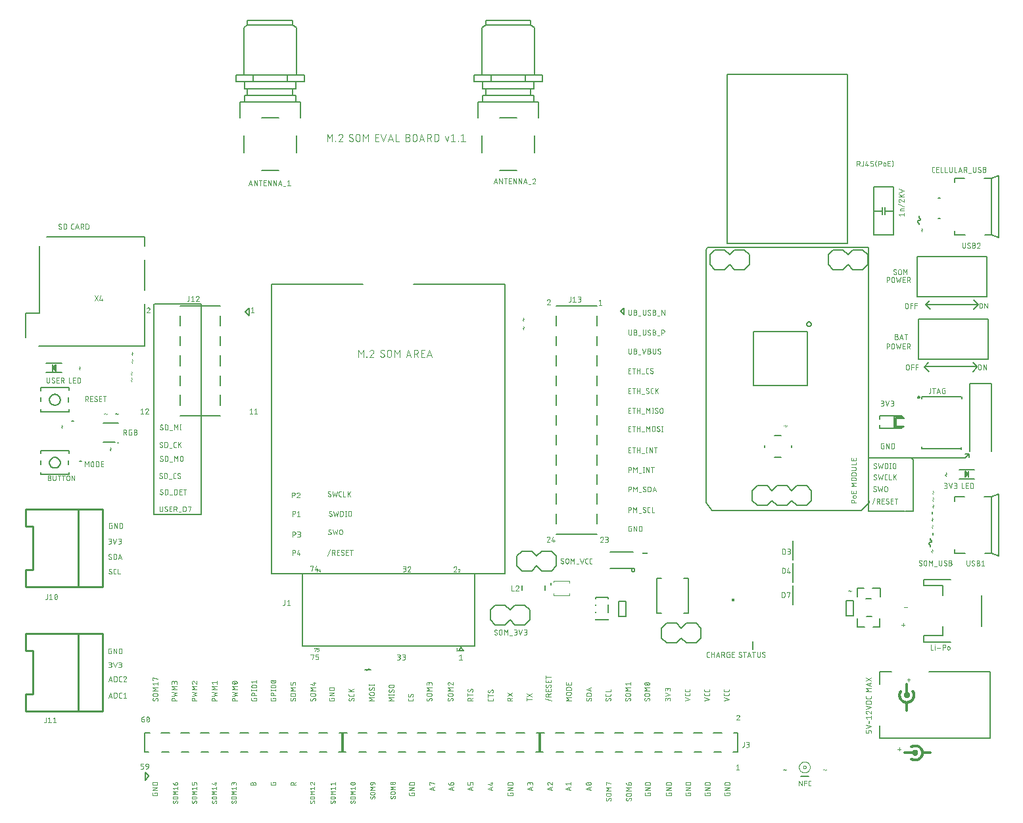
<source format=gto>
G75*
%MOIN*%
%OFA0B0*%
%FSLAX25Y25*%
%IPPOS*%
%LPD*%
%AMOC8*
5,1,8,0,0,1.08239X$1,22.5*
%
%ADD10C,0.00200*%
%ADD11C,0.00800*%
%ADD12C,0.01200*%
%ADD13C,0.00400*%
%ADD14C,0.00300*%
%ADD15C,0.00600*%
%ADD16C,0.00500*%
%ADD17C,0.00394*%
%ADD18R,0.01000X0.10000*%
%ADD19C,0.00100*%
%ADD20R,0.01673X0.01772*%
%ADD21C,0.00591*%
%ADD22R,0.02800X0.00945*%
%ADD23C,0.01000*%
D10*
X0012911Y0043954D02*
X0013200Y0043954D01*
X0013245Y0043956D01*
X0013290Y0043961D01*
X0013335Y0043970D01*
X0013379Y0043982D01*
X0013421Y0043998D01*
X0013462Y0044017D01*
X0013502Y0044039D01*
X0013540Y0044064D01*
X0013575Y0044092D01*
X0013609Y0044123D01*
X0013640Y0044157D01*
X0013668Y0044192D01*
X0013693Y0044230D01*
X0013715Y0044270D01*
X0013734Y0044311D01*
X0013750Y0044353D01*
X0013762Y0044397D01*
X0013771Y0044442D01*
X0013776Y0044487D01*
X0013778Y0044532D01*
X0013778Y0046554D01*
X0014928Y0045977D02*
X0015650Y0046554D01*
X0015650Y0043954D01*
X0014928Y0043954D02*
X0016372Y0043954D01*
X0017448Y0043954D02*
X0018892Y0043954D01*
X0018170Y0043954D02*
X0018170Y0046554D01*
X0017448Y0045977D01*
X0045581Y0056537D02*
X0046448Y0059137D01*
X0047315Y0056537D01*
X0047098Y0057187D02*
X0045798Y0057187D01*
X0048330Y0056537D02*
X0049052Y0056537D01*
X0048330Y0056537D02*
X0048330Y0059137D01*
X0049052Y0059137D01*
X0049104Y0059135D01*
X0049155Y0059130D01*
X0049205Y0059121D01*
X0049255Y0059108D01*
X0049304Y0059091D01*
X0049352Y0059072D01*
X0049398Y0059049D01*
X0049442Y0059022D01*
X0049485Y0058993D01*
X0049525Y0058961D01*
X0049563Y0058926D01*
X0049598Y0058888D01*
X0049630Y0058848D01*
X0049659Y0058805D01*
X0049686Y0058761D01*
X0049709Y0058715D01*
X0049728Y0058667D01*
X0049745Y0058618D01*
X0049758Y0058568D01*
X0049767Y0058518D01*
X0049772Y0058467D01*
X0049774Y0058415D01*
X0049774Y0057259D01*
X0049772Y0057207D01*
X0049767Y0057156D01*
X0049758Y0057106D01*
X0049745Y0057056D01*
X0049728Y0057007D01*
X0049709Y0056959D01*
X0049686Y0056913D01*
X0049659Y0056869D01*
X0049630Y0056826D01*
X0049598Y0056786D01*
X0049563Y0056748D01*
X0049525Y0056713D01*
X0049485Y0056681D01*
X0049442Y0056652D01*
X0049398Y0056625D01*
X0049352Y0056602D01*
X0049304Y0056583D01*
X0049255Y0056566D01*
X0049205Y0056553D01*
X0049155Y0056544D01*
X0049104Y0056539D01*
X0049052Y0056537D01*
X0050927Y0057115D02*
X0050927Y0058559D01*
X0050929Y0058607D01*
X0050935Y0058654D01*
X0050945Y0058701D01*
X0050958Y0058747D01*
X0050976Y0058791D01*
X0050997Y0058834D01*
X0051021Y0058875D01*
X0051049Y0058914D01*
X0051080Y0058950D01*
X0051114Y0058984D01*
X0051150Y0059015D01*
X0051189Y0059043D01*
X0051230Y0059067D01*
X0051273Y0059088D01*
X0051317Y0059106D01*
X0051363Y0059119D01*
X0051410Y0059129D01*
X0051457Y0059135D01*
X0051505Y0059137D01*
X0052082Y0059137D01*
X0053034Y0058559D02*
X0053756Y0059137D01*
X0053756Y0056537D01*
X0053034Y0056537D02*
X0054478Y0056537D01*
X0052082Y0056537D02*
X0051505Y0056537D01*
X0051460Y0056539D01*
X0051415Y0056544D01*
X0051370Y0056553D01*
X0051326Y0056565D01*
X0051284Y0056581D01*
X0051243Y0056600D01*
X0051203Y0056622D01*
X0051165Y0056647D01*
X0051130Y0056675D01*
X0051096Y0056706D01*
X0051065Y0056740D01*
X0051037Y0056775D01*
X0051012Y0056813D01*
X0050990Y0056853D01*
X0050971Y0056894D01*
X0050955Y0056936D01*
X0050943Y0056980D01*
X0050934Y0057025D01*
X0050929Y0057070D01*
X0050927Y0057115D01*
X0051505Y0064837D02*
X0052082Y0064837D01*
X0051505Y0064837D02*
X0051460Y0064839D01*
X0051415Y0064844D01*
X0051370Y0064853D01*
X0051326Y0064865D01*
X0051284Y0064881D01*
X0051243Y0064900D01*
X0051203Y0064922D01*
X0051165Y0064947D01*
X0051130Y0064975D01*
X0051096Y0065006D01*
X0051065Y0065040D01*
X0051037Y0065075D01*
X0051012Y0065113D01*
X0050990Y0065153D01*
X0050971Y0065194D01*
X0050955Y0065236D01*
X0050943Y0065280D01*
X0050934Y0065325D01*
X0050929Y0065370D01*
X0050927Y0065415D01*
X0050927Y0066859D01*
X0050929Y0066907D01*
X0050935Y0066954D01*
X0050945Y0067001D01*
X0050958Y0067047D01*
X0050976Y0067091D01*
X0050997Y0067134D01*
X0051021Y0067175D01*
X0051049Y0067214D01*
X0051080Y0067250D01*
X0051114Y0067284D01*
X0051150Y0067315D01*
X0051189Y0067343D01*
X0051230Y0067367D01*
X0051273Y0067388D01*
X0051317Y0067406D01*
X0051363Y0067419D01*
X0051410Y0067429D01*
X0051457Y0067435D01*
X0051505Y0067437D01*
X0052082Y0067437D01*
X0054261Y0066282D02*
X0054297Y0066318D01*
X0054330Y0066358D01*
X0054360Y0066399D01*
X0054387Y0066443D01*
X0054411Y0066489D01*
X0054431Y0066536D01*
X0054448Y0066584D01*
X0054461Y0066634D01*
X0054470Y0066685D01*
X0054476Y0066736D01*
X0054478Y0066787D01*
X0054262Y0066282D02*
X0053034Y0064837D01*
X0054478Y0064837D01*
X0053034Y0066859D02*
X0053052Y0066911D01*
X0053075Y0066962D01*
X0053100Y0067011D01*
X0053129Y0067058D01*
X0053160Y0067103D01*
X0053195Y0067146D01*
X0053232Y0067187D01*
X0053272Y0067225D01*
X0053315Y0067261D01*
X0053359Y0067293D01*
X0053406Y0067323D01*
X0053455Y0067349D01*
X0053505Y0067372D01*
X0053557Y0067392D01*
X0053610Y0067408D01*
X0053663Y0067421D01*
X0053718Y0067430D01*
X0053773Y0067435D01*
X0053828Y0067437D01*
X0053877Y0067435D01*
X0053925Y0067430D01*
X0053973Y0067421D01*
X0054020Y0067408D01*
X0054065Y0067392D01*
X0054110Y0067373D01*
X0054153Y0067350D01*
X0054194Y0067324D01*
X0054233Y0067295D01*
X0054270Y0067263D01*
X0054304Y0067229D01*
X0054336Y0067192D01*
X0054365Y0067153D01*
X0054391Y0067112D01*
X0054414Y0067069D01*
X0054433Y0067024D01*
X0054449Y0066979D01*
X0054462Y0066932D01*
X0054471Y0066884D01*
X0054476Y0066836D01*
X0054478Y0066787D01*
X0049774Y0066715D02*
X0049774Y0065559D01*
X0049772Y0065507D01*
X0049767Y0065456D01*
X0049758Y0065406D01*
X0049745Y0065356D01*
X0049728Y0065307D01*
X0049709Y0065259D01*
X0049686Y0065213D01*
X0049659Y0065169D01*
X0049630Y0065126D01*
X0049598Y0065086D01*
X0049563Y0065048D01*
X0049525Y0065013D01*
X0049485Y0064981D01*
X0049442Y0064952D01*
X0049398Y0064925D01*
X0049352Y0064902D01*
X0049304Y0064883D01*
X0049255Y0064866D01*
X0049205Y0064853D01*
X0049155Y0064844D01*
X0049104Y0064839D01*
X0049052Y0064837D01*
X0048330Y0064837D01*
X0048330Y0067437D01*
X0049052Y0067437D01*
X0049104Y0067435D01*
X0049155Y0067430D01*
X0049205Y0067421D01*
X0049255Y0067408D01*
X0049304Y0067391D01*
X0049352Y0067372D01*
X0049398Y0067349D01*
X0049442Y0067322D01*
X0049485Y0067293D01*
X0049525Y0067261D01*
X0049563Y0067226D01*
X0049598Y0067188D01*
X0049630Y0067148D01*
X0049659Y0067105D01*
X0049686Y0067061D01*
X0049709Y0067015D01*
X0049728Y0066967D01*
X0049745Y0066918D01*
X0049758Y0066868D01*
X0049767Y0066818D01*
X0049772Y0066767D01*
X0049774Y0066715D01*
X0047098Y0065487D02*
X0045798Y0065487D01*
X0045581Y0064837D02*
X0046448Y0067437D01*
X0047315Y0064837D01*
X0046304Y0071937D02*
X0045581Y0071937D01*
X0046304Y0071937D02*
X0046357Y0071939D01*
X0046409Y0071945D01*
X0046461Y0071954D01*
X0046512Y0071968D01*
X0046562Y0071985D01*
X0046610Y0072005D01*
X0046657Y0072029D01*
X0046702Y0072057D01*
X0046745Y0072088D01*
X0046786Y0072121D01*
X0046824Y0072158D01*
X0046859Y0072197D01*
X0046891Y0072239D01*
X0046920Y0072283D01*
X0046946Y0072329D01*
X0046968Y0072377D01*
X0046987Y0072426D01*
X0047003Y0072476D01*
X0047014Y0072528D01*
X0047022Y0072580D01*
X0047026Y0072633D01*
X0047026Y0072685D01*
X0047022Y0072738D01*
X0047014Y0072790D01*
X0047003Y0072842D01*
X0046987Y0072892D01*
X0046968Y0072941D01*
X0046946Y0072989D01*
X0046920Y0073035D01*
X0046891Y0073079D01*
X0046859Y0073121D01*
X0046824Y0073160D01*
X0046786Y0073197D01*
X0046745Y0073230D01*
X0046702Y0073261D01*
X0046657Y0073289D01*
X0046610Y0073313D01*
X0046562Y0073333D01*
X0046512Y0073350D01*
X0046461Y0073364D01*
X0046409Y0073373D01*
X0046357Y0073379D01*
X0046304Y0073381D01*
X0046448Y0073382D02*
X0045870Y0073382D01*
X0046448Y0073381D02*
X0046495Y0073383D01*
X0046541Y0073388D01*
X0046586Y0073398D01*
X0046631Y0073411D01*
X0046675Y0073427D01*
X0046717Y0073447D01*
X0046757Y0073470D01*
X0046795Y0073497D01*
X0046831Y0073526D01*
X0046865Y0073559D01*
X0046896Y0073593D01*
X0046924Y0073631D01*
X0046949Y0073670D01*
X0046970Y0073711D01*
X0046988Y0073754D01*
X0047003Y0073798D01*
X0047014Y0073843D01*
X0047022Y0073889D01*
X0047026Y0073936D01*
X0047026Y0073982D01*
X0047022Y0074029D01*
X0047014Y0074075D01*
X0047003Y0074120D01*
X0046988Y0074164D01*
X0046970Y0074207D01*
X0046949Y0074248D01*
X0046924Y0074287D01*
X0046896Y0074325D01*
X0046865Y0074359D01*
X0046831Y0074392D01*
X0046795Y0074421D01*
X0046757Y0074448D01*
X0046717Y0074471D01*
X0046675Y0074491D01*
X0046631Y0074507D01*
X0046586Y0074520D01*
X0046541Y0074530D01*
X0046495Y0074535D01*
X0046448Y0074537D01*
X0045581Y0074537D01*
X0047957Y0074537D02*
X0048824Y0071937D01*
X0049690Y0074537D01*
X0050621Y0074537D02*
X0051488Y0074537D01*
X0051535Y0074535D01*
X0051581Y0074530D01*
X0051626Y0074520D01*
X0051671Y0074507D01*
X0051715Y0074491D01*
X0051757Y0074471D01*
X0051797Y0074448D01*
X0051835Y0074421D01*
X0051871Y0074392D01*
X0051905Y0074359D01*
X0051936Y0074325D01*
X0051964Y0074287D01*
X0051989Y0074248D01*
X0052010Y0074207D01*
X0052028Y0074164D01*
X0052043Y0074120D01*
X0052054Y0074075D01*
X0052062Y0074029D01*
X0052066Y0073982D01*
X0052066Y0073936D01*
X0052062Y0073889D01*
X0052054Y0073843D01*
X0052043Y0073798D01*
X0052028Y0073754D01*
X0052010Y0073711D01*
X0051989Y0073670D01*
X0051964Y0073631D01*
X0051936Y0073593D01*
X0051905Y0073559D01*
X0051871Y0073526D01*
X0051835Y0073497D01*
X0051797Y0073470D01*
X0051757Y0073447D01*
X0051715Y0073427D01*
X0051671Y0073411D01*
X0051626Y0073398D01*
X0051581Y0073388D01*
X0051535Y0073383D01*
X0051488Y0073381D01*
X0051488Y0073382D02*
X0050910Y0073382D01*
X0051344Y0073381D02*
X0051397Y0073379D01*
X0051449Y0073373D01*
X0051501Y0073364D01*
X0051552Y0073350D01*
X0051602Y0073333D01*
X0051650Y0073313D01*
X0051697Y0073289D01*
X0051742Y0073261D01*
X0051785Y0073230D01*
X0051826Y0073197D01*
X0051864Y0073160D01*
X0051899Y0073121D01*
X0051931Y0073079D01*
X0051960Y0073035D01*
X0051986Y0072989D01*
X0052008Y0072941D01*
X0052027Y0072892D01*
X0052043Y0072842D01*
X0052054Y0072790D01*
X0052062Y0072738D01*
X0052066Y0072685D01*
X0052066Y0072633D01*
X0052062Y0072580D01*
X0052054Y0072528D01*
X0052043Y0072476D01*
X0052027Y0072426D01*
X0052008Y0072377D01*
X0051986Y0072329D01*
X0051960Y0072283D01*
X0051931Y0072239D01*
X0051899Y0072197D01*
X0051864Y0072158D01*
X0051826Y0072121D01*
X0051785Y0072088D01*
X0051742Y0072057D01*
X0051697Y0072029D01*
X0051650Y0072005D01*
X0051602Y0071985D01*
X0051552Y0071968D01*
X0051501Y0071954D01*
X0051449Y0071945D01*
X0051397Y0071939D01*
X0051344Y0071937D01*
X0050621Y0071937D01*
X0050828Y0078959D02*
X0051550Y0078959D01*
X0051602Y0078961D01*
X0051653Y0078966D01*
X0051703Y0078975D01*
X0051753Y0078988D01*
X0051802Y0079005D01*
X0051850Y0079024D01*
X0051896Y0079047D01*
X0051940Y0079074D01*
X0051983Y0079103D01*
X0052023Y0079135D01*
X0052061Y0079170D01*
X0052096Y0079208D01*
X0052128Y0079248D01*
X0052157Y0079291D01*
X0052184Y0079335D01*
X0052207Y0079381D01*
X0052226Y0079429D01*
X0052243Y0079478D01*
X0052256Y0079528D01*
X0052265Y0079578D01*
X0052270Y0079629D01*
X0052272Y0079681D01*
X0052272Y0080837D01*
X0052270Y0080889D01*
X0052265Y0080940D01*
X0052256Y0080990D01*
X0052243Y0081040D01*
X0052226Y0081089D01*
X0052207Y0081137D01*
X0052184Y0081183D01*
X0052157Y0081227D01*
X0052128Y0081270D01*
X0052096Y0081310D01*
X0052061Y0081348D01*
X0052023Y0081383D01*
X0051983Y0081415D01*
X0051940Y0081444D01*
X0051896Y0081471D01*
X0051850Y0081494D01*
X0051802Y0081513D01*
X0051753Y0081530D01*
X0051703Y0081543D01*
X0051653Y0081552D01*
X0051602Y0081557D01*
X0051550Y0081559D01*
X0050828Y0081559D01*
X0050828Y0078959D01*
X0049584Y0078959D02*
X0049584Y0081559D01*
X0048140Y0081559D02*
X0049584Y0078959D01*
X0048140Y0078959D02*
X0048140Y0081559D01*
X0046896Y0081559D02*
X0046029Y0081559D01*
X0045981Y0081557D01*
X0045934Y0081551D01*
X0045887Y0081541D01*
X0045841Y0081528D01*
X0045797Y0081510D01*
X0045754Y0081489D01*
X0045713Y0081465D01*
X0045674Y0081437D01*
X0045638Y0081406D01*
X0045604Y0081372D01*
X0045573Y0081336D01*
X0045545Y0081297D01*
X0045521Y0081256D01*
X0045500Y0081213D01*
X0045482Y0081169D01*
X0045469Y0081123D01*
X0045459Y0081076D01*
X0045453Y0081029D01*
X0045451Y0080981D01*
X0045452Y0080981D02*
X0045452Y0079537D01*
X0045451Y0079537D02*
X0045453Y0079492D01*
X0045458Y0079447D01*
X0045467Y0079402D01*
X0045479Y0079358D01*
X0045495Y0079316D01*
X0045514Y0079275D01*
X0045536Y0079235D01*
X0045561Y0079197D01*
X0045589Y0079162D01*
X0045620Y0079128D01*
X0045654Y0079097D01*
X0045689Y0079069D01*
X0045727Y0079044D01*
X0045767Y0079022D01*
X0045808Y0079003D01*
X0045850Y0078987D01*
X0045894Y0078975D01*
X0045939Y0078966D01*
X0045984Y0078961D01*
X0046029Y0078959D01*
X0046896Y0078959D01*
X0046896Y0080404D01*
X0046463Y0080404D01*
X0067900Y0066893D02*
X0070500Y0066170D01*
X0070500Y0064373D02*
X0070500Y0062928D01*
X0070500Y0063650D02*
X0067900Y0063650D01*
X0068478Y0062928D01*
X0067900Y0061745D02*
X0070500Y0061745D01*
X0069344Y0060878D02*
X0067900Y0060012D01*
X0070500Y0060012D01*
X0069778Y0058829D02*
X0068622Y0058829D01*
X0068622Y0058828D02*
X0068569Y0058826D01*
X0068517Y0058820D01*
X0068465Y0058811D01*
X0068414Y0058797D01*
X0068364Y0058780D01*
X0068316Y0058760D01*
X0068269Y0058736D01*
X0068224Y0058708D01*
X0068181Y0058677D01*
X0068140Y0058644D01*
X0068102Y0058607D01*
X0068067Y0058568D01*
X0068035Y0058526D01*
X0068006Y0058482D01*
X0067980Y0058436D01*
X0067958Y0058388D01*
X0067939Y0058339D01*
X0067923Y0058289D01*
X0067912Y0058237D01*
X0067904Y0058185D01*
X0067900Y0058132D01*
X0067900Y0058080D01*
X0067904Y0058027D01*
X0067912Y0057975D01*
X0067923Y0057923D01*
X0067939Y0057873D01*
X0067958Y0057824D01*
X0067980Y0057776D01*
X0068006Y0057730D01*
X0068035Y0057686D01*
X0068067Y0057644D01*
X0068102Y0057605D01*
X0068140Y0057568D01*
X0068181Y0057535D01*
X0068224Y0057504D01*
X0068269Y0057476D01*
X0068316Y0057452D01*
X0068364Y0057432D01*
X0068414Y0057415D01*
X0068465Y0057401D01*
X0068517Y0057392D01*
X0068569Y0057386D01*
X0068622Y0057384D01*
X0069778Y0057384D01*
X0069831Y0057386D01*
X0069883Y0057392D01*
X0069935Y0057401D01*
X0069986Y0057415D01*
X0070036Y0057432D01*
X0070084Y0057452D01*
X0070131Y0057476D01*
X0070176Y0057504D01*
X0070219Y0057535D01*
X0070260Y0057568D01*
X0070298Y0057605D01*
X0070333Y0057644D01*
X0070365Y0057686D01*
X0070394Y0057730D01*
X0070420Y0057776D01*
X0070442Y0057824D01*
X0070461Y0057873D01*
X0070477Y0057923D01*
X0070488Y0057975D01*
X0070496Y0058027D01*
X0070500Y0058080D01*
X0070500Y0058132D01*
X0070496Y0058185D01*
X0070488Y0058237D01*
X0070477Y0058289D01*
X0070461Y0058339D01*
X0070442Y0058388D01*
X0070420Y0058436D01*
X0070394Y0058482D01*
X0070365Y0058526D01*
X0070333Y0058568D01*
X0070298Y0058607D01*
X0070260Y0058644D01*
X0070219Y0058677D01*
X0070176Y0058708D01*
X0070131Y0058736D01*
X0070084Y0058760D01*
X0070036Y0058780D01*
X0069986Y0058797D01*
X0069935Y0058811D01*
X0069883Y0058820D01*
X0069831Y0058826D01*
X0069778Y0058828D01*
X0069344Y0060878D02*
X0067900Y0061745D01*
X0067900Y0065448D02*
X0067900Y0066893D01*
X0067900Y0065448D02*
X0068189Y0065448D01*
X0077600Y0064431D02*
X0077600Y0063565D01*
X0077600Y0064431D02*
X0077602Y0064478D01*
X0077607Y0064524D01*
X0077617Y0064569D01*
X0077630Y0064614D01*
X0077646Y0064658D01*
X0077666Y0064700D01*
X0077689Y0064740D01*
X0077716Y0064778D01*
X0077745Y0064814D01*
X0077778Y0064848D01*
X0077812Y0064879D01*
X0077850Y0064907D01*
X0077889Y0064932D01*
X0077930Y0064953D01*
X0077973Y0064971D01*
X0078017Y0064986D01*
X0078062Y0064997D01*
X0078108Y0065005D01*
X0078155Y0065009D01*
X0078201Y0065009D01*
X0078248Y0065005D01*
X0078294Y0064997D01*
X0078339Y0064986D01*
X0078383Y0064971D01*
X0078426Y0064953D01*
X0078467Y0064932D01*
X0078506Y0064907D01*
X0078544Y0064879D01*
X0078578Y0064848D01*
X0078611Y0064814D01*
X0078640Y0064778D01*
X0078667Y0064740D01*
X0078690Y0064700D01*
X0078710Y0064658D01*
X0078726Y0064614D01*
X0078739Y0064569D01*
X0078749Y0064524D01*
X0078754Y0064478D01*
X0078756Y0064431D01*
X0078756Y0063854D01*
X0078756Y0064287D02*
X0078758Y0064340D01*
X0078764Y0064392D01*
X0078773Y0064444D01*
X0078787Y0064495D01*
X0078804Y0064545D01*
X0078824Y0064593D01*
X0078848Y0064640D01*
X0078876Y0064685D01*
X0078907Y0064728D01*
X0078940Y0064769D01*
X0078977Y0064807D01*
X0079016Y0064842D01*
X0079058Y0064874D01*
X0079102Y0064903D01*
X0079148Y0064929D01*
X0079196Y0064951D01*
X0079245Y0064970D01*
X0079295Y0064986D01*
X0079347Y0064997D01*
X0079399Y0065005D01*
X0079452Y0065009D01*
X0079504Y0065009D01*
X0079557Y0065005D01*
X0079609Y0064997D01*
X0079661Y0064986D01*
X0079711Y0064970D01*
X0079760Y0064951D01*
X0079808Y0064929D01*
X0079854Y0064903D01*
X0079898Y0064874D01*
X0079940Y0064842D01*
X0079979Y0064807D01*
X0080016Y0064769D01*
X0080049Y0064728D01*
X0080080Y0064685D01*
X0080108Y0064640D01*
X0080132Y0064593D01*
X0080152Y0064545D01*
X0080169Y0064495D01*
X0080183Y0064444D01*
X0080192Y0064392D01*
X0080198Y0064340D01*
X0080200Y0064287D01*
X0080200Y0063565D01*
X0080200Y0062382D02*
X0077600Y0062382D01*
X0079044Y0061515D01*
X0077600Y0060648D01*
X0080200Y0060648D01*
X0080200Y0058985D02*
X0077600Y0059563D01*
X0078467Y0058407D02*
X0080200Y0058985D01*
X0080200Y0057829D02*
X0078467Y0058407D01*
X0077600Y0057251D02*
X0080200Y0057829D01*
X0079044Y0055670D02*
X0079044Y0054948D01*
X0079044Y0055670D02*
X0079042Y0055723D01*
X0079036Y0055775D01*
X0079027Y0055827D01*
X0079013Y0055878D01*
X0078996Y0055928D01*
X0078976Y0055976D01*
X0078952Y0056023D01*
X0078924Y0056068D01*
X0078893Y0056111D01*
X0078860Y0056152D01*
X0078823Y0056190D01*
X0078784Y0056225D01*
X0078742Y0056257D01*
X0078698Y0056286D01*
X0078652Y0056312D01*
X0078604Y0056334D01*
X0078555Y0056353D01*
X0078505Y0056369D01*
X0078453Y0056380D01*
X0078401Y0056388D01*
X0078348Y0056392D01*
X0078296Y0056392D01*
X0078243Y0056388D01*
X0078191Y0056380D01*
X0078139Y0056369D01*
X0078089Y0056353D01*
X0078040Y0056334D01*
X0077992Y0056312D01*
X0077946Y0056286D01*
X0077902Y0056257D01*
X0077860Y0056225D01*
X0077821Y0056190D01*
X0077784Y0056152D01*
X0077751Y0056111D01*
X0077720Y0056068D01*
X0077692Y0056023D01*
X0077668Y0055976D01*
X0077648Y0055928D01*
X0077631Y0055878D01*
X0077617Y0055827D01*
X0077608Y0055775D01*
X0077602Y0055723D01*
X0077600Y0055670D01*
X0077600Y0054948D01*
X0080200Y0054948D01*
X0087700Y0054948D02*
X0087700Y0055670D01*
X0087700Y0054948D02*
X0090300Y0054948D01*
X0089144Y0054948D02*
X0089144Y0055670D01*
X0089142Y0055723D01*
X0089136Y0055775D01*
X0089127Y0055827D01*
X0089113Y0055878D01*
X0089096Y0055928D01*
X0089076Y0055976D01*
X0089052Y0056023D01*
X0089024Y0056068D01*
X0088993Y0056111D01*
X0088960Y0056152D01*
X0088923Y0056190D01*
X0088884Y0056225D01*
X0088842Y0056257D01*
X0088798Y0056286D01*
X0088752Y0056312D01*
X0088704Y0056334D01*
X0088655Y0056353D01*
X0088605Y0056369D01*
X0088553Y0056380D01*
X0088501Y0056388D01*
X0088448Y0056392D01*
X0088396Y0056392D01*
X0088343Y0056388D01*
X0088291Y0056380D01*
X0088239Y0056369D01*
X0088189Y0056353D01*
X0088140Y0056334D01*
X0088092Y0056312D01*
X0088046Y0056286D01*
X0088002Y0056257D01*
X0087960Y0056225D01*
X0087921Y0056190D01*
X0087884Y0056152D01*
X0087851Y0056111D01*
X0087820Y0056068D01*
X0087792Y0056023D01*
X0087768Y0055976D01*
X0087748Y0055928D01*
X0087731Y0055878D01*
X0087717Y0055827D01*
X0087708Y0055775D01*
X0087702Y0055723D01*
X0087700Y0055670D01*
X0087700Y0057251D02*
X0090300Y0057829D01*
X0088567Y0058407D01*
X0090300Y0058985D01*
X0087700Y0059563D01*
X0087700Y0060648D02*
X0089144Y0061515D01*
X0087700Y0062382D01*
X0090300Y0062382D01*
X0090300Y0063565D02*
X0090300Y0065009D01*
X0090300Y0063565D02*
X0088856Y0064793D01*
X0087700Y0064359D02*
X0087702Y0064304D01*
X0087707Y0064249D01*
X0087716Y0064194D01*
X0087729Y0064141D01*
X0087745Y0064088D01*
X0087765Y0064036D01*
X0087788Y0063986D01*
X0087814Y0063937D01*
X0087844Y0063890D01*
X0087876Y0063846D01*
X0087912Y0063803D01*
X0087950Y0063763D01*
X0087991Y0063726D01*
X0088034Y0063691D01*
X0088079Y0063660D01*
X0088126Y0063631D01*
X0088175Y0063606D01*
X0088226Y0063583D01*
X0088278Y0063565D01*
X0088855Y0064792D02*
X0088819Y0064828D01*
X0088779Y0064861D01*
X0088738Y0064891D01*
X0088694Y0064918D01*
X0088648Y0064942D01*
X0088601Y0064962D01*
X0088553Y0064979D01*
X0088503Y0064992D01*
X0088452Y0065001D01*
X0088401Y0065007D01*
X0088350Y0065009D01*
X0088301Y0065007D01*
X0088253Y0065002D01*
X0088205Y0064993D01*
X0088158Y0064980D01*
X0088113Y0064964D01*
X0088068Y0064945D01*
X0088025Y0064922D01*
X0087984Y0064896D01*
X0087945Y0064867D01*
X0087908Y0064835D01*
X0087874Y0064801D01*
X0087842Y0064764D01*
X0087813Y0064725D01*
X0087787Y0064684D01*
X0087764Y0064641D01*
X0087745Y0064596D01*
X0087729Y0064551D01*
X0087716Y0064504D01*
X0087707Y0064456D01*
X0087702Y0064408D01*
X0087700Y0064359D01*
X0087700Y0060648D02*
X0090300Y0060648D01*
X0097900Y0060648D02*
X0099344Y0061515D01*
X0097900Y0062382D01*
X0100500Y0062382D01*
X0100500Y0063565D02*
X0100500Y0065009D01*
X0100500Y0064287D02*
X0097900Y0064287D01*
X0098478Y0063565D01*
X0097900Y0060648D02*
X0100500Y0060648D01*
X0100500Y0058985D02*
X0097900Y0059563D01*
X0098767Y0058407D02*
X0100500Y0058985D01*
X0100500Y0057829D02*
X0098767Y0058407D01*
X0097900Y0057251D02*
X0100500Y0057829D01*
X0099344Y0055670D02*
X0099344Y0054948D01*
X0099344Y0055670D02*
X0099342Y0055723D01*
X0099336Y0055775D01*
X0099327Y0055827D01*
X0099313Y0055878D01*
X0099296Y0055928D01*
X0099276Y0055976D01*
X0099252Y0056023D01*
X0099224Y0056068D01*
X0099193Y0056111D01*
X0099160Y0056152D01*
X0099123Y0056190D01*
X0099084Y0056225D01*
X0099042Y0056257D01*
X0098998Y0056286D01*
X0098952Y0056312D01*
X0098904Y0056334D01*
X0098855Y0056353D01*
X0098805Y0056369D01*
X0098753Y0056380D01*
X0098701Y0056388D01*
X0098648Y0056392D01*
X0098596Y0056392D01*
X0098543Y0056388D01*
X0098491Y0056380D01*
X0098439Y0056369D01*
X0098389Y0056353D01*
X0098340Y0056334D01*
X0098292Y0056312D01*
X0098246Y0056286D01*
X0098202Y0056257D01*
X0098160Y0056225D01*
X0098121Y0056190D01*
X0098084Y0056152D01*
X0098051Y0056111D01*
X0098020Y0056068D01*
X0097992Y0056023D01*
X0097968Y0055976D01*
X0097948Y0055928D01*
X0097931Y0055878D01*
X0097917Y0055827D01*
X0097908Y0055775D01*
X0097902Y0055723D01*
X0097900Y0055670D01*
X0097900Y0054948D01*
X0100500Y0054948D01*
X0108100Y0054948D02*
X0108100Y0055670D01*
X0108100Y0054948D02*
X0110700Y0054948D01*
X0109544Y0054948D02*
X0109544Y0055670D01*
X0109542Y0055723D01*
X0109536Y0055775D01*
X0109527Y0055827D01*
X0109513Y0055878D01*
X0109496Y0055928D01*
X0109476Y0055976D01*
X0109452Y0056023D01*
X0109424Y0056068D01*
X0109393Y0056111D01*
X0109360Y0056152D01*
X0109323Y0056190D01*
X0109284Y0056225D01*
X0109242Y0056257D01*
X0109198Y0056286D01*
X0109152Y0056312D01*
X0109104Y0056334D01*
X0109055Y0056353D01*
X0109005Y0056369D01*
X0108953Y0056380D01*
X0108901Y0056388D01*
X0108848Y0056392D01*
X0108796Y0056392D01*
X0108743Y0056388D01*
X0108691Y0056380D01*
X0108639Y0056369D01*
X0108589Y0056353D01*
X0108540Y0056334D01*
X0108492Y0056312D01*
X0108446Y0056286D01*
X0108402Y0056257D01*
X0108360Y0056225D01*
X0108321Y0056190D01*
X0108284Y0056152D01*
X0108251Y0056111D01*
X0108220Y0056068D01*
X0108192Y0056023D01*
X0108168Y0055976D01*
X0108148Y0055928D01*
X0108131Y0055878D01*
X0108117Y0055827D01*
X0108108Y0055775D01*
X0108102Y0055723D01*
X0108100Y0055670D01*
X0108100Y0057251D02*
X0110700Y0057829D01*
X0108967Y0058407D01*
X0110700Y0058985D01*
X0108100Y0059563D01*
X0108100Y0060648D02*
X0109544Y0061515D01*
X0108100Y0062382D01*
X0110700Y0062382D01*
X0110339Y0064793D02*
X0110259Y0064830D01*
X0110177Y0064864D01*
X0110094Y0064894D01*
X0110010Y0064921D01*
X0109925Y0064945D01*
X0109839Y0064965D01*
X0109752Y0064981D01*
X0109664Y0064994D01*
X0109577Y0065003D01*
X0109488Y0065008D01*
X0109400Y0065010D01*
X0109400Y0063564D02*
X0109312Y0063566D01*
X0109223Y0063571D01*
X0109136Y0063580D01*
X0109048Y0063593D01*
X0108961Y0063609D01*
X0108875Y0063629D01*
X0108790Y0063653D01*
X0108706Y0063680D01*
X0108623Y0063710D01*
X0108541Y0063744D01*
X0108461Y0063781D01*
X0108100Y0064287D02*
X0108102Y0064331D01*
X0108107Y0064375D01*
X0108116Y0064418D01*
X0108129Y0064460D01*
X0108145Y0064502D01*
X0108164Y0064541D01*
X0108187Y0064579D01*
X0108213Y0064615D01*
X0108241Y0064649D01*
X0108272Y0064680D01*
X0108306Y0064709D01*
X0108342Y0064734D01*
X0108380Y0064757D01*
X0108420Y0064776D01*
X0108461Y0064792D01*
X0108678Y0064865D02*
X0110122Y0063709D01*
X0110700Y0064287D02*
X0110698Y0064331D01*
X0110693Y0064375D01*
X0110684Y0064418D01*
X0110671Y0064460D01*
X0110655Y0064502D01*
X0110636Y0064541D01*
X0110613Y0064579D01*
X0110587Y0064615D01*
X0110559Y0064649D01*
X0110528Y0064680D01*
X0110494Y0064708D01*
X0110458Y0064734D01*
X0110420Y0064757D01*
X0110380Y0064776D01*
X0110339Y0064792D01*
X0110700Y0064287D02*
X0110698Y0064243D01*
X0110693Y0064199D01*
X0110684Y0064156D01*
X0110671Y0064114D01*
X0110655Y0064072D01*
X0110636Y0064033D01*
X0110613Y0063995D01*
X0110587Y0063959D01*
X0110559Y0063925D01*
X0110528Y0063894D01*
X0110494Y0063866D01*
X0110458Y0063840D01*
X0110420Y0063817D01*
X0110380Y0063798D01*
X0110339Y0063782D01*
X0109400Y0065010D02*
X0109312Y0065008D01*
X0109223Y0065003D01*
X0109136Y0064994D01*
X0109048Y0064981D01*
X0108961Y0064965D01*
X0108875Y0064945D01*
X0108790Y0064921D01*
X0108706Y0064894D01*
X0108623Y0064864D01*
X0108541Y0064830D01*
X0108461Y0064793D01*
X0108100Y0064287D02*
X0108102Y0064243D01*
X0108107Y0064199D01*
X0108116Y0064156D01*
X0108129Y0064114D01*
X0108145Y0064072D01*
X0108164Y0064033D01*
X0108187Y0063995D01*
X0108213Y0063959D01*
X0108241Y0063925D01*
X0108272Y0063894D01*
X0108306Y0063866D01*
X0108342Y0063840D01*
X0108380Y0063817D01*
X0108420Y0063798D01*
X0108461Y0063782D01*
X0109400Y0063564D02*
X0109488Y0063566D01*
X0109577Y0063571D01*
X0109664Y0063580D01*
X0109752Y0063593D01*
X0109839Y0063609D01*
X0109925Y0063629D01*
X0110010Y0063653D01*
X0110094Y0063680D01*
X0110177Y0063710D01*
X0110259Y0063744D01*
X0110339Y0063781D01*
X0110700Y0060648D02*
X0108100Y0060648D01*
X0118000Y0060579D02*
X0118000Y0060001D01*
X0118000Y0060290D02*
X0120600Y0060290D01*
X0120600Y0060001D02*
X0120600Y0060579D01*
X0119878Y0061584D02*
X0118722Y0061584D01*
X0118669Y0061586D01*
X0118617Y0061592D01*
X0118565Y0061601D01*
X0118514Y0061615D01*
X0118464Y0061632D01*
X0118416Y0061652D01*
X0118369Y0061676D01*
X0118324Y0061704D01*
X0118281Y0061735D01*
X0118240Y0061768D01*
X0118202Y0061805D01*
X0118167Y0061844D01*
X0118135Y0061886D01*
X0118106Y0061930D01*
X0118080Y0061976D01*
X0118058Y0062024D01*
X0118039Y0062073D01*
X0118023Y0062123D01*
X0118012Y0062175D01*
X0118004Y0062227D01*
X0118000Y0062280D01*
X0118000Y0062332D01*
X0118004Y0062385D01*
X0118012Y0062437D01*
X0118023Y0062489D01*
X0118039Y0062539D01*
X0118058Y0062588D01*
X0118080Y0062636D01*
X0118106Y0062682D01*
X0118135Y0062726D01*
X0118167Y0062768D01*
X0118202Y0062807D01*
X0118240Y0062844D01*
X0118281Y0062877D01*
X0118324Y0062908D01*
X0118369Y0062936D01*
X0118416Y0062960D01*
X0118464Y0062980D01*
X0118514Y0062997D01*
X0118565Y0063011D01*
X0118617Y0063020D01*
X0118669Y0063026D01*
X0118722Y0063028D01*
X0118722Y0063029D02*
X0119878Y0063029D01*
X0119878Y0063028D02*
X0119931Y0063026D01*
X0119983Y0063020D01*
X0120035Y0063011D01*
X0120086Y0062997D01*
X0120136Y0062980D01*
X0120184Y0062960D01*
X0120231Y0062936D01*
X0120276Y0062908D01*
X0120319Y0062877D01*
X0120360Y0062844D01*
X0120398Y0062807D01*
X0120433Y0062768D01*
X0120465Y0062726D01*
X0120494Y0062682D01*
X0120520Y0062636D01*
X0120542Y0062588D01*
X0120561Y0062539D01*
X0120577Y0062489D01*
X0120588Y0062437D01*
X0120596Y0062385D01*
X0120600Y0062332D01*
X0120600Y0062280D01*
X0120596Y0062227D01*
X0120588Y0062175D01*
X0120577Y0062123D01*
X0120561Y0062073D01*
X0120542Y0062024D01*
X0120520Y0061976D01*
X0120494Y0061930D01*
X0120465Y0061886D01*
X0120433Y0061844D01*
X0120398Y0061805D01*
X0120360Y0061768D01*
X0120319Y0061735D01*
X0120276Y0061704D01*
X0120231Y0061676D01*
X0120184Y0061652D01*
X0120136Y0061632D01*
X0120086Y0061615D01*
X0120035Y0061601D01*
X0119983Y0061592D01*
X0119931Y0061586D01*
X0119878Y0061584D01*
X0120600Y0064104D02*
X0120600Y0065549D01*
X0120600Y0064826D02*
X0118000Y0064826D01*
X0118578Y0064104D01*
X0118000Y0058394D02*
X0118002Y0058447D01*
X0118008Y0058499D01*
X0118017Y0058551D01*
X0118031Y0058602D01*
X0118048Y0058652D01*
X0118068Y0058700D01*
X0118092Y0058747D01*
X0118120Y0058792D01*
X0118151Y0058835D01*
X0118184Y0058876D01*
X0118221Y0058914D01*
X0118260Y0058949D01*
X0118302Y0058981D01*
X0118346Y0059010D01*
X0118392Y0059036D01*
X0118440Y0059058D01*
X0118489Y0059077D01*
X0118539Y0059093D01*
X0118591Y0059104D01*
X0118643Y0059112D01*
X0118696Y0059116D01*
X0118748Y0059116D01*
X0118801Y0059112D01*
X0118853Y0059104D01*
X0118905Y0059093D01*
X0118955Y0059077D01*
X0119004Y0059058D01*
X0119052Y0059036D01*
X0119098Y0059010D01*
X0119142Y0058981D01*
X0119184Y0058949D01*
X0119223Y0058914D01*
X0119260Y0058876D01*
X0119293Y0058835D01*
X0119324Y0058792D01*
X0119352Y0058747D01*
X0119376Y0058700D01*
X0119396Y0058652D01*
X0119413Y0058602D01*
X0119427Y0058551D01*
X0119436Y0058499D01*
X0119442Y0058447D01*
X0119444Y0058394D01*
X0119444Y0057671D01*
X0120600Y0057671D02*
X0118000Y0057671D01*
X0118000Y0058394D01*
X0118000Y0056393D02*
X0118000Y0055526D01*
X0118002Y0055478D01*
X0118008Y0055431D01*
X0118018Y0055384D01*
X0118031Y0055338D01*
X0118049Y0055294D01*
X0118070Y0055251D01*
X0118094Y0055210D01*
X0118122Y0055171D01*
X0118153Y0055135D01*
X0118187Y0055101D01*
X0118223Y0055070D01*
X0118262Y0055042D01*
X0118303Y0055018D01*
X0118346Y0054997D01*
X0118390Y0054979D01*
X0118436Y0054966D01*
X0118483Y0054956D01*
X0118530Y0054950D01*
X0118578Y0054948D01*
X0120022Y0054948D01*
X0120070Y0054950D01*
X0120117Y0054956D01*
X0120164Y0054966D01*
X0120210Y0054979D01*
X0120254Y0054997D01*
X0120297Y0055018D01*
X0120338Y0055042D01*
X0120377Y0055070D01*
X0120413Y0055101D01*
X0120447Y0055135D01*
X0120478Y0055171D01*
X0120506Y0055210D01*
X0120530Y0055251D01*
X0120551Y0055294D01*
X0120569Y0055338D01*
X0120582Y0055384D01*
X0120592Y0055431D01*
X0120598Y0055478D01*
X0120600Y0055526D01*
X0120600Y0056393D01*
X0119156Y0056393D01*
X0119156Y0055959D01*
X0127700Y0055526D02*
X0127700Y0056393D01*
X0127700Y0055526D02*
X0127702Y0055478D01*
X0127708Y0055431D01*
X0127718Y0055384D01*
X0127731Y0055338D01*
X0127749Y0055294D01*
X0127770Y0055251D01*
X0127794Y0055210D01*
X0127822Y0055171D01*
X0127853Y0055135D01*
X0127887Y0055101D01*
X0127923Y0055070D01*
X0127962Y0055042D01*
X0128003Y0055018D01*
X0128046Y0054997D01*
X0128090Y0054979D01*
X0128136Y0054966D01*
X0128183Y0054956D01*
X0128230Y0054950D01*
X0128278Y0054948D01*
X0129722Y0054948D01*
X0129770Y0054950D01*
X0129817Y0054956D01*
X0129864Y0054966D01*
X0129910Y0054979D01*
X0129954Y0054997D01*
X0129997Y0055018D01*
X0130038Y0055042D01*
X0130077Y0055070D01*
X0130113Y0055101D01*
X0130147Y0055135D01*
X0130178Y0055171D01*
X0130206Y0055210D01*
X0130230Y0055251D01*
X0130251Y0055294D01*
X0130269Y0055338D01*
X0130282Y0055384D01*
X0130292Y0055431D01*
X0130298Y0055478D01*
X0130300Y0055526D01*
X0130300Y0056393D01*
X0128856Y0056393D01*
X0128856Y0055959D01*
X0129144Y0057671D02*
X0129144Y0058394D01*
X0129142Y0058447D01*
X0129136Y0058499D01*
X0129127Y0058551D01*
X0129113Y0058602D01*
X0129096Y0058652D01*
X0129076Y0058700D01*
X0129052Y0058747D01*
X0129024Y0058792D01*
X0128993Y0058835D01*
X0128960Y0058876D01*
X0128923Y0058914D01*
X0128884Y0058949D01*
X0128842Y0058981D01*
X0128798Y0059010D01*
X0128752Y0059036D01*
X0128704Y0059058D01*
X0128655Y0059077D01*
X0128605Y0059093D01*
X0128553Y0059104D01*
X0128501Y0059112D01*
X0128448Y0059116D01*
X0128396Y0059116D01*
X0128343Y0059112D01*
X0128291Y0059104D01*
X0128239Y0059093D01*
X0128189Y0059077D01*
X0128140Y0059058D01*
X0128092Y0059036D01*
X0128046Y0059010D01*
X0128002Y0058981D01*
X0127960Y0058949D01*
X0127921Y0058914D01*
X0127884Y0058876D01*
X0127851Y0058835D01*
X0127820Y0058792D01*
X0127792Y0058747D01*
X0127768Y0058700D01*
X0127748Y0058652D01*
X0127731Y0058602D01*
X0127717Y0058551D01*
X0127708Y0058499D01*
X0127702Y0058447D01*
X0127700Y0058394D01*
X0127700Y0057671D01*
X0130300Y0057671D01*
X0130300Y0060001D02*
X0130300Y0060579D01*
X0130300Y0060290D02*
X0127700Y0060290D01*
X0127700Y0060001D02*
X0127700Y0060579D01*
X0128422Y0061584D02*
X0129578Y0061584D01*
X0129631Y0061586D01*
X0129683Y0061592D01*
X0129735Y0061601D01*
X0129786Y0061615D01*
X0129836Y0061632D01*
X0129884Y0061652D01*
X0129931Y0061676D01*
X0129976Y0061704D01*
X0130019Y0061735D01*
X0130060Y0061768D01*
X0130098Y0061805D01*
X0130133Y0061844D01*
X0130165Y0061886D01*
X0130194Y0061930D01*
X0130220Y0061976D01*
X0130242Y0062024D01*
X0130261Y0062073D01*
X0130277Y0062123D01*
X0130288Y0062175D01*
X0130296Y0062227D01*
X0130300Y0062280D01*
X0130300Y0062332D01*
X0130296Y0062385D01*
X0130288Y0062437D01*
X0130277Y0062489D01*
X0130261Y0062539D01*
X0130242Y0062588D01*
X0130220Y0062636D01*
X0130194Y0062682D01*
X0130165Y0062726D01*
X0130133Y0062768D01*
X0130098Y0062807D01*
X0130060Y0062844D01*
X0130019Y0062877D01*
X0129976Y0062908D01*
X0129931Y0062936D01*
X0129884Y0062960D01*
X0129836Y0062980D01*
X0129786Y0062997D01*
X0129735Y0063011D01*
X0129683Y0063020D01*
X0129631Y0063026D01*
X0129578Y0063028D01*
X0129578Y0063029D02*
X0128422Y0063029D01*
X0129000Y0065549D02*
X0129088Y0065547D01*
X0129177Y0065542D01*
X0129264Y0065533D01*
X0129352Y0065520D01*
X0129439Y0065504D01*
X0129525Y0065484D01*
X0129610Y0065460D01*
X0129694Y0065433D01*
X0129777Y0065403D01*
X0129859Y0065369D01*
X0129939Y0065332D01*
X0129939Y0065331D02*
X0129980Y0065315D01*
X0130020Y0065296D01*
X0130058Y0065273D01*
X0130094Y0065247D01*
X0130128Y0065219D01*
X0130159Y0065188D01*
X0130187Y0065154D01*
X0130213Y0065118D01*
X0130236Y0065080D01*
X0130255Y0065041D01*
X0130271Y0064999D01*
X0130284Y0064957D01*
X0130293Y0064914D01*
X0130298Y0064870D01*
X0130300Y0064826D01*
X0130298Y0064782D01*
X0130293Y0064738D01*
X0130284Y0064695D01*
X0130271Y0064653D01*
X0130255Y0064611D01*
X0130236Y0064572D01*
X0130213Y0064534D01*
X0130187Y0064498D01*
X0130159Y0064464D01*
X0130128Y0064433D01*
X0130094Y0064405D01*
X0130058Y0064379D01*
X0130020Y0064356D01*
X0129980Y0064337D01*
X0129939Y0064321D01*
X0129722Y0064249D02*
X0128278Y0065404D01*
X0128061Y0065331D02*
X0128020Y0065315D01*
X0127980Y0065296D01*
X0127942Y0065273D01*
X0127906Y0065248D01*
X0127872Y0065219D01*
X0127841Y0065188D01*
X0127813Y0065154D01*
X0127787Y0065118D01*
X0127764Y0065080D01*
X0127745Y0065041D01*
X0127729Y0064999D01*
X0127716Y0064957D01*
X0127707Y0064914D01*
X0127702Y0064870D01*
X0127700Y0064826D01*
X0127702Y0064782D01*
X0127707Y0064738D01*
X0127716Y0064695D01*
X0127729Y0064653D01*
X0127745Y0064611D01*
X0127764Y0064572D01*
X0127787Y0064534D01*
X0127813Y0064498D01*
X0127841Y0064464D01*
X0127872Y0064433D01*
X0127906Y0064405D01*
X0127942Y0064379D01*
X0127980Y0064356D01*
X0128020Y0064337D01*
X0128061Y0064321D01*
X0128061Y0065332D02*
X0128141Y0065369D01*
X0128223Y0065403D01*
X0128306Y0065433D01*
X0128390Y0065460D01*
X0128475Y0065484D01*
X0128561Y0065504D01*
X0128648Y0065520D01*
X0128736Y0065533D01*
X0128823Y0065542D01*
X0128912Y0065547D01*
X0129000Y0065549D01*
X0129000Y0064104D02*
X0128912Y0064106D01*
X0128823Y0064111D01*
X0128736Y0064120D01*
X0128648Y0064133D01*
X0128561Y0064149D01*
X0128475Y0064169D01*
X0128390Y0064193D01*
X0128306Y0064220D01*
X0128223Y0064250D01*
X0128141Y0064284D01*
X0128061Y0064321D01*
X0128422Y0063028D02*
X0128369Y0063026D01*
X0128317Y0063020D01*
X0128265Y0063011D01*
X0128214Y0062997D01*
X0128164Y0062980D01*
X0128116Y0062960D01*
X0128069Y0062936D01*
X0128024Y0062908D01*
X0127981Y0062877D01*
X0127940Y0062844D01*
X0127902Y0062807D01*
X0127867Y0062768D01*
X0127835Y0062726D01*
X0127806Y0062682D01*
X0127780Y0062636D01*
X0127758Y0062588D01*
X0127739Y0062539D01*
X0127723Y0062489D01*
X0127712Y0062437D01*
X0127704Y0062385D01*
X0127700Y0062332D01*
X0127700Y0062280D01*
X0127704Y0062227D01*
X0127712Y0062175D01*
X0127723Y0062123D01*
X0127739Y0062073D01*
X0127758Y0062024D01*
X0127780Y0061976D01*
X0127806Y0061930D01*
X0127835Y0061886D01*
X0127867Y0061844D01*
X0127902Y0061805D01*
X0127940Y0061768D01*
X0127981Y0061735D01*
X0128024Y0061704D01*
X0128069Y0061676D01*
X0128116Y0061652D01*
X0128164Y0061632D01*
X0128214Y0061615D01*
X0128265Y0061601D01*
X0128317Y0061592D01*
X0128369Y0061586D01*
X0128422Y0061584D01*
X0129000Y0064104D02*
X0129088Y0064106D01*
X0129177Y0064111D01*
X0129264Y0064120D01*
X0129352Y0064133D01*
X0129439Y0064149D01*
X0129525Y0064169D01*
X0129610Y0064193D01*
X0129694Y0064220D01*
X0129777Y0064250D01*
X0129859Y0064284D01*
X0129939Y0064321D01*
X0137700Y0064373D02*
X0137700Y0062928D01*
X0138856Y0062928D01*
X0138856Y0063795D01*
X0138855Y0063795D02*
X0138857Y0063840D01*
X0138862Y0063885D01*
X0138871Y0063930D01*
X0138883Y0063974D01*
X0138899Y0064016D01*
X0138918Y0064057D01*
X0138940Y0064097D01*
X0138965Y0064135D01*
X0138993Y0064170D01*
X0139024Y0064204D01*
X0139058Y0064235D01*
X0139093Y0064263D01*
X0139131Y0064288D01*
X0139171Y0064310D01*
X0139212Y0064329D01*
X0139254Y0064345D01*
X0139298Y0064357D01*
X0139343Y0064366D01*
X0139388Y0064371D01*
X0139433Y0064373D01*
X0139722Y0064373D01*
X0139770Y0064371D01*
X0139817Y0064365D01*
X0139864Y0064355D01*
X0139910Y0064342D01*
X0139954Y0064324D01*
X0139997Y0064303D01*
X0140038Y0064279D01*
X0140077Y0064251D01*
X0140113Y0064220D01*
X0140147Y0064186D01*
X0140178Y0064150D01*
X0140206Y0064111D01*
X0140230Y0064070D01*
X0140251Y0064027D01*
X0140269Y0063983D01*
X0140282Y0063937D01*
X0140292Y0063890D01*
X0140298Y0063843D01*
X0140300Y0063795D01*
X0140300Y0062928D01*
X0140300Y0061745D02*
X0137700Y0061745D01*
X0139144Y0060878D01*
X0137700Y0060012D01*
X0140300Y0060012D01*
X0139578Y0058829D02*
X0138422Y0058829D01*
X0138422Y0058828D02*
X0138369Y0058826D01*
X0138317Y0058820D01*
X0138265Y0058811D01*
X0138214Y0058797D01*
X0138164Y0058780D01*
X0138116Y0058760D01*
X0138069Y0058736D01*
X0138024Y0058708D01*
X0137981Y0058677D01*
X0137940Y0058644D01*
X0137902Y0058607D01*
X0137867Y0058568D01*
X0137835Y0058526D01*
X0137806Y0058482D01*
X0137780Y0058436D01*
X0137758Y0058388D01*
X0137739Y0058339D01*
X0137723Y0058289D01*
X0137712Y0058237D01*
X0137704Y0058185D01*
X0137700Y0058132D01*
X0137700Y0058080D01*
X0137704Y0058027D01*
X0137712Y0057975D01*
X0137723Y0057923D01*
X0137739Y0057873D01*
X0137758Y0057824D01*
X0137780Y0057776D01*
X0137806Y0057730D01*
X0137835Y0057686D01*
X0137867Y0057644D01*
X0137902Y0057605D01*
X0137940Y0057568D01*
X0137981Y0057535D01*
X0138024Y0057504D01*
X0138069Y0057476D01*
X0138116Y0057452D01*
X0138164Y0057432D01*
X0138214Y0057415D01*
X0138265Y0057401D01*
X0138317Y0057392D01*
X0138369Y0057386D01*
X0138422Y0057384D01*
X0139578Y0057384D01*
X0139631Y0057386D01*
X0139683Y0057392D01*
X0139735Y0057401D01*
X0139786Y0057415D01*
X0139836Y0057432D01*
X0139884Y0057452D01*
X0139931Y0057476D01*
X0139976Y0057504D01*
X0140019Y0057535D01*
X0140060Y0057568D01*
X0140098Y0057605D01*
X0140133Y0057644D01*
X0140165Y0057686D01*
X0140194Y0057730D01*
X0140220Y0057776D01*
X0140242Y0057824D01*
X0140261Y0057873D01*
X0140277Y0057923D01*
X0140288Y0057975D01*
X0140296Y0058027D01*
X0140300Y0058080D01*
X0140300Y0058132D01*
X0140296Y0058185D01*
X0140288Y0058237D01*
X0140277Y0058289D01*
X0140261Y0058339D01*
X0140242Y0058388D01*
X0140220Y0058436D01*
X0140194Y0058482D01*
X0140165Y0058526D01*
X0140133Y0058568D01*
X0140098Y0058607D01*
X0140060Y0058644D01*
X0140019Y0058677D01*
X0139976Y0058708D01*
X0139931Y0058736D01*
X0139884Y0058760D01*
X0139836Y0058780D01*
X0139786Y0058797D01*
X0139735Y0058811D01*
X0139683Y0058820D01*
X0139631Y0058826D01*
X0139578Y0058828D01*
X0139217Y0056104D02*
X0138783Y0055309D01*
X0137700Y0055598D02*
X0137702Y0055661D01*
X0137707Y0055724D01*
X0137717Y0055787D01*
X0137730Y0055849D01*
X0137746Y0055910D01*
X0137766Y0055970D01*
X0137790Y0056029D01*
X0137816Y0056087D01*
X0137847Y0056142D01*
X0137880Y0056196D01*
X0137917Y0056248D01*
X0138784Y0055309D02*
X0138758Y0055270D01*
X0138730Y0055232D01*
X0138699Y0055197D01*
X0138665Y0055165D01*
X0138628Y0055136D01*
X0138589Y0055109D01*
X0138549Y0055086D01*
X0138506Y0055066D01*
X0138462Y0055050D01*
X0138417Y0055037D01*
X0138371Y0055027D01*
X0138325Y0055022D01*
X0138278Y0055020D01*
X0138233Y0055022D01*
X0138188Y0055027D01*
X0138143Y0055036D01*
X0138099Y0055048D01*
X0138057Y0055064D01*
X0138016Y0055083D01*
X0137976Y0055105D01*
X0137938Y0055130D01*
X0137903Y0055158D01*
X0137869Y0055189D01*
X0137838Y0055223D01*
X0137810Y0055258D01*
X0137785Y0055296D01*
X0137763Y0055336D01*
X0137744Y0055377D01*
X0137728Y0055419D01*
X0137716Y0055463D01*
X0137707Y0055508D01*
X0137702Y0055553D01*
X0137700Y0055598D01*
X0139939Y0054948D02*
X0139986Y0054998D01*
X0140031Y0055050D01*
X0140072Y0055105D01*
X0140111Y0055162D01*
X0140146Y0055222D01*
X0140178Y0055283D01*
X0140206Y0055345D01*
X0140231Y0055410D01*
X0140252Y0055475D01*
X0140269Y0055542D01*
X0140283Y0055609D01*
X0140292Y0055678D01*
X0140298Y0055746D01*
X0140300Y0055815D01*
X0140298Y0055860D01*
X0140293Y0055905D01*
X0140284Y0055950D01*
X0140272Y0055994D01*
X0140256Y0056036D01*
X0140237Y0056077D01*
X0140215Y0056117D01*
X0140190Y0056155D01*
X0140162Y0056190D01*
X0140131Y0056224D01*
X0140097Y0056255D01*
X0140062Y0056283D01*
X0140024Y0056308D01*
X0139984Y0056330D01*
X0139943Y0056349D01*
X0139901Y0056365D01*
X0139857Y0056377D01*
X0139812Y0056386D01*
X0139767Y0056391D01*
X0139722Y0056393D01*
X0139675Y0056391D01*
X0139629Y0056386D01*
X0139583Y0056376D01*
X0139538Y0056363D01*
X0139494Y0056347D01*
X0139451Y0056327D01*
X0139411Y0056304D01*
X0139372Y0056277D01*
X0139335Y0056248D01*
X0139301Y0056216D01*
X0139270Y0056181D01*
X0139242Y0056143D01*
X0139216Y0056104D01*
X0148378Y0055020D02*
X0148425Y0055022D01*
X0148471Y0055027D01*
X0148517Y0055037D01*
X0148562Y0055050D01*
X0148606Y0055066D01*
X0148649Y0055086D01*
X0148689Y0055109D01*
X0148728Y0055136D01*
X0148765Y0055165D01*
X0148799Y0055197D01*
X0148830Y0055232D01*
X0148858Y0055270D01*
X0148884Y0055309D01*
X0148883Y0055309D02*
X0149317Y0056104D01*
X0150400Y0055815D02*
X0150398Y0055746D01*
X0150392Y0055678D01*
X0150383Y0055609D01*
X0150369Y0055542D01*
X0150352Y0055475D01*
X0150331Y0055410D01*
X0150306Y0055345D01*
X0150278Y0055283D01*
X0150246Y0055222D01*
X0150211Y0055162D01*
X0150172Y0055105D01*
X0150131Y0055050D01*
X0150086Y0054998D01*
X0150039Y0054948D01*
X0149316Y0056104D02*
X0149342Y0056143D01*
X0149370Y0056181D01*
X0149401Y0056216D01*
X0149435Y0056248D01*
X0149472Y0056277D01*
X0149511Y0056304D01*
X0149551Y0056327D01*
X0149594Y0056347D01*
X0149638Y0056363D01*
X0149683Y0056376D01*
X0149729Y0056386D01*
X0149775Y0056391D01*
X0149822Y0056393D01*
X0149867Y0056391D01*
X0149912Y0056386D01*
X0149957Y0056377D01*
X0150001Y0056365D01*
X0150043Y0056349D01*
X0150084Y0056330D01*
X0150124Y0056308D01*
X0150162Y0056283D01*
X0150197Y0056255D01*
X0150231Y0056224D01*
X0150262Y0056190D01*
X0150290Y0056155D01*
X0150315Y0056117D01*
X0150337Y0056077D01*
X0150356Y0056036D01*
X0150372Y0055994D01*
X0150384Y0055950D01*
X0150393Y0055905D01*
X0150398Y0055860D01*
X0150400Y0055815D01*
X0148017Y0056248D02*
X0147980Y0056196D01*
X0147947Y0056142D01*
X0147916Y0056087D01*
X0147890Y0056029D01*
X0147866Y0055970D01*
X0147846Y0055910D01*
X0147830Y0055849D01*
X0147817Y0055787D01*
X0147807Y0055724D01*
X0147802Y0055661D01*
X0147800Y0055598D01*
X0147802Y0055553D01*
X0147807Y0055508D01*
X0147816Y0055463D01*
X0147828Y0055419D01*
X0147844Y0055377D01*
X0147863Y0055336D01*
X0147885Y0055296D01*
X0147910Y0055258D01*
X0147938Y0055223D01*
X0147969Y0055189D01*
X0148003Y0055158D01*
X0148038Y0055130D01*
X0148076Y0055105D01*
X0148116Y0055083D01*
X0148157Y0055064D01*
X0148199Y0055048D01*
X0148243Y0055036D01*
X0148288Y0055027D01*
X0148333Y0055022D01*
X0148378Y0055020D01*
X0148522Y0057384D02*
X0149678Y0057384D01*
X0149731Y0057386D01*
X0149783Y0057392D01*
X0149835Y0057401D01*
X0149886Y0057415D01*
X0149936Y0057432D01*
X0149984Y0057452D01*
X0150031Y0057476D01*
X0150076Y0057504D01*
X0150119Y0057535D01*
X0150160Y0057568D01*
X0150198Y0057605D01*
X0150233Y0057644D01*
X0150265Y0057686D01*
X0150294Y0057730D01*
X0150320Y0057776D01*
X0150342Y0057824D01*
X0150361Y0057873D01*
X0150377Y0057923D01*
X0150388Y0057975D01*
X0150396Y0058027D01*
X0150400Y0058080D01*
X0150400Y0058132D01*
X0150396Y0058185D01*
X0150388Y0058237D01*
X0150377Y0058289D01*
X0150361Y0058339D01*
X0150342Y0058388D01*
X0150320Y0058436D01*
X0150294Y0058482D01*
X0150265Y0058526D01*
X0150233Y0058568D01*
X0150198Y0058607D01*
X0150160Y0058644D01*
X0150119Y0058677D01*
X0150076Y0058708D01*
X0150031Y0058736D01*
X0149984Y0058760D01*
X0149936Y0058780D01*
X0149886Y0058797D01*
X0149835Y0058811D01*
X0149783Y0058820D01*
X0149731Y0058826D01*
X0149678Y0058828D01*
X0149678Y0058829D02*
X0148522Y0058829D01*
X0148522Y0058828D02*
X0148469Y0058826D01*
X0148417Y0058820D01*
X0148365Y0058811D01*
X0148314Y0058797D01*
X0148264Y0058780D01*
X0148216Y0058760D01*
X0148169Y0058736D01*
X0148124Y0058708D01*
X0148081Y0058677D01*
X0148040Y0058644D01*
X0148002Y0058607D01*
X0147967Y0058568D01*
X0147935Y0058526D01*
X0147906Y0058482D01*
X0147880Y0058436D01*
X0147858Y0058388D01*
X0147839Y0058339D01*
X0147823Y0058289D01*
X0147812Y0058237D01*
X0147804Y0058185D01*
X0147800Y0058132D01*
X0147800Y0058080D01*
X0147804Y0058027D01*
X0147812Y0057975D01*
X0147823Y0057923D01*
X0147839Y0057873D01*
X0147858Y0057824D01*
X0147880Y0057776D01*
X0147906Y0057730D01*
X0147935Y0057686D01*
X0147967Y0057644D01*
X0148002Y0057605D01*
X0148040Y0057568D01*
X0148081Y0057535D01*
X0148124Y0057504D01*
X0148169Y0057476D01*
X0148216Y0057452D01*
X0148264Y0057432D01*
X0148314Y0057415D01*
X0148365Y0057401D01*
X0148417Y0057392D01*
X0148469Y0057386D01*
X0148522Y0057384D01*
X0147800Y0060012D02*
X0149244Y0060878D01*
X0147800Y0061745D01*
X0150400Y0061745D01*
X0149822Y0062928D02*
X0149822Y0064373D01*
X0149244Y0063939D02*
X0150400Y0063939D01*
X0149822Y0062928D02*
X0147800Y0063506D01*
X0147800Y0060012D02*
X0150400Y0060012D01*
X0157400Y0060324D02*
X0157400Y0061046D01*
X0157400Y0060324D02*
X0160000Y0060324D01*
X0160000Y0061046D01*
X0159998Y0061098D01*
X0159993Y0061149D01*
X0159984Y0061199D01*
X0159971Y0061249D01*
X0159954Y0061298D01*
X0159935Y0061346D01*
X0159912Y0061392D01*
X0159885Y0061436D01*
X0159856Y0061479D01*
X0159824Y0061519D01*
X0159789Y0061557D01*
X0159751Y0061592D01*
X0159711Y0061624D01*
X0159668Y0061653D01*
X0159624Y0061680D01*
X0159578Y0061703D01*
X0159530Y0061722D01*
X0159481Y0061739D01*
X0159431Y0061752D01*
X0159381Y0061761D01*
X0159330Y0061766D01*
X0159278Y0061768D01*
X0159278Y0061769D02*
X0158122Y0061769D01*
X0158122Y0061768D02*
X0158071Y0061766D01*
X0158019Y0061761D01*
X0157969Y0061752D01*
X0157919Y0061739D01*
X0157870Y0061722D01*
X0157822Y0061703D01*
X0157776Y0061680D01*
X0157732Y0061653D01*
X0157689Y0061624D01*
X0157649Y0061592D01*
X0157611Y0061557D01*
X0157576Y0061519D01*
X0157544Y0061479D01*
X0157515Y0061436D01*
X0157488Y0061392D01*
X0157465Y0061346D01*
X0157446Y0061298D01*
X0157429Y0061249D01*
X0157417Y0061199D01*
X0157407Y0061149D01*
X0157402Y0061098D01*
X0157400Y0061046D01*
X0157400Y0059081D02*
X0160000Y0059081D01*
X0157400Y0057636D01*
X0160000Y0057636D01*
X0160000Y0056393D02*
X0160000Y0055526D01*
X0159998Y0055478D01*
X0159992Y0055431D01*
X0159982Y0055384D01*
X0159969Y0055338D01*
X0159951Y0055294D01*
X0159930Y0055251D01*
X0159906Y0055210D01*
X0159878Y0055171D01*
X0159847Y0055135D01*
X0159813Y0055101D01*
X0159777Y0055070D01*
X0159738Y0055042D01*
X0159697Y0055018D01*
X0159654Y0054997D01*
X0159610Y0054979D01*
X0159564Y0054966D01*
X0159517Y0054956D01*
X0159470Y0054950D01*
X0159422Y0054948D01*
X0157978Y0054948D01*
X0157930Y0054950D01*
X0157883Y0054956D01*
X0157836Y0054966D01*
X0157790Y0054979D01*
X0157746Y0054997D01*
X0157703Y0055018D01*
X0157662Y0055042D01*
X0157623Y0055070D01*
X0157587Y0055101D01*
X0157553Y0055135D01*
X0157522Y0055171D01*
X0157494Y0055210D01*
X0157470Y0055251D01*
X0157449Y0055294D01*
X0157431Y0055338D01*
X0157418Y0055384D01*
X0157408Y0055431D01*
X0157402Y0055478D01*
X0157400Y0055526D01*
X0157400Y0056393D01*
X0158556Y0056393D02*
X0160000Y0056393D01*
X0158556Y0056393D02*
X0158556Y0055959D01*
X0167300Y0057955D02*
X0167300Y0058533D01*
X0167300Y0057955D02*
X0167302Y0057907D01*
X0167308Y0057860D01*
X0167318Y0057813D01*
X0167331Y0057767D01*
X0167349Y0057723D01*
X0167370Y0057680D01*
X0167394Y0057639D01*
X0167422Y0057600D01*
X0167453Y0057564D01*
X0167487Y0057530D01*
X0167523Y0057499D01*
X0167562Y0057471D01*
X0167603Y0057447D01*
X0167646Y0057426D01*
X0167690Y0057408D01*
X0167736Y0057395D01*
X0167783Y0057385D01*
X0167830Y0057379D01*
X0167878Y0057377D01*
X0169322Y0057377D01*
X0169370Y0057379D01*
X0169417Y0057385D01*
X0169464Y0057395D01*
X0169510Y0057408D01*
X0169554Y0057426D01*
X0169597Y0057447D01*
X0169638Y0057471D01*
X0169677Y0057499D01*
X0169713Y0057530D01*
X0169747Y0057564D01*
X0169778Y0057600D01*
X0169806Y0057639D01*
X0169830Y0057680D01*
X0169851Y0057723D01*
X0169869Y0057767D01*
X0169882Y0057813D01*
X0169892Y0057860D01*
X0169898Y0057907D01*
X0169900Y0057955D01*
X0169900Y0058533D01*
X0169900Y0059603D02*
X0167300Y0059603D01*
X0168311Y0060181D02*
X0169900Y0061048D01*
X0168889Y0059603D02*
X0167300Y0061048D01*
X0168817Y0056104D02*
X0168383Y0055309D01*
X0167300Y0055598D02*
X0167302Y0055661D01*
X0167307Y0055724D01*
X0167317Y0055787D01*
X0167330Y0055849D01*
X0167346Y0055910D01*
X0167366Y0055970D01*
X0167390Y0056029D01*
X0167416Y0056087D01*
X0167447Y0056142D01*
X0167480Y0056196D01*
X0167517Y0056248D01*
X0168384Y0055309D02*
X0168358Y0055270D01*
X0168330Y0055232D01*
X0168299Y0055197D01*
X0168265Y0055165D01*
X0168228Y0055136D01*
X0168189Y0055109D01*
X0168149Y0055086D01*
X0168106Y0055066D01*
X0168062Y0055050D01*
X0168017Y0055037D01*
X0167971Y0055027D01*
X0167925Y0055022D01*
X0167878Y0055020D01*
X0167833Y0055022D01*
X0167788Y0055027D01*
X0167743Y0055036D01*
X0167699Y0055048D01*
X0167657Y0055064D01*
X0167616Y0055083D01*
X0167576Y0055105D01*
X0167538Y0055130D01*
X0167503Y0055158D01*
X0167469Y0055189D01*
X0167438Y0055223D01*
X0167410Y0055258D01*
X0167385Y0055296D01*
X0167363Y0055336D01*
X0167344Y0055377D01*
X0167328Y0055419D01*
X0167316Y0055463D01*
X0167307Y0055508D01*
X0167302Y0055553D01*
X0167300Y0055598D01*
X0169539Y0054948D02*
X0169586Y0054998D01*
X0169631Y0055050D01*
X0169672Y0055105D01*
X0169711Y0055162D01*
X0169746Y0055222D01*
X0169778Y0055283D01*
X0169806Y0055345D01*
X0169831Y0055410D01*
X0169852Y0055475D01*
X0169869Y0055542D01*
X0169883Y0055609D01*
X0169892Y0055678D01*
X0169898Y0055746D01*
X0169900Y0055815D01*
X0169898Y0055860D01*
X0169893Y0055905D01*
X0169884Y0055950D01*
X0169872Y0055994D01*
X0169856Y0056036D01*
X0169837Y0056077D01*
X0169815Y0056117D01*
X0169790Y0056155D01*
X0169762Y0056190D01*
X0169731Y0056224D01*
X0169697Y0056255D01*
X0169662Y0056283D01*
X0169624Y0056308D01*
X0169584Y0056330D01*
X0169543Y0056349D01*
X0169501Y0056365D01*
X0169457Y0056377D01*
X0169412Y0056386D01*
X0169367Y0056391D01*
X0169322Y0056393D01*
X0169275Y0056391D01*
X0169229Y0056386D01*
X0169183Y0056376D01*
X0169138Y0056363D01*
X0169094Y0056347D01*
X0169051Y0056327D01*
X0169011Y0056304D01*
X0168972Y0056277D01*
X0168935Y0056248D01*
X0168901Y0056216D01*
X0168870Y0056181D01*
X0168842Y0056143D01*
X0168816Y0056104D01*
X0177600Y0056681D02*
X0179044Y0055815D01*
X0177600Y0054948D01*
X0180200Y0054948D01*
X0180200Y0056681D02*
X0177600Y0056681D01*
X0178322Y0057865D02*
X0179478Y0057865D01*
X0179531Y0057867D01*
X0179583Y0057873D01*
X0179635Y0057882D01*
X0179686Y0057896D01*
X0179736Y0057913D01*
X0179784Y0057933D01*
X0179831Y0057957D01*
X0179876Y0057985D01*
X0179919Y0058016D01*
X0179960Y0058049D01*
X0179998Y0058086D01*
X0180033Y0058125D01*
X0180065Y0058167D01*
X0180094Y0058211D01*
X0180120Y0058257D01*
X0180142Y0058305D01*
X0180161Y0058354D01*
X0180177Y0058404D01*
X0180188Y0058456D01*
X0180196Y0058508D01*
X0180200Y0058561D01*
X0180200Y0058613D01*
X0180196Y0058666D01*
X0180188Y0058718D01*
X0180177Y0058770D01*
X0180161Y0058820D01*
X0180142Y0058869D01*
X0180120Y0058917D01*
X0180094Y0058963D01*
X0180065Y0059007D01*
X0180033Y0059049D01*
X0179998Y0059088D01*
X0179960Y0059125D01*
X0179919Y0059158D01*
X0179876Y0059189D01*
X0179831Y0059217D01*
X0179784Y0059241D01*
X0179736Y0059261D01*
X0179686Y0059278D01*
X0179635Y0059292D01*
X0179583Y0059301D01*
X0179531Y0059307D01*
X0179478Y0059309D01*
X0178322Y0059309D01*
X0178269Y0059307D01*
X0178217Y0059301D01*
X0178165Y0059292D01*
X0178114Y0059278D01*
X0178064Y0059261D01*
X0178016Y0059241D01*
X0177969Y0059217D01*
X0177924Y0059189D01*
X0177881Y0059158D01*
X0177840Y0059125D01*
X0177802Y0059088D01*
X0177767Y0059049D01*
X0177735Y0059007D01*
X0177706Y0058963D01*
X0177680Y0058917D01*
X0177658Y0058869D01*
X0177639Y0058820D01*
X0177623Y0058770D01*
X0177612Y0058718D01*
X0177604Y0058666D01*
X0177600Y0058613D01*
X0177600Y0058561D01*
X0177604Y0058508D01*
X0177612Y0058456D01*
X0177623Y0058404D01*
X0177639Y0058354D01*
X0177658Y0058305D01*
X0177680Y0058257D01*
X0177706Y0058211D01*
X0177735Y0058167D01*
X0177767Y0058125D01*
X0177802Y0058086D01*
X0177840Y0058049D01*
X0177881Y0058016D01*
X0177924Y0057985D01*
X0177969Y0057957D01*
X0178016Y0057933D01*
X0178064Y0057913D01*
X0178114Y0057896D01*
X0178165Y0057882D01*
X0178217Y0057873D01*
X0178269Y0057867D01*
X0178322Y0057865D01*
X0178683Y0060662D02*
X0179117Y0061456D01*
X0180200Y0061167D02*
X0180198Y0061098D01*
X0180192Y0061030D01*
X0180183Y0060961D01*
X0180169Y0060894D01*
X0180152Y0060827D01*
X0180131Y0060762D01*
X0180106Y0060697D01*
X0180078Y0060635D01*
X0180046Y0060574D01*
X0180011Y0060514D01*
X0179972Y0060457D01*
X0179931Y0060402D01*
X0179886Y0060350D01*
X0179839Y0060300D01*
X0179116Y0061456D02*
X0179142Y0061495D01*
X0179170Y0061533D01*
X0179201Y0061568D01*
X0179235Y0061600D01*
X0179272Y0061629D01*
X0179311Y0061656D01*
X0179351Y0061679D01*
X0179394Y0061699D01*
X0179438Y0061715D01*
X0179483Y0061728D01*
X0179529Y0061738D01*
X0179575Y0061743D01*
X0179622Y0061745D01*
X0179667Y0061743D01*
X0179712Y0061738D01*
X0179757Y0061729D01*
X0179801Y0061717D01*
X0179843Y0061701D01*
X0179884Y0061682D01*
X0179924Y0061660D01*
X0179962Y0061635D01*
X0179997Y0061607D01*
X0180031Y0061576D01*
X0180062Y0061542D01*
X0180090Y0061507D01*
X0180115Y0061469D01*
X0180137Y0061429D01*
X0180156Y0061388D01*
X0180172Y0061346D01*
X0180184Y0061302D01*
X0180193Y0061257D01*
X0180198Y0061212D01*
X0180200Y0061167D01*
X0180200Y0062666D02*
X0180200Y0063244D01*
X0180200Y0062955D02*
X0177600Y0062955D01*
X0177600Y0062666D02*
X0177600Y0063244D01*
X0178684Y0060662D02*
X0178658Y0060623D01*
X0178630Y0060585D01*
X0178599Y0060550D01*
X0178565Y0060518D01*
X0178528Y0060489D01*
X0178489Y0060462D01*
X0178449Y0060439D01*
X0178406Y0060419D01*
X0178362Y0060403D01*
X0178317Y0060390D01*
X0178271Y0060380D01*
X0178225Y0060375D01*
X0178178Y0060373D01*
X0178133Y0060375D01*
X0178088Y0060380D01*
X0178043Y0060389D01*
X0177999Y0060401D01*
X0177957Y0060417D01*
X0177916Y0060436D01*
X0177876Y0060458D01*
X0177838Y0060483D01*
X0177803Y0060511D01*
X0177769Y0060542D01*
X0177738Y0060576D01*
X0177710Y0060611D01*
X0177685Y0060649D01*
X0177663Y0060689D01*
X0177644Y0060730D01*
X0177628Y0060772D01*
X0177616Y0060816D01*
X0177607Y0060861D01*
X0177602Y0060906D01*
X0177600Y0060951D01*
X0177602Y0061014D01*
X0177607Y0061077D01*
X0177617Y0061140D01*
X0177630Y0061202D01*
X0177646Y0061263D01*
X0177666Y0061323D01*
X0177690Y0061382D01*
X0177716Y0061440D01*
X0177747Y0061495D01*
X0177780Y0061549D01*
X0177817Y0061601D01*
X0187600Y0058372D02*
X0187600Y0057794D01*
X0187600Y0058083D02*
X0190200Y0058083D01*
X0190200Y0057794D02*
X0190200Y0058372D01*
X0190200Y0056681D02*
X0187600Y0056681D01*
X0189044Y0055815D01*
X0187600Y0054948D01*
X0190200Y0054948D01*
X0188683Y0059654D02*
X0189117Y0060448D01*
X0190200Y0060159D02*
X0190198Y0060090D01*
X0190192Y0060022D01*
X0190183Y0059953D01*
X0190169Y0059886D01*
X0190152Y0059819D01*
X0190131Y0059754D01*
X0190106Y0059689D01*
X0190078Y0059627D01*
X0190046Y0059566D01*
X0190011Y0059506D01*
X0189972Y0059449D01*
X0189931Y0059394D01*
X0189886Y0059342D01*
X0189839Y0059292D01*
X0189116Y0060448D02*
X0189142Y0060487D01*
X0189170Y0060525D01*
X0189201Y0060560D01*
X0189235Y0060592D01*
X0189272Y0060621D01*
X0189311Y0060648D01*
X0189351Y0060671D01*
X0189394Y0060691D01*
X0189438Y0060707D01*
X0189483Y0060720D01*
X0189529Y0060730D01*
X0189575Y0060735D01*
X0189622Y0060737D01*
X0189667Y0060735D01*
X0189712Y0060730D01*
X0189757Y0060721D01*
X0189801Y0060709D01*
X0189843Y0060693D01*
X0189884Y0060674D01*
X0189924Y0060652D01*
X0189962Y0060627D01*
X0189997Y0060599D01*
X0190031Y0060568D01*
X0190062Y0060534D01*
X0190090Y0060499D01*
X0190115Y0060461D01*
X0190137Y0060421D01*
X0190156Y0060380D01*
X0190172Y0060338D01*
X0190184Y0060294D01*
X0190193Y0060249D01*
X0190198Y0060204D01*
X0190200Y0060159D01*
X0187817Y0060593D02*
X0187780Y0060541D01*
X0187747Y0060487D01*
X0187716Y0060432D01*
X0187690Y0060374D01*
X0187666Y0060315D01*
X0187646Y0060255D01*
X0187630Y0060194D01*
X0187617Y0060132D01*
X0187607Y0060069D01*
X0187602Y0060006D01*
X0187600Y0059943D01*
X0187602Y0059898D01*
X0187607Y0059853D01*
X0187616Y0059808D01*
X0187628Y0059764D01*
X0187644Y0059722D01*
X0187663Y0059681D01*
X0187685Y0059641D01*
X0187710Y0059603D01*
X0187738Y0059568D01*
X0187769Y0059534D01*
X0187803Y0059503D01*
X0187838Y0059475D01*
X0187876Y0059450D01*
X0187916Y0059428D01*
X0187957Y0059409D01*
X0187999Y0059393D01*
X0188043Y0059381D01*
X0188088Y0059372D01*
X0188133Y0059367D01*
X0188178Y0059365D01*
X0188225Y0059367D01*
X0188271Y0059372D01*
X0188317Y0059382D01*
X0188362Y0059395D01*
X0188406Y0059411D01*
X0188449Y0059431D01*
X0188489Y0059454D01*
X0188528Y0059481D01*
X0188565Y0059510D01*
X0188599Y0059542D01*
X0188630Y0059577D01*
X0188658Y0059615D01*
X0188684Y0059654D01*
X0188322Y0061729D02*
X0189478Y0061729D01*
X0189531Y0061731D01*
X0189583Y0061737D01*
X0189635Y0061746D01*
X0189686Y0061760D01*
X0189736Y0061777D01*
X0189784Y0061797D01*
X0189831Y0061821D01*
X0189876Y0061849D01*
X0189919Y0061880D01*
X0189960Y0061913D01*
X0189998Y0061950D01*
X0190033Y0061989D01*
X0190065Y0062031D01*
X0190094Y0062075D01*
X0190120Y0062121D01*
X0190142Y0062169D01*
X0190161Y0062218D01*
X0190177Y0062268D01*
X0190188Y0062320D01*
X0190196Y0062372D01*
X0190200Y0062425D01*
X0190200Y0062477D01*
X0190196Y0062530D01*
X0190188Y0062582D01*
X0190177Y0062634D01*
X0190161Y0062684D01*
X0190142Y0062733D01*
X0190120Y0062781D01*
X0190094Y0062827D01*
X0190065Y0062871D01*
X0190033Y0062913D01*
X0189998Y0062952D01*
X0189960Y0062989D01*
X0189919Y0063022D01*
X0189876Y0063053D01*
X0189831Y0063081D01*
X0189784Y0063105D01*
X0189736Y0063125D01*
X0189686Y0063142D01*
X0189635Y0063156D01*
X0189583Y0063165D01*
X0189531Y0063171D01*
X0189478Y0063173D01*
X0188322Y0063173D01*
X0188269Y0063171D01*
X0188217Y0063165D01*
X0188165Y0063156D01*
X0188114Y0063142D01*
X0188064Y0063125D01*
X0188016Y0063105D01*
X0187969Y0063081D01*
X0187924Y0063053D01*
X0187881Y0063022D01*
X0187840Y0062989D01*
X0187802Y0062952D01*
X0187767Y0062913D01*
X0187735Y0062871D01*
X0187706Y0062827D01*
X0187680Y0062781D01*
X0187658Y0062733D01*
X0187639Y0062684D01*
X0187623Y0062634D01*
X0187612Y0062582D01*
X0187604Y0062530D01*
X0187600Y0062477D01*
X0187600Y0062425D01*
X0187604Y0062372D01*
X0187612Y0062320D01*
X0187623Y0062268D01*
X0187639Y0062218D01*
X0187658Y0062169D01*
X0187680Y0062121D01*
X0187706Y0062075D01*
X0187735Y0062031D01*
X0187767Y0061989D01*
X0187802Y0061950D01*
X0187840Y0061913D01*
X0187881Y0061880D01*
X0187924Y0061849D01*
X0187969Y0061821D01*
X0188016Y0061797D01*
X0188064Y0061777D01*
X0188114Y0061760D01*
X0188165Y0061746D01*
X0188217Y0061737D01*
X0188269Y0061731D01*
X0188322Y0061729D01*
X0197978Y0057043D02*
X0198025Y0057045D01*
X0198071Y0057050D01*
X0198117Y0057060D01*
X0198162Y0057073D01*
X0198206Y0057089D01*
X0198249Y0057109D01*
X0198289Y0057132D01*
X0198328Y0057159D01*
X0198365Y0057188D01*
X0198399Y0057220D01*
X0198430Y0057255D01*
X0198458Y0057293D01*
X0198484Y0057332D01*
X0198483Y0057332D02*
X0198917Y0058127D01*
X0200000Y0057838D02*
X0199998Y0057769D01*
X0199992Y0057701D01*
X0199983Y0057632D01*
X0199969Y0057565D01*
X0199952Y0057498D01*
X0199931Y0057433D01*
X0199906Y0057368D01*
X0199878Y0057306D01*
X0199846Y0057245D01*
X0199811Y0057185D01*
X0199772Y0057128D01*
X0199731Y0057073D01*
X0199686Y0057021D01*
X0199639Y0056971D01*
X0198916Y0058127D02*
X0198942Y0058166D01*
X0198970Y0058204D01*
X0199001Y0058239D01*
X0199035Y0058271D01*
X0199072Y0058300D01*
X0199111Y0058327D01*
X0199151Y0058350D01*
X0199194Y0058370D01*
X0199238Y0058386D01*
X0199283Y0058399D01*
X0199329Y0058409D01*
X0199375Y0058414D01*
X0199422Y0058416D01*
X0199467Y0058414D01*
X0199512Y0058409D01*
X0199557Y0058400D01*
X0199601Y0058388D01*
X0199643Y0058372D01*
X0199684Y0058353D01*
X0199724Y0058331D01*
X0199762Y0058306D01*
X0199797Y0058278D01*
X0199831Y0058247D01*
X0199862Y0058213D01*
X0199890Y0058178D01*
X0199915Y0058140D01*
X0199937Y0058100D01*
X0199956Y0058059D01*
X0199972Y0058017D01*
X0199984Y0057973D01*
X0199993Y0057928D01*
X0199998Y0057883D01*
X0200000Y0057838D01*
X0197617Y0058271D02*
X0197580Y0058219D01*
X0197547Y0058165D01*
X0197516Y0058110D01*
X0197490Y0058052D01*
X0197466Y0057993D01*
X0197446Y0057933D01*
X0197430Y0057872D01*
X0197417Y0057810D01*
X0197407Y0057747D01*
X0197402Y0057684D01*
X0197400Y0057621D01*
X0197402Y0057576D01*
X0197407Y0057531D01*
X0197416Y0057486D01*
X0197428Y0057442D01*
X0197444Y0057400D01*
X0197463Y0057359D01*
X0197485Y0057319D01*
X0197510Y0057281D01*
X0197538Y0057246D01*
X0197569Y0057212D01*
X0197603Y0057181D01*
X0197638Y0057153D01*
X0197676Y0057128D01*
X0197716Y0057106D01*
X0197757Y0057087D01*
X0197799Y0057071D01*
X0197843Y0057059D01*
X0197888Y0057050D01*
X0197933Y0057045D01*
X0197978Y0057043D01*
X0197400Y0056104D02*
X0197400Y0055526D01*
X0197402Y0055478D01*
X0197408Y0055431D01*
X0197418Y0055384D01*
X0197431Y0055338D01*
X0197449Y0055294D01*
X0197470Y0055251D01*
X0197494Y0055210D01*
X0197522Y0055171D01*
X0197553Y0055135D01*
X0197587Y0055101D01*
X0197623Y0055070D01*
X0197662Y0055042D01*
X0197703Y0055018D01*
X0197746Y0054997D01*
X0197790Y0054979D01*
X0197836Y0054966D01*
X0197883Y0054956D01*
X0197930Y0054950D01*
X0197978Y0054948D01*
X0199422Y0054948D01*
X0199470Y0054950D01*
X0199517Y0054956D01*
X0199564Y0054966D01*
X0199610Y0054979D01*
X0199654Y0054997D01*
X0199697Y0055018D01*
X0199738Y0055042D01*
X0199777Y0055070D01*
X0199813Y0055101D01*
X0199847Y0055135D01*
X0199878Y0055171D01*
X0199906Y0055210D01*
X0199930Y0055251D01*
X0199951Y0055294D01*
X0199969Y0055338D01*
X0199982Y0055384D01*
X0199992Y0055431D01*
X0199998Y0055478D01*
X0200000Y0055526D01*
X0200000Y0056104D01*
X0207378Y0055020D02*
X0207425Y0055022D01*
X0207471Y0055027D01*
X0207517Y0055037D01*
X0207562Y0055050D01*
X0207606Y0055066D01*
X0207649Y0055086D01*
X0207689Y0055109D01*
X0207728Y0055136D01*
X0207765Y0055165D01*
X0207799Y0055197D01*
X0207830Y0055232D01*
X0207858Y0055270D01*
X0207884Y0055309D01*
X0207883Y0055309D02*
X0208317Y0056104D01*
X0209400Y0055815D02*
X0209398Y0055746D01*
X0209392Y0055678D01*
X0209383Y0055609D01*
X0209369Y0055542D01*
X0209352Y0055475D01*
X0209331Y0055410D01*
X0209306Y0055345D01*
X0209278Y0055283D01*
X0209246Y0055222D01*
X0209211Y0055162D01*
X0209172Y0055105D01*
X0209131Y0055050D01*
X0209086Y0054998D01*
X0209039Y0054948D01*
X0208316Y0056104D02*
X0208342Y0056143D01*
X0208370Y0056181D01*
X0208401Y0056216D01*
X0208435Y0056248D01*
X0208472Y0056277D01*
X0208511Y0056304D01*
X0208551Y0056327D01*
X0208594Y0056347D01*
X0208638Y0056363D01*
X0208683Y0056376D01*
X0208729Y0056386D01*
X0208775Y0056391D01*
X0208822Y0056393D01*
X0208867Y0056391D01*
X0208912Y0056386D01*
X0208957Y0056377D01*
X0209001Y0056365D01*
X0209043Y0056349D01*
X0209084Y0056330D01*
X0209124Y0056308D01*
X0209162Y0056283D01*
X0209197Y0056255D01*
X0209231Y0056224D01*
X0209262Y0056190D01*
X0209290Y0056155D01*
X0209315Y0056117D01*
X0209337Y0056077D01*
X0209356Y0056036D01*
X0209372Y0055994D01*
X0209384Y0055950D01*
X0209393Y0055905D01*
X0209398Y0055860D01*
X0209400Y0055815D01*
X0207017Y0056248D02*
X0206980Y0056196D01*
X0206947Y0056142D01*
X0206916Y0056087D01*
X0206890Y0056029D01*
X0206866Y0055970D01*
X0206846Y0055910D01*
X0206830Y0055849D01*
X0206817Y0055787D01*
X0206807Y0055724D01*
X0206802Y0055661D01*
X0206800Y0055598D01*
X0206802Y0055553D01*
X0206807Y0055508D01*
X0206816Y0055463D01*
X0206828Y0055419D01*
X0206844Y0055377D01*
X0206863Y0055336D01*
X0206885Y0055296D01*
X0206910Y0055258D01*
X0206938Y0055223D01*
X0206969Y0055189D01*
X0207003Y0055158D01*
X0207038Y0055130D01*
X0207076Y0055105D01*
X0207116Y0055083D01*
X0207157Y0055064D01*
X0207199Y0055048D01*
X0207243Y0055036D01*
X0207288Y0055027D01*
X0207333Y0055022D01*
X0207378Y0055020D01*
X0207522Y0057384D02*
X0208678Y0057384D01*
X0208731Y0057386D01*
X0208783Y0057392D01*
X0208835Y0057401D01*
X0208886Y0057415D01*
X0208936Y0057432D01*
X0208984Y0057452D01*
X0209031Y0057476D01*
X0209076Y0057504D01*
X0209119Y0057535D01*
X0209160Y0057568D01*
X0209198Y0057605D01*
X0209233Y0057644D01*
X0209265Y0057686D01*
X0209294Y0057730D01*
X0209320Y0057776D01*
X0209342Y0057824D01*
X0209361Y0057873D01*
X0209377Y0057923D01*
X0209388Y0057975D01*
X0209396Y0058027D01*
X0209400Y0058080D01*
X0209400Y0058132D01*
X0209396Y0058185D01*
X0209388Y0058237D01*
X0209377Y0058289D01*
X0209361Y0058339D01*
X0209342Y0058388D01*
X0209320Y0058436D01*
X0209294Y0058482D01*
X0209265Y0058526D01*
X0209233Y0058568D01*
X0209198Y0058607D01*
X0209160Y0058644D01*
X0209119Y0058677D01*
X0209076Y0058708D01*
X0209031Y0058736D01*
X0208984Y0058760D01*
X0208936Y0058780D01*
X0208886Y0058797D01*
X0208835Y0058811D01*
X0208783Y0058820D01*
X0208731Y0058826D01*
X0208678Y0058828D01*
X0208678Y0058829D02*
X0207522Y0058829D01*
X0207522Y0058828D02*
X0207469Y0058826D01*
X0207417Y0058820D01*
X0207365Y0058811D01*
X0207314Y0058797D01*
X0207264Y0058780D01*
X0207216Y0058760D01*
X0207169Y0058736D01*
X0207124Y0058708D01*
X0207081Y0058677D01*
X0207040Y0058644D01*
X0207002Y0058607D01*
X0206967Y0058568D01*
X0206935Y0058526D01*
X0206906Y0058482D01*
X0206880Y0058436D01*
X0206858Y0058388D01*
X0206839Y0058339D01*
X0206823Y0058289D01*
X0206812Y0058237D01*
X0206804Y0058185D01*
X0206800Y0058132D01*
X0206800Y0058080D01*
X0206804Y0058027D01*
X0206812Y0057975D01*
X0206823Y0057923D01*
X0206839Y0057873D01*
X0206858Y0057824D01*
X0206880Y0057776D01*
X0206906Y0057730D01*
X0206935Y0057686D01*
X0206967Y0057644D01*
X0207002Y0057605D01*
X0207040Y0057568D01*
X0207081Y0057535D01*
X0207124Y0057504D01*
X0207169Y0057476D01*
X0207216Y0057452D01*
X0207264Y0057432D01*
X0207314Y0057415D01*
X0207365Y0057401D01*
X0207417Y0057392D01*
X0207469Y0057386D01*
X0207522Y0057384D01*
X0206800Y0060012D02*
X0208244Y0060878D01*
X0206800Y0061745D01*
X0209400Y0061745D01*
X0209400Y0062928D02*
X0209400Y0063650D01*
X0209398Y0063703D01*
X0209392Y0063755D01*
X0209383Y0063807D01*
X0209369Y0063858D01*
X0209352Y0063908D01*
X0209332Y0063956D01*
X0209308Y0064003D01*
X0209280Y0064048D01*
X0209249Y0064091D01*
X0209216Y0064132D01*
X0209179Y0064170D01*
X0209140Y0064205D01*
X0209098Y0064237D01*
X0209054Y0064266D01*
X0209008Y0064292D01*
X0208960Y0064314D01*
X0208911Y0064333D01*
X0208861Y0064349D01*
X0208809Y0064360D01*
X0208757Y0064368D01*
X0208704Y0064372D01*
X0208652Y0064372D01*
X0208599Y0064368D01*
X0208547Y0064360D01*
X0208495Y0064349D01*
X0208445Y0064333D01*
X0208396Y0064314D01*
X0208348Y0064292D01*
X0208302Y0064266D01*
X0208258Y0064237D01*
X0208216Y0064205D01*
X0208177Y0064170D01*
X0208140Y0064132D01*
X0208107Y0064091D01*
X0208076Y0064048D01*
X0208048Y0064003D01*
X0208024Y0063956D01*
X0208004Y0063908D01*
X0207987Y0063858D01*
X0207973Y0063807D01*
X0207964Y0063755D01*
X0207958Y0063703D01*
X0207956Y0063650D01*
X0207956Y0063795D02*
X0207956Y0063217D01*
X0207956Y0063795D02*
X0207954Y0063842D01*
X0207949Y0063888D01*
X0207939Y0063933D01*
X0207926Y0063978D01*
X0207910Y0064022D01*
X0207890Y0064064D01*
X0207867Y0064104D01*
X0207840Y0064142D01*
X0207811Y0064178D01*
X0207778Y0064212D01*
X0207744Y0064243D01*
X0207706Y0064271D01*
X0207667Y0064296D01*
X0207626Y0064317D01*
X0207583Y0064335D01*
X0207539Y0064350D01*
X0207494Y0064361D01*
X0207448Y0064369D01*
X0207401Y0064373D01*
X0207355Y0064373D01*
X0207308Y0064369D01*
X0207262Y0064361D01*
X0207217Y0064350D01*
X0207173Y0064335D01*
X0207130Y0064317D01*
X0207089Y0064296D01*
X0207050Y0064271D01*
X0207012Y0064243D01*
X0206978Y0064212D01*
X0206945Y0064178D01*
X0206916Y0064142D01*
X0206889Y0064104D01*
X0206866Y0064064D01*
X0206846Y0064022D01*
X0206830Y0063978D01*
X0206817Y0063933D01*
X0206807Y0063888D01*
X0206802Y0063842D01*
X0206800Y0063795D01*
X0206800Y0062928D01*
X0206800Y0060012D02*
X0209400Y0060012D01*
X0217500Y0060012D02*
X0218944Y0060878D01*
X0217500Y0061745D01*
X0220100Y0061745D01*
X0220100Y0062928D02*
X0220100Y0064373D01*
X0220100Y0062928D02*
X0218656Y0064156D01*
X0217500Y0063723D02*
X0217502Y0063668D01*
X0217507Y0063613D01*
X0217516Y0063558D01*
X0217529Y0063505D01*
X0217545Y0063452D01*
X0217565Y0063400D01*
X0217588Y0063350D01*
X0217614Y0063301D01*
X0217644Y0063254D01*
X0217676Y0063210D01*
X0217712Y0063167D01*
X0217750Y0063127D01*
X0217791Y0063090D01*
X0217834Y0063055D01*
X0217879Y0063024D01*
X0217926Y0062995D01*
X0217975Y0062970D01*
X0218026Y0062947D01*
X0218078Y0062929D01*
X0218655Y0064155D02*
X0218619Y0064191D01*
X0218579Y0064224D01*
X0218538Y0064254D01*
X0218494Y0064281D01*
X0218448Y0064305D01*
X0218401Y0064325D01*
X0218353Y0064342D01*
X0218303Y0064355D01*
X0218252Y0064364D01*
X0218201Y0064370D01*
X0218150Y0064372D01*
X0218150Y0064373D02*
X0218101Y0064371D01*
X0218053Y0064366D01*
X0218005Y0064357D01*
X0217958Y0064344D01*
X0217913Y0064328D01*
X0217868Y0064309D01*
X0217825Y0064286D01*
X0217784Y0064260D01*
X0217745Y0064231D01*
X0217708Y0064199D01*
X0217674Y0064165D01*
X0217642Y0064128D01*
X0217613Y0064089D01*
X0217587Y0064048D01*
X0217564Y0064005D01*
X0217545Y0063960D01*
X0217529Y0063915D01*
X0217516Y0063868D01*
X0217507Y0063820D01*
X0217502Y0063772D01*
X0217500Y0063723D01*
X0217500Y0060012D02*
X0220100Y0060012D01*
X0219378Y0058829D02*
X0218222Y0058829D01*
X0218222Y0058828D02*
X0218169Y0058826D01*
X0218117Y0058820D01*
X0218065Y0058811D01*
X0218014Y0058797D01*
X0217964Y0058780D01*
X0217916Y0058760D01*
X0217869Y0058736D01*
X0217824Y0058708D01*
X0217781Y0058677D01*
X0217740Y0058644D01*
X0217702Y0058607D01*
X0217667Y0058568D01*
X0217635Y0058526D01*
X0217606Y0058482D01*
X0217580Y0058436D01*
X0217558Y0058388D01*
X0217539Y0058339D01*
X0217523Y0058289D01*
X0217512Y0058237D01*
X0217504Y0058185D01*
X0217500Y0058132D01*
X0217500Y0058080D01*
X0217504Y0058027D01*
X0217512Y0057975D01*
X0217523Y0057923D01*
X0217539Y0057873D01*
X0217558Y0057824D01*
X0217580Y0057776D01*
X0217606Y0057730D01*
X0217635Y0057686D01*
X0217667Y0057644D01*
X0217702Y0057605D01*
X0217740Y0057568D01*
X0217781Y0057535D01*
X0217824Y0057504D01*
X0217869Y0057476D01*
X0217916Y0057452D01*
X0217964Y0057432D01*
X0218014Y0057415D01*
X0218065Y0057401D01*
X0218117Y0057392D01*
X0218169Y0057386D01*
X0218222Y0057384D01*
X0219378Y0057384D01*
X0219431Y0057386D01*
X0219483Y0057392D01*
X0219535Y0057401D01*
X0219586Y0057415D01*
X0219636Y0057432D01*
X0219684Y0057452D01*
X0219731Y0057476D01*
X0219776Y0057504D01*
X0219819Y0057535D01*
X0219860Y0057568D01*
X0219898Y0057605D01*
X0219933Y0057644D01*
X0219965Y0057686D01*
X0219994Y0057730D01*
X0220020Y0057776D01*
X0220042Y0057824D01*
X0220061Y0057873D01*
X0220077Y0057923D01*
X0220088Y0057975D01*
X0220096Y0058027D01*
X0220100Y0058080D01*
X0220100Y0058132D01*
X0220096Y0058185D01*
X0220088Y0058237D01*
X0220077Y0058289D01*
X0220061Y0058339D01*
X0220042Y0058388D01*
X0220020Y0058436D01*
X0219994Y0058482D01*
X0219965Y0058526D01*
X0219933Y0058568D01*
X0219898Y0058607D01*
X0219860Y0058644D01*
X0219819Y0058677D01*
X0219776Y0058708D01*
X0219731Y0058736D01*
X0219684Y0058760D01*
X0219636Y0058780D01*
X0219586Y0058797D01*
X0219535Y0058811D01*
X0219483Y0058820D01*
X0219431Y0058826D01*
X0219378Y0058828D01*
X0219017Y0056104D02*
X0218583Y0055309D01*
X0217500Y0055598D02*
X0217502Y0055661D01*
X0217507Y0055724D01*
X0217517Y0055787D01*
X0217530Y0055849D01*
X0217546Y0055910D01*
X0217566Y0055970D01*
X0217590Y0056029D01*
X0217616Y0056087D01*
X0217647Y0056142D01*
X0217680Y0056196D01*
X0217717Y0056248D01*
X0218584Y0055309D02*
X0218558Y0055270D01*
X0218530Y0055232D01*
X0218499Y0055197D01*
X0218465Y0055165D01*
X0218428Y0055136D01*
X0218389Y0055109D01*
X0218349Y0055086D01*
X0218306Y0055066D01*
X0218262Y0055050D01*
X0218217Y0055037D01*
X0218171Y0055027D01*
X0218125Y0055022D01*
X0218078Y0055020D01*
X0218033Y0055022D01*
X0217988Y0055027D01*
X0217943Y0055036D01*
X0217899Y0055048D01*
X0217857Y0055064D01*
X0217816Y0055083D01*
X0217776Y0055105D01*
X0217738Y0055130D01*
X0217703Y0055158D01*
X0217669Y0055189D01*
X0217638Y0055223D01*
X0217610Y0055258D01*
X0217585Y0055296D01*
X0217563Y0055336D01*
X0217544Y0055377D01*
X0217528Y0055419D01*
X0217516Y0055463D01*
X0217507Y0055508D01*
X0217502Y0055553D01*
X0217500Y0055598D01*
X0219739Y0054948D02*
X0219786Y0054998D01*
X0219831Y0055050D01*
X0219872Y0055105D01*
X0219911Y0055162D01*
X0219946Y0055222D01*
X0219978Y0055283D01*
X0220006Y0055345D01*
X0220031Y0055410D01*
X0220052Y0055475D01*
X0220069Y0055542D01*
X0220083Y0055609D01*
X0220092Y0055678D01*
X0220098Y0055746D01*
X0220100Y0055815D01*
X0220098Y0055860D01*
X0220093Y0055905D01*
X0220084Y0055950D01*
X0220072Y0055994D01*
X0220056Y0056036D01*
X0220037Y0056077D01*
X0220015Y0056117D01*
X0219990Y0056155D01*
X0219962Y0056190D01*
X0219931Y0056224D01*
X0219897Y0056255D01*
X0219862Y0056283D01*
X0219824Y0056308D01*
X0219784Y0056330D01*
X0219743Y0056349D01*
X0219701Y0056365D01*
X0219657Y0056377D01*
X0219612Y0056386D01*
X0219567Y0056391D01*
X0219522Y0056393D01*
X0219475Y0056391D01*
X0219429Y0056386D01*
X0219383Y0056376D01*
X0219338Y0056363D01*
X0219294Y0056347D01*
X0219251Y0056327D01*
X0219211Y0056304D01*
X0219172Y0056277D01*
X0219135Y0056248D01*
X0219101Y0056216D01*
X0219070Y0056181D01*
X0219042Y0056143D01*
X0219016Y0056104D01*
X0227600Y0055670D02*
X0227600Y0054948D01*
X0230200Y0054948D01*
X0229044Y0054948D02*
X0229044Y0055670D01*
X0229044Y0055815D02*
X0230200Y0056393D01*
X0230200Y0058007D02*
X0227600Y0058007D01*
X0227600Y0057285D02*
X0227600Y0058729D01*
X0228178Y0059625D02*
X0228133Y0059627D01*
X0228088Y0059632D01*
X0228043Y0059641D01*
X0227999Y0059653D01*
X0227957Y0059669D01*
X0227916Y0059688D01*
X0227876Y0059710D01*
X0227838Y0059735D01*
X0227803Y0059763D01*
X0227769Y0059794D01*
X0227738Y0059828D01*
X0227710Y0059863D01*
X0227685Y0059901D01*
X0227663Y0059941D01*
X0227644Y0059982D01*
X0227628Y0060024D01*
X0227616Y0060068D01*
X0227607Y0060113D01*
X0227602Y0060158D01*
X0227600Y0060203D01*
X0228178Y0059625D02*
X0228225Y0059627D01*
X0228271Y0059632D01*
X0228317Y0059642D01*
X0228362Y0059655D01*
X0228406Y0059671D01*
X0228449Y0059691D01*
X0228489Y0059714D01*
X0228528Y0059741D01*
X0228565Y0059770D01*
X0228599Y0059802D01*
X0228630Y0059837D01*
X0228658Y0059875D01*
X0228684Y0059914D01*
X0228683Y0059914D02*
X0229117Y0060708D01*
X0230200Y0060419D02*
X0230198Y0060350D01*
X0230192Y0060282D01*
X0230183Y0060213D01*
X0230169Y0060146D01*
X0230152Y0060079D01*
X0230131Y0060014D01*
X0230106Y0059949D01*
X0230078Y0059887D01*
X0230046Y0059826D01*
X0230011Y0059766D01*
X0229972Y0059709D01*
X0229931Y0059654D01*
X0229886Y0059602D01*
X0229839Y0059552D01*
X0229116Y0060708D02*
X0229142Y0060747D01*
X0229170Y0060785D01*
X0229201Y0060820D01*
X0229235Y0060852D01*
X0229272Y0060881D01*
X0229311Y0060908D01*
X0229351Y0060931D01*
X0229394Y0060951D01*
X0229438Y0060967D01*
X0229483Y0060980D01*
X0229529Y0060990D01*
X0229575Y0060995D01*
X0229622Y0060997D01*
X0229667Y0060995D01*
X0229712Y0060990D01*
X0229757Y0060981D01*
X0229801Y0060969D01*
X0229843Y0060953D01*
X0229884Y0060934D01*
X0229924Y0060912D01*
X0229962Y0060887D01*
X0229997Y0060859D01*
X0230031Y0060828D01*
X0230062Y0060794D01*
X0230090Y0060759D01*
X0230115Y0060721D01*
X0230137Y0060681D01*
X0230156Y0060640D01*
X0230172Y0060598D01*
X0230184Y0060554D01*
X0230193Y0060509D01*
X0230198Y0060464D01*
X0230200Y0060419D01*
X0227817Y0060853D02*
X0227780Y0060801D01*
X0227747Y0060747D01*
X0227716Y0060692D01*
X0227690Y0060634D01*
X0227666Y0060575D01*
X0227646Y0060515D01*
X0227630Y0060454D01*
X0227617Y0060392D01*
X0227607Y0060329D01*
X0227602Y0060266D01*
X0227600Y0060203D01*
X0227600Y0055670D02*
X0227602Y0055723D01*
X0227608Y0055775D01*
X0227617Y0055827D01*
X0227631Y0055878D01*
X0227648Y0055928D01*
X0227668Y0055976D01*
X0227692Y0056023D01*
X0227720Y0056068D01*
X0227751Y0056111D01*
X0227784Y0056152D01*
X0227821Y0056190D01*
X0227860Y0056225D01*
X0227902Y0056257D01*
X0227946Y0056286D01*
X0227992Y0056312D01*
X0228040Y0056334D01*
X0228089Y0056353D01*
X0228139Y0056369D01*
X0228191Y0056380D01*
X0228243Y0056388D01*
X0228296Y0056392D01*
X0228348Y0056392D01*
X0228401Y0056388D01*
X0228453Y0056380D01*
X0228505Y0056369D01*
X0228555Y0056353D01*
X0228604Y0056334D01*
X0228652Y0056312D01*
X0228698Y0056286D01*
X0228742Y0056257D01*
X0228784Y0056225D01*
X0228823Y0056190D01*
X0228860Y0056152D01*
X0228893Y0056111D01*
X0228924Y0056068D01*
X0228952Y0056023D01*
X0228976Y0055976D01*
X0228996Y0055928D01*
X0229013Y0055878D01*
X0229027Y0055827D01*
X0229036Y0055775D01*
X0229042Y0055723D01*
X0229044Y0055670D01*
X0237900Y0055526D02*
X0237900Y0056104D01*
X0237900Y0056887D02*
X0237900Y0058331D01*
X0237900Y0057609D02*
X0240500Y0057609D01*
X0240500Y0056104D02*
X0240500Y0055526D01*
X0240498Y0055478D01*
X0240492Y0055431D01*
X0240482Y0055384D01*
X0240469Y0055338D01*
X0240451Y0055294D01*
X0240430Y0055251D01*
X0240406Y0055210D01*
X0240378Y0055171D01*
X0240347Y0055135D01*
X0240313Y0055101D01*
X0240277Y0055070D01*
X0240238Y0055042D01*
X0240197Y0055018D01*
X0240154Y0054997D01*
X0240110Y0054979D01*
X0240064Y0054966D01*
X0240017Y0054956D01*
X0239970Y0054950D01*
X0239922Y0054948D01*
X0238478Y0054948D01*
X0238430Y0054950D01*
X0238383Y0054956D01*
X0238336Y0054966D01*
X0238290Y0054979D01*
X0238246Y0054997D01*
X0238203Y0055018D01*
X0238162Y0055042D01*
X0238123Y0055070D01*
X0238087Y0055101D01*
X0238053Y0055135D01*
X0238022Y0055171D01*
X0237994Y0055210D01*
X0237970Y0055251D01*
X0237949Y0055294D01*
X0237931Y0055338D01*
X0237918Y0055384D01*
X0237908Y0055431D01*
X0237902Y0055478D01*
X0237900Y0055526D01*
X0238983Y0059516D02*
X0239417Y0060311D01*
X0240500Y0060022D02*
X0240498Y0059953D01*
X0240492Y0059885D01*
X0240483Y0059816D01*
X0240469Y0059749D01*
X0240452Y0059682D01*
X0240431Y0059617D01*
X0240406Y0059552D01*
X0240378Y0059490D01*
X0240346Y0059429D01*
X0240311Y0059369D01*
X0240272Y0059312D01*
X0240231Y0059257D01*
X0240186Y0059205D01*
X0240139Y0059155D01*
X0239416Y0060311D02*
X0239442Y0060350D01*
X0239470Y0060388D01*
X0239501Y0060423D01*
X0239535Y0060455D01*
X0239572Y0060484D01*
X0239611Y0060511D01*
X0239651Y0060534D01*
X0239694Y0060554D01*
X0239738Y0060570D01*
X0239783Y0060583D01*
X0239829Y0060593D01*
X0239875Y0060598D01*
X0239922Y0060600D01*
X0239967Y0060598D01*
X0240012Y0060593D01*
X0240057Y0060584D01*
X0240101Y0060572D01*
X0240143Y0060556D01*
X0240184Y0060537D01*
X0240224Y0060515D01*
X0240262Y0060490D01*
X0240297Y0060462D01*
X0240331Y0060431D01*
X0240362Y0060397D01*
X0240390Y0060362D01*
X0240415Y0060324D01*
X0240437Y0060284D01*
X0240456Y0060243D01*
X0240472Y0060201D01*
X0240484Y0060157D01*
X0240493Y0060112D01*
X0240498Y0060067D01*
X0240500Y0060022D01*
X0238117Y0060455D02*
X0238080Y0060403D01*
X0238047Y0060349D01*
X0238016Y0060294D01*
X0237990Y0060236D01*
X0237966Y0060177D01*
X0237946Y0060117D01*
X0237930Y0060056D01*
X0237917Y0059994D01*
X0237907Y0059931D01*
X0237902Y0059868D01*
X0237900Y0059805D01*
X0237902Y0059760D01*
X0237907Y0059715D01*
X0237916Y0059670D01*
X0237928Y0059626D01*
X0237944Y0059584D01*
X0237963Y0059543D01*
X0237985Y0059503D01*
X0238010Y0059465D01*
X0238038Y0059430D01*
X0238069Y0059396D01*
X0238103Y0059365D01*
X0238138Y0059337D01*
X0238176Y0059312D01*
X0238216Y0059290D01*
X0238257Y0059271D01*
X0238299Y0059255D01*
X0238343Y0059243D01*
X0238388Y0059234D01*
X0238433Y0059229D01*
X0238478Y0059227D01*
X0238525Y0059229D01*
X0238571Y0059234D01*
X0238617Y0059244D01*
X0238662Y0059257D01*
X0238706Y0059273D01*
X0238749Y0059293D01*
X0238789Y0059316D01*
X0238828Y0059343D01*
X0238865Y0059372D01*
X0238899Y0059404D01*
X0238930Y0059439D01*
X0238958Y0059477D01*
X0238984Y0059516D01*
X0247700Y0059042D02*
X0250300Y0057308D01*
X0250300Y0056393D02*
X0249144Y0055815D01*
X0249144Y0055670D02*
X0249144Y0054948D01*
X0249144Y0055670D02*
X0249142Y0055723D01*
X0249136Y0055775D01*
X0249127Y0055827D01*
X0249113Y0055878D01*
X0249096Y0055928D01*
X0249076Y0055976D01*
X0249052Y0056023D01*
X0249024Y0056068D01*
X0248993Y0056111D01*
X0248960Y0056152D01*
X0248923Y0056190D01*
X0248884Y0056225D01*
X0248842Y0056257D01*
X0248798Y0056286D01*
X0248752Y0056312D01*
X0248704Y0056334D01*
X0248655Y0056353D01*
X0248605Y0056369D01*
X0248553Y0056380D01*
X0248501Y0056388D01*
X0248448Y0056392D01*
X0248396Y0056392D01*
X0248343Y0056388D01*
X0248291Y0056380D01*
X0248239Y0056369D01*
X0248189Y0056353D01*
X0248140Y0056334D01*
X0248092Y0056312D01*
X0248046Y0056286D01*
X0248002Y0056257D01*
X0247960Y0056225D01*
X0247921Y0056190D01*
X0247884Y0056152D01*
X0247851Y0056111D01*
X0247820Y0056068D01*
X0247792Y0056023D01*
X0247768Y0055976D01*
X0247748Y0055928D01*
X0247731Y0055878D01*
X0247717Y0055827D01*
X0247708Y0055775D01*
X0247702Y0055723D01*
X0247700Y0055670D01*
X0247700Y0054948D01*
X0250300Y0054948D01*
X0247700Y0057308D02*
X0250300Y0059042D01*
X0257500Y0058889D02*
X0260100Y0057156D01*
X0260100Y0055670D02*
X0257500Y0055670D01*
X0257500Y0054948D02*
X0257500Y0056393D01*
X0257500Y0057156D02*
X0260100Y0058889D01*
X0267200Y0059764D02*
X0267200Y0060920D01*
X0267200Y0059764D02*
X0269800Y0059764D01*
X0269800Y0060920D01*
X0268356Y0060631D02*
X0268356Y0059764D01*
X0268644Y0058038D02*
X0269800Y0058615D01*
X0268644Y0057893D02*
X0268644Y0057171D01*
X0268644Y0057893D02*
X0268642Y0057946D01*
X0268636Y0057998D01*
X0268627Y0058050D01*
X0268613Y0058101D01*
X0268596Y0058151D01*
X0268576Y0058199D01*
X0268552Y0058246D01*
X0268524Y0058291D01*
X0268493Y0058334D01*
X0268460Y0058375D01*
X0268423Y0058413D01*
X0268384Y0058448D01*
X0268342Y0058480D01*
X0268298Y0058509D01*
X0268252Y0058535D01*
X0268204Y0058557D01*
X0268155Y0058576D01*
X0268105Y0058592D01*
X0268053Y0058603D01*
X0268001Y0058611D01*
X0267948Y0058615D01*
X0267896Y0058615D01*
X0267843Y0058611D01*
X0267791Y0058603D01*
X0267739Y0058592D01*
X0267689Y0058576D01*
X0267640Y0058557D01*
X0267592Y0058535D01*
X0267546Y0058509D01*
X0267502Y0058480D01*
X0267460Y0058448D01*
X0267421Y0058413D01*
X0267384Y0058375D01*
X0267351Y0058334D01*
X0267320Y0058291D01*
X0267292Y0058246D01*
X0267268Y0058199D01*
X0267248Y0058151D01*
X0267231Y0058101D01*
X0267217Y0058050D01*
X0267208Y0057998D01*
X0267202Y0057946D01*
X0267200Y0057893D01*
X0267200Y0057171D01*
X0269800Y0057171D01*
X0270089Y0054948D02*
X0266911Y0056104D01*
X0268283Y0062137D02*
X0268717Y0062931D01*
X0269800Y0062642D02*
X0269798Y0062573D01*
X0269792Y0062505D01*
X0269783Y0062436D01*
X0269769Y0062369D01*
X0269752Y0062302D01*
X0269731Y0062237D01*
X0269706Y0062172D01*
X0269678Y0062110D01*
X0269646Y0062049D01*
X0269611Y0061989D01*
X0269572Y0061932D01*
X0269531Y0061877D01*
X0269486Y0061825D01*
X0269439Y0061775D01*
X0268716Y0062931D02*
X0268742Y0062970D01*
X0268770Y0063008D01*
X0268801Y0063043D01*
X0268835Y0063075D01*
X0268872Y0063104D01*
X0268911Y0063131D01*
X0268951Y0063154D01*
X0268994Y0063174D01*
X0269038Y0063190D01*
X0269083Y0063203D01*
X0269129Y0063213D01*
X0269175Y0063218D01*
X0269222Y0063220D01*
X0269267Y0063218D01*
X0269312Y0063213D01*
X0269357Y0063204D01*
X0269401Y0063192D01*
X0269443Y0063176D01*
X0269484Y0063157D01*
X0269524Y0063135D01*
X0269562Y0063110D01*
X0269597Y0063082D01*
X0269631Y0063051D01*
X0269662Y0063017D01*
X0269690Y0062982D01*
X0269715Y0062944D01*
X0269737Y0062904D01*
X0269756Y0062863D01*
X0269772Y0062821D01*
X0269784Y0062777D01*
X0269793Y0062732D01*
X0269798Y0062687D01*
X0269800Y0062642D01*
X0267417Y0063076D02*
X0267380Y0063024D01*
X0267347Y0062970D01*
X0267316Y0062915D01*
X0267290Y0062857D01*
X0267266Y0062798D01*
X0267246Y0062738D01*
X0267230Y0062677D01*
X0267217Y0062615D01*
X0267207Y0062552D01*
X0267202Y0062489D01*
X0267200Y0062426D01*
X0267202Y0062381D01*
X0267207Y0062336D01*
X0267216Y0062291D01*
X0267228Y0062247D01*
X0267244Y0062205D01*
X0267263Y0062164D01*
X0267285Y0062124D01*
X0267310Y0062086D01*
X0267338Y0062051D01*
X0267369Y0062017D01*
X0267403Y0061986D01*
X0267438Y0061958D01*
X0267476Y0061933D01*
X0267516Y0061911D01*
X0267557Y0061892D01*
X0267599Y0061876D01*
X0267643Y0061864D01*
X0267688Y0061855D01*
X0267733Y0061850D01*
X0267778Y0061848D01*
X0267825Y0061850D01*
X0267871Y0061855D01*
X0267917Y0061865D01*
X0267962Y0061878D01*
X0268006Y0061894D01*
X0268049Y0061914D01*
X0268089Y0061937D01*
X0268128Y0061964D01*
X0268165Y0061993D01*
X0268199Y0062025D01*
X0268230Y0062060D01*
X0268258Y0062098D01*
X0268284Y0062137D01*
X0268356Y0064300D02*
X0268356Y0065167D01*
X0267200Y0065456D02*
X0267200Y0064300D01*
X0269800Y0064300D01*
X0269800Y0065456D01*
X0269800Y0066950D02*
X0267200Y0066950D01*
X0267200Y0066228D02*
X0267200Y0067672D01*
X0277500Y0064317D02*
X0277500Y0063161D01*
X0280100Y0063161D01*
X0280100Y0064317D01*
X0278656Y0064028D02*
X0278656Y0063161D01*
X0278222Y0061913D02*
X0279378Y0061913D01*
X0279430Y0061911D01*
X0279481Y0061906D01*
X0279531Y0061897D01*
X0279581Y0061884D01*
X0279630Y0061867D01*
X0279678Y0061848D01*
X0279724Y0061825D01*
X0279768Y0061798D01*
X0279811Y0061769D01*
X0279851Y0061737D01*
X0279889Y0061702D01*
X0279924Y0061664D01*
X0279956Y0061624D01*
X0279985Y0061581D01*
X0280012Y0061537D01*
X0280035Y0061491D01*
X0280054Y0061443D01*
X0280071Y0061394D01*
X0280084Y0061344D01*
X0280093Y0061294D01*
X0280098Y0061243D01*
X0280100Y0061191D01*
X0280100Y0060469D01*
X0277500Y0060469D01*
X0277500Y0061191D01*
X0277502Y0061243D01*
X0277507Y0061294D01*
X0277517Y0061344D01*
X0277529Y0061394D01*
X0277546Y0061443D01*
X0277565Y0061491D01*
X0277588Y0061537D01*
X0277615Y0061581D01*
X0277644Y0061624D01*
X0277676Y0061664D01*
X0277711Y0061702D01*
X0277749Y0061737D01*
X0277789Y0061769D01*
X0277832Y0061798D01*
X0277876Y0061825D01*
X0277922Y0061848D01*
X0277970Y0061867D01*
X0278019Y0061884D01*
X0278069Y0061897D01*
X0278119Y0061906D01*
X0278171Y0061911D01*
X0278222Y0061913D01*
X0278222Y0059309D02*
X0279378Y0059309D01*
X0279431Y0059307D01*
X0279483Y0059301D01*
X0279535Y0059292D01*
X0279586Y0059278D01*
X0279636Y0059261D01*
X0279684Y0059241D01*
X0279731Y0059217D01*
X0279776Y0059189D01*
X0279819Y0059158D01*
X0279860Y0059125D01*
X0279898Y0059088D01*
X0279933Y0059049D01*
X0279965Y0059007D01*
X0279994Y0058963D01*
X0280020Y0058917D01*
X0280042Y0058869D01*
X0280061Y0058820D01*
X0280077Y0058770D01*
X0280088Y0058718D01*
X0280096Y0058666D01*
X0280100Y0058613D01*
X0280100Y0058561D01*
X0280096Y0058508D01*
X0280088Y0058456D01*
X0280077Y0058404D01*
X0280061Y0058354D01*
X0280042Y0058305D01*
X0280020Y0058257D01*
X0279994Y0058211D01*
X0279965Y0058167D01*
X0279933Y0058125D01*
X0279898Y0058086D01*
X0279860Y0058049D01*
X0279819Y0058016D01*
X0279776Y0057985D01*
X0279731Y0057957D01*
X0279684Y0057933D01*
X0279636Y0057913D01*
X0279586Y0057896D01*
X0279535Y0057882D01*
X0279483Y0057873D01*
X0279431Y0057867D01*
X0279378Y0057865D01*
X0278222Y0057865D01*
X0278169Y0057867D01*
X0278117Y0057873D01*
X0278065Y0057882D01*
X0278014Y0057896D01*
X0277964Y0057913D01*
X0277916Y0057933D01*
X0277869Y0057957D01*
X0277824Y0057985D01*
X0277781Y0058016D01*
X0277740Y0058049D01*
X0277702Y0058086D01*
X0277667Y0058125D01*
X0277635Y0058167D01*
X0277606Y0058211D01*
X0277580Y0058257D01*
X0277558Y0058305D01*
X0277539Y0058354D01*
X0277523Y0058404D01*
X0277512Y0058456D01*
X0277504Y0058508D01*
X0277500Y0058561D01*
X0277500Y0058613D01*
X0277504Y0058666D01*
X0277512Y0058718D01*
X0277523Y0058770D01*
X0277539Y0058820D01*
X0277558Y0058869D01*
X0277580Y0058917D01*
X0277606Y0058963D01*
X0277635Y0059007D01*
X0277667Y0059049D01*
X0277702Y0059088D01*
X0277740Y0059125D01*
X0277781Y0059158D01*
X0277824Y0059189D01*
X0277869Y0059217D01*
X0277916Y0059241D01*
X0277964Y0059261D01*
X0278014Y0059278D01*
X0278065Y0059292D01*
X0278117Y0059301D01*
X0278169Y0059307D01*
X0278222Y0059309D01*
X0277500Y0056681D02*
X0280100Y0056681D01*
X0278944Y0055815D02*
X0277500Y0054948D01*
X0280100Y0054948D01*
X0278944Y0055815D02*
X0277500Y0056681D01*
X0287700Y0057468D02*
X0287700Y0058190D01*
X0287700Y0057468D02*
X0290300Y0057468D01*
X0290300Y0058190D01*
X0290298Y0058242D01*
X0290293Y0058293D01*
X0290284Y0058343D01*
X0290271Y0058393D01*
X0290254Y0058442D01*
X0290235Y0058490D01*
X0290212Y0058536D01*
X0290185Y0058580D01*
X0290156Y0058623D01*
X0290124Y0058663D01*
X0290089Y0058701D01*
X0290051Y0058736D01*
X0290011Y0058768D01*
X0289968Y0058797D01*
X0289924Y0058824D01*
X0289878Y0058847D01*
X0289830Y0058866D01*
X0289781Y0058883D01*
X0289731Y0058896D01*
X0289681Y0058905D01*
X0289630Y0058910D01*
X0289578Y0058912D01*
X0289578Y0058913D02*
X0288422Y0058913D01*
X0288422Y0058912D02*
X0288371Y0058910D01*
X0288319Y0058905D01*
X0288269Y0058896D01*
X0288219Y0058883D01*
X0288170Y0058866D01*
X0288122Y0058847D01*
X0288076Y0058824D01*
X0288032Y0058797D01*
X0287989Y0058768D01*
X0287949Y0058736D01*
X0287911Y0058701D01*
X0287876Y0058663D01*
X0287844Y0058623D01*
X0287815Y0058580D01*
X0287788Y0058536D01*
X0287765Y0058490D01*
X0287746Y0058442D01*
X0287729Y0058393D01*
X0287717Y0058343D01*
X0287707Y0058293D01*
X0287702Y0058242D01*
X0287700Y0058190D01*
X0289217Y0056104D02*
X0288783Y0055309D01*
X0287700Y0055598D02*
X0287702Y0055661D01*
X0287707Y0055724D01*
X0287717Y0055787D01*
X0287730Y0055849D01*
X0287746Y0055910D01*
X0287766Y0055970D01*
X0287790Y0056029D01*
X0287816Y0056087D01*
X0287847Y0056142D01*
X0287880Y0056196D01*
X0287917Y0056248D01*
X0288784Y0055309D02*
X0288758Y0055270D01*
X0288730Y0055232D01*
X0288699Y0055197D01*
X0288665Y0055165D01*
X0288628Y0055136D01*
X0288589Y0055109D01*
X0288549Y0055086D01*
X0288506Y0055066D01*
X0288462Y0055050D01*
X0288417Y0055037D01*
X0288371Y0055027D01*
X0288325Y0055022D01*
X0288278Y0055020D01*
X0288233Y0055022D01*
X0288188Y0055027D01*
X0288143Y0055036D01*
X0288099Y0055048D01*
X0288057Y0055064D01*
X0288016Y0055083D01*
X0287976Y0055105D01*
X0287938Y0055130D01*
X0287903Y0055158D01*
X0287869Y0055189D01*
X0287838Y0055223D01*
X0287810Y0055258D01*
X0287785Y0055296D01*
X0287763Y0055336D01*
X0287744Y0055377D01*
X0287728Y0055419D01*
X0287716Y0055463D01*
X0287707Y0055508D01*
X0287702Y0055553D01*
X0287700Y0055598D01*
X0289939Y0054948D02*
X0289986Y0054998D01*
X0290031Y0055050D01*
X0290072Y0055105D01*
X0290111Y0055162D01*
X0290146Y0055222D01*
X0290178Y0055283D01*
X0290206Y0055345D01*
X0290231Y0055410D01*
X0290252Y0055475D01*
X0290269Y0055542D01*
X0290283Y0055609D01*
X0290292Y0055678D01*
X0290298Y0055746D01*
X0290300Y0055815D01*
X0290298Y0055860D01*
X0290293Y0055905D01*
X0290284Y0055950D01*
X0290272Y0055994D01*
X0290256Y0056036D01*
X0290237Y0056077D01*
X0290215Y0056117D01*
X0290190Y0056155D01*
X0290162Y0056190D01*
X0290131Y0056224D01*
X0290097Y0056255D01*
X0290062Y0056283D01*
X0290024Y0056308D01*
X0289984Y0056330D01*
X0289943Y0056349D01*
X0289901Y0056365D01*
X0289857Y0056377D01*
X0289812Y0056386D01*
X0289767Y0056391D01*
X0289722Y0056393D01*
X0289675Y0056391D01*
X0289629Y0056386D01*
X0289583Y0056376D01*
X0289538Y0056363D01*
X0289494Y0056347D01*
X0289451Y0056327D01*
X0289411Y0056304D01*
X0289372Y0056277D01*
X0289335Y0056248D01*
X0289301Y0056216D01*
X0289270Y0056181D01*
X0289242Y0056143D01*
X0289216Y0056104D01*
X0290300Y0059928D02*
X0287700Y0060794D01*
X0290300Y0061661D01*
X0289650Y0061444D02*
X0289650Y0060144D01*
X0297500Y0059573D02*
X0300100Y0059573D01*
X0300100Y0060728D01*
X0300100Y0058533D02*
X0300100Y0057955D01*
X0300098Y0057907D01*
X0300092Y0057860D01*
X0300082Y0057813D01*
X0300069Y0057767D01*
X0300051Y0057723D01*
X0300030Y0057680D01*
X0300006Y0057639D01*
X0299978Y0057600D01*
X0299947Y0057564D01*
X0299913Y0057530D01*
X0299877Y0057499D01*
X0299838Y0057471D01*
X0299797Y0057447D01*
X0299754Y0057426D01*
X0299710Y0057408D01*
X0299664Y0057395D01*
X0299617Y0057385D01*
X0299570Y0057379D01*
X0299522Y0057377D01*
X0298078Y0057377D01*
X0298030Y0057379D01*
X0297983Y0057385D01*
X0297936Y0057395D01*
X0297890Y0057408D01*
X0297846Y0057426D01*
X0297803Y0057447D01*
X0297762Y0057471D01*
X0297723Y0057499D01*
X0297687Y0057530D01*
X0297653Y0057564D01*
X0297622Y0057600D01*
X0297594Y0057639D01*
X0297570Y0057680D01*
X0297549Y0057723D01*
X0297531Y0057767D01*
X0297518Y0057813D01*
X0297508Y0057860D01*
X0297502Y0057907D01*
X0297500Y0057955D01*
X0297500Y0058533D01*
X0299017Y0056104D02*
X0298583Y0055309D01*
X0297500Y0055598D02*
X0297502Y0055661D01*
X0297507Y0055724D01*
X0297517Y0055787D01*
X0297530Y0055849D01*
X0297546Y0055910D01*
X0297566Y0055970D01*
X0297590Y0056029D01*
X0297616Y0056087D01*
X0297647Y0056142D01*
X0297680Y0056196D01*
X0297717Y0056248D01*
X0298584Y0055309D02*
X0298558Y0055270D01*
X0298530Y0055232D01*
X0298499Y0055197D01*
X0298465Y0055165D01*
X0298428Y0055136D01*
X0298389Y0055109D01*
X0298349Y0055086D01*
X0298306Y0055066D01*
X0298262Y0055050D01*
X0298217Y0055037D01*
X0298171Y0055027D01*
X0298125Y0055022D01*
X0298078Y0055020D01*
X0298033Y0055022D01*
X0297988Y0055027D01*
X0297943Y0055036D01*
X0297899Y0055048D01*
X0297857Y0055064D01*
X0297816Y0055083D01*
X0297776Y0055105D01*
X0297738Y0055130D01*
X0297703Y0055158D01*
X0297669Y0055189D01*
X0297638Y0055223D01*
X0297610Y0055258D01*
X0297585Y0055296D01*
X0297563Y0055336D01*
X0297544Y0055377D01*
X0297528Y0055419D01*
X0297516Y0055463D01*
X0297507Y0055508D01*
X0297502Y0055553D01*
X0297500Y0055598D01*
X0299739Y0054948D02*
X0299786Y0054998D01*
X0299831Y0055050D01*
X0299872Y0055105D01*
X0299911Y0055162D01*
X0299946Y0055222D01*
X0299978Y0055283D01*
X0300006Y0055345D01*
X0300031Y0055410D01*
X0300052Y0055475D01*
X0300069Y0055542D01*
X0300083Y0055609D01*
X0300092Y0055678D01*
X0300098Y0055746D01*
X0300100Y0055815D01*
X0300098Y0055860D01*
X0300093Y0055905D01*
X0300084Y0055950D01*
X0300072Y0055994D01*
X0300056Y0056036D01*
X0300037Y0056077D01*
X0300015Y0056117D01*
X0299990Y0056155D01*
X0299962Y0056190D01*
X0299931Y0056224D01*
X0299897Y0056255D01*
X0299862Y0056283D01*
X0299824Y0056308D01*
X0299784Y0056330D01*
X0299743Y0056349D01*
X0299701Y0056365D01*
X0299657Y0056377D01*
X0299612Y0056386D01*
X0299567Y0056391D01*
X0299522Y0056393D01*
X0299475Y0056391D01*
X0299429Y0056386D01*
X0299383Y0056376D01*
X0299338Y0056363D01*
X0299294Y0056347D01*
X0299251Y0056327D01*
X0299211Y0056304D01*
X0299172Y0056277D01*
X0299135Y0056248D01*
X0299101Y0056216D01*
X0299070Y0056181D01*
X0299042Y0056143D01*
X0299016Y0056104D01*
X0308078Y0055020D02*
X0308125Y0055022D01*
X0308171Y0055027D01*
X0308217Y0055037D01*
X0308262Y0055050D01*
X0308306Y0055066D01*
X0308349Y0055086D01*
X0308389Y0055109D01*
X0308428Y0055136D01*
X0308465Y0055165D01*
X0308499Y0055197D01*
X0308530Y0055232D01*
X0308558Y0055270D01*
X0308584Y0055309D01*
X0308583Y0055309D02*
X0309017Y0056104D01*
X0310100Y0055815D02*
X0310098Y0055746D01*
X0310092Y0055678D01*
X0310083Y0055609D01*
X0310069Y0055542D01*
X0310052Y0055475D01*
X0310031Y0055410D01*
X0310006Y0055345D01*
X0309978Y0055283D01*
X0309946Y0055222D01*
X0309911Y0055162D01*
X0309872Y0055105D01*
X0309831Y0055050D01*
X0309786Y0054998D01*
X0309739Y0054948D01*
X0309016Y0056104D02*
X0309042Y0056143D01*
X0309070Y0056181D01*
X0309101Y0056216D01*
X0309135Y0056248D01*
X0309172Y0056277D01*
X0309211Y0056304D01*
X0309251Y0056327D01*
X0309294Y0056347D01*
X0309338Y0056363D01*
X0309383Y0056376D01*
X0309429Y0056386D01*
X0309475Y0056391D01*
X0309522Y0056393D01*
X0309567Y0056391D01*
X0309612Y0056386D01*
X0309657Y0056377D01*
X0309701Y0056365D01*
X0309743Y0056349D01*
X0309784Y0056330D01*
X0309824Y0056308D01*
X0309862Y0056283D01*
X0309897Y0056255D01*
X0309931Y0056224D01*
X0309962Y0056190D01*
X0309990Y0056155D01*
X0310015Y0056117D01*
X0310037Y0056077D01*
X0310056Y0056036D01*
X0310072Y0055994D01*
X0310084Y0055950D01*
X0310093Y0055905D01*
X0310098Y0055860D01*
X0310100Y0055815D01*
X0307717Y0056248D02*
X0307680Y0056196D01*
X0307647Y0056142D01*
X0307616Y0056087D01*
X0307590Y0056029D01*
X0307566Y0055970D01*
X0307546Y0055910D01*
X0307530Y0055849D01*
X0307517Y0055787D01*
X0307507Y0055724D01*
X0307502Y0055661D01*
X0307500Y0055598D01*
X0307502Y0055553D01*
X0307507Y0055508D01*
X0307516Y0055463D01*
X0307528Y0055419D01*
X0307544Y0055377D01*
X0307563Y0055336D01*
X0307585Y0055296D01*
X0307610Y0055258D01*
X0307638Y0055223D01*
X0307669Y0055189D01*
X0307703Y0055158D01*
X0307738Y0055130D01*
X0307776Y0055105D01*
X0307816Y0055083D01*
X0307857Y0055064D01*
X0307899Y0055048D01*
X0307943Y0055036D01*
X0307988Y0055027D01*
X0308033Y0055022D01*
X0308078Y0055020D01*
X0308222Y0057384D02*
X0309378Y0057384D01*
X0309431Y0057386D01*
X0309483Y0057392D01*
X0309535Y0057401D01*
X0309586Y0057415D01*
X0309636Y0057432D01*
X0309684Y0057452D01*
X0309731Y0057476D01*
X0309776Y0057504D01*
X0309819Y0057535D01*
X0309860Y0057568D01*
X0309898Y0057605D01*
X0309933Y0057644D01*
X0309965Y0057686D01*
X0309994Y0057730D01*
X0310020Y0057776D01*
X0310042Y0057824D01*
X0310061Y0057873D01*
X0310077Y0057923D01*
X0310088Y0057975D01*
X0310096Y0058027D01*
X0310100Y0058080D01*
X0310100Y0058132D01*
X0310096Y0058185D01*
X0310088Y0058237D01*
X0310077Y0058289D01*
X0310061Y0058339D01*
X0310042Y0058388D01*
X0310020Y0058436D01*
X0309994Y0058482D01*
X0309965Y0058526D01*
X0309933Y0058568D01*
X0309898Y0058607D01*
X0309860Y0058644D01*
X0309819Y0058677D01*
X0309776Y0058708D01*
X0309731Y0058736D01*
X0309684Y0058760D01*
X0309636Y0058780D01*
X0309586Y0058797D01*
X0309535Y0058811D01*
X0309483Y0058820D01*
X0309431Y0058826D01*
X0309378Y0058828D01*
X0309378Y0058829D02*
X0308222Y0058829D01*
X0308222Y0058828D02*
X0308169Y0058826D01*
X0308117Y0058820D01*
X0308065Y0058811D01*
X0308014Y0058797D01*
X0307964Y0058780D01*
X0307916Y0058760D01*
X0307869Y0058736D01*
X0307824Y0058708D01*
X0307781Y0058677D01*
X0307740Y0058644D01*
X0307702Y0058607D01*
X0307667Y0058568D01*
X0307635Y0058526D01*
X0307606Y0058482D01*
X0307580Y0058436D01*
X0307558Y0058388D01*
X0307539Y0058339D01*
X0307523Y0058289D01*
X0307512Y0058237D01*
X0307504Y0058185D01*
X0307500Y0058132D01*
X0307500Y0058080D01*
X0307504Y0058027D01*
X0307512Y0057975D01*
X0307523Y0057923D01*
X0307539Y0057873D01*
X0307558Y0057824D01*
X0307580Y0057776D01*
X0307606Y0057730D01*
X0307635Y0057686D01*
X0307667Y0057644D01*
X0307702Y0057605D01*
X0307740Y0057568D01*
X0307781Y0057535D01*
X0307824Y0057504D01*
X0307869Y0057476D01*
X0307916Y0057452D01*
X0307964Y0057432D01*
X0308014Y0057415D01*
X0308065Y0057401D01*
X0308117Y0057392D01*
X0308169Y0057386D01*
X0308222Y0057384D01*
X0307500Y0060012D02*
X0308944Y0060878D01*
X0307500Y0061745D01*
X0310100Y0061745D01*
X0310100Y0062928D02*
X0310100Y0064373D01*
X0310100Y0063650D02*
X0307500Y0063650D01*
X0308078Y0062928D01*
X0307500Y0060012D02*
X0310100Y0060012D01*
X0317211Y0060012D02*
X0318655Y0060878D01*
X0317211Y0061745D01*
X0319811Y0061745D01*
X0319450Y0064156D02*
X0319370Y0064193D01*
X0319288Y0064227D01*
X0319205Y0064257D01*
X0319121Y0064284D01*
X0319036Y0064308D01*
X0318950Y0064328D01*
X0318863Y0064344D01*
X0318775Y0064357D01*
X0318688Y0064366D01*
X0318599Y0064371D01*
X0318511Y0064373D01*
X0318511Y0062928D02*
X0318423Y0062930D01*
X0318334Y0062935D01*
X0318247Y0062944D01*
X0318159Y0062957D01*
X0318072Y0062973D01*
X0317986Y0062993D01*
X0317901Y0063017D01*
X0317817Y0063044D01*
X0317734Y0063074D01*
X0317652Y0063108D01*
X0317572Y0063145D01*
X0317211Y0063650D02*
X0317213Y0063694D01*
X0317218Y0063738D01*
X0317227Y0063781D01*
X0317240Y0063823D01*
X0317256Y0063865D01*
X0317275Y0063904D01*
X0317298Y0063942D01*
X0317324Y0063978D01*
X0317352Y0064012D01*
X0317383Y0064043D01*
X0317417Y0064072D01*
X0317453Y0064097D01*
X0317491Y0064120D01*
X0317531Y0064139D01*
X0317572Y0064155D01*
X0317789Y0064228D02*
X0319233Y0063073D01*
X0319811Y0063650D02*
X0319809Y0063694D01*
X0319804Y0063738D01*
X0319795Y0063781D01*
X0319782Y0063823D01*
X0319766Y0063865D01*
X0319747Y0063904D01*
X0319724Y0063942D01*
X0319698Y0063978D01*
X0319670Y0064012D01*
X0319639Y0064043D01*
X0319605Y0064071D01*
X0319569Y0064097D01*
X0319531Y0064120D01*
X0319491Y0064139D01*
X0319450Y0064155D01*
X0319811Y0063650D02*
X0319809Y0063606D01*
X0319804Y0063562D01*
X0319795Y0063519D01*
X0319782Y0063477D01*
X0319766Y0063435D01*
X0319747Y0063396D01*
X0319724Y0063358D01*
X0319698Y0063322D01*
X0319670Y0063288D01*
X0319639Y0063257D01*
X0319605Y0063229D01*
X0319569Y0063203D01*
X0319531Y0063180D01*
X0319491Y0063161D01*
X0319450Y0063145D01*
X0318511Y0064373D02*
X0318423Y0064371D01*
X0318334Y0064366D01*
X0318247Y0064357D01*
X0318159Y0064344D01*
X0318072Y0064328D01*
X0317986Y0064308D01*
X0317901Y0064284D01*
X0317817Y0064257D01*
X0317734Y0064227D01*
X0317652Y0064193D01*
X0317572Y0064156D01*
X0317211Y0063650D02*
X0317213Y0063606D01*
X0317218Y0063562D01*
X0317227Y0063519D01*
X0317240Y0063477D01*
X0317256Y0063435D01*
X0317275Y0063396D01*
X0317298Y0063358D01*
X0317324Y0063322D01*
X0317352Y0063288D01*
X0317383Y0063257D01*
X0317417Y0063229D01*
X0317453Y0063203D01*
X0317491Y0063180D01*
X0317531Y0063161D01*
X0317572Y0063145D01*
X0318511Y0062928D02*
X0318599Y0062930D01*
X0318688Y0062935D01*
X0318775Y0062944D01*
X0318863Y0062957D01*
X0318950Y0062973D01*
X0319036Y0062993D01*
X0319121Y0063017D01*
X0319205Y0063044D01*
X0319288Y0063074D01*
X0319370Y0063108D01*
X0319450Y0063145D01*
X0319811Y0060012D02*
X0317211Y0060012D01*
X0317933Y0058829D02*
X0319089Y0058829D01*
X0319089Y0058828D02*
X0319142Y0058826D01*
X0319194Y0058820D01*
X0319246Y0058811D01*
X0319297Y0058797D01*
X0319347Y0058780D01*
X0319395Y0058760D01*
X0319442Y0058736D01*
X0319487Y0058708D01*
X0319530Y0058677D01*
X0319571Y0058644D01*
X0319609Y0058607D01*
X0319644Y0058568D01*
X0319676Y0058526D01*
X0319705Y0058482D01*
X0319731Y0058436D01*
X0319753Y0058388D01*
X0319772Y0058339D01*
X0319788Y0058289D01*
X0319799Y0058237D01*
X0319807Y0058185D01*
X0319811Y0058132D01*
X0319811Y0058080D01*
X0319807Y0058027D01*
X0319799Y0057975D01*
X0319788Y0057923D01*
X0319772Y0057873D01*
X0319753Y0057824D01*
X0319731Y0057776D01*
X0319705Y0057730D01*
X0319676Y0057686D01*
X0319644Y0057644D01*
X0319609Y0057605D01*
X0319571Y0057568D01*
X0319530Y0057535D01*
X0319487Y0057504D01*
X0319442Y0057476D01*
X0319395Y0057452D01*
X0319347Y0057432D01*
X0319297Y0057415D01*
X0319246Y0057401D01*
X0319194Y0057392D01*
X0319142Y0057386D01*
X0319089Y0057384D01*
X0317933Y0057384D01*
X0317880Y0057386D01*
X0317828Y0057392D01*
X0317776Y0057401D01*
X0317725Y0057415D01*
X0317675Y0057432D01*
X0317627Y0057452D01*
X0317580Y0057476D01*
X0317535Y0057504D01*
X0317492Y0057535D01*
X0317451Y0057568D01*
X0317413Y0057605D01*
X0317378Y0057644D01*
X0317346Y0057686D01*
X0317317Y0057730D01*
X0317291Y0057776D01*
X0317269Y0057824D01*
X0317250Y0057873D01*
X0317234Y0057923D01*
X0317223Y0057975D01*
X0317215Y0058027D01*
X0317211Y0058080D01*
X0317211Y0058132D01*
X0317215Y0058185D01*
X0317223Y0058237D01*
X0317234Y0058289D01*
X0317250Y0058339D01*
X0317269Y0058388D01*
X0317291Y0058436D01*
X0317317Y0058482D01*
X0317346Y0058526D01*
X0317378Y0058568D01*
X0317413Y0058607D01*
X0317451Y0058644D01*
X0317492Y0058677D01*
X0317535Y0058708D01*
X0317580Y0058736D01*
X0317627Y0058760D01*
X0317675Y0058780D01*
X0317725Y0058797D01*
X0317776Y0058811D01*
X0317828Y0058820D01*
X0317880Y0058826D01*
X0317933Y0058828D01*
X0318728Y0056104D02*
X0318294Y0055309D01*
X0317211Y0055598D02*
X0317213Y0055661D01*
X0317218Y0055724D01*
X0317228Y0055787D01*
X0317241Y0055849D01*
X0317257Y0055910D01*
X0317277Y0055970D01*
X0317301Y0056029D01*
X0317327Y0056087D01*
X0317358Y0056142D01*
X0317391Y0056196D01*
X0317428Y0056248D01*
X0318295Y0055309D02*
X0318269Y0055270D01*
X0318241Y0055232D01*
X0318210Y0055197D01*
X0318176Y0055165D01*
X0318139Y0055136D01*
X0318100Y0055109D01*
X0318060Y0055086D01*
X0318017Y0055066D01*
X0317973Y0055050D01*
X0317928Y0055037D01*
X0317882Y0055027D01*
X0317836Y0055022D01*
X0317789Y0055020D01*
X0317744Y0055022D01*
X0317699Y0055027D01*
X0317654Y0055036D01*
X0317610Y0055048D01*
X0317568Y0055064D01*
X0317527Y0055083D01*
X0317487Y0055105D01*
X0317449Y0055130D01*
X0317414Y0055158D01*
X0317380Y0055189D01*
X0317349Y0055223D01*
X0317321Y0055258D01*
X0317296Y0055296D01*
X0317274Y0055336D01*
X0317255Y0055377D01*
X0317239Y0055419D01*
X0317227Y0055463D01*
X0317218Y0055508D01*
X0317213Y0055553D01*
X0317211Y0055598D01*
X0319450Y0054948D02*
X0319497Y0054998D01*
X0319542Y0055050D01*
X0319583Y0055105D01*
X0319622Y0055162D01*
X0319657Y0055222D01*
X0319689Y0055283D01*
X0319717Y0055345D01*
X0319742Y0055410D01*
X0319763Y0055475D01*
X0319780Y0055542D01*
X0319794Y0055609D01*
X0319803Y0055678D01*
X0319809Y0055746D01*
X0319811Y0055815D01*
X0319809Y0055860D01*
X0319804Y0055905D01*
X0319795Y0055950D01*
X0319783Y0055994D01*
X0319767Y0056036D01*
X0319748Y0056077D01*
X0319726Y0056117D01*
X0319701Y0056155D01*
X0319673Y0056190D01*
X0319642Y0056224D01*
X0319608Y0056255D01*
X0319573Y0056283D01*
X0319535Y0056308D01*
X0319495Y0056330D01*
X0319454Y0056349D01*
X0319412Y0056365D01*
X0319368Y0056377D01*
X0319323Y0056386D01*
X0319278Y0056391D01*
X0319233Y0056393D01*
X0319186Y0056391D01*
X0319140Y0056386D01*
X0319094Y0056376D01*
X0319049Y0056363D01*
X0319005Y0056347D01*
X0318962Y0056327D01*
X0318922Y0056304D01*
X0318883Y0056277D01*
X0318846Y0056248D01*
X0318812Y0056216D01*
X0318781Y0056181D01*
X0318753Y0056143D01*
X0318727Y0056104D01*
X0327711Y0055815D02*
X0327711Y0054948D01*
X0327711Y0055815D02*
X0327713Y0055862D01*
X0327718Y0055908D01*
X0327728Y0055953D01*
X0327741Y0055998D01*
X0327757Y0056042D01*
X0327777Y0056084D01*
X0327800Y0056124D01*
X0327827Y0056162D01*
X0327856Y0056198D01*
X0327889Y0056232D01*
X0327923Y0056263D01*
X0327961Y0056291D01*
X0328000Y0056316D01*
X0328041Y0056337D01*
X0328084Y0056355D01*
X0328128Y0056370D01*
X0328173Y0056381D01*
X0328219Y0056389D01*
X0328266Y0056393D01*
X0328312Y0056393D01*
X0328359Y0056389D01*
X0328405Y0056381D01*
X0328450Y0056370D01*
X0328494Y0056355D01*
X0328537Y0056337D01*
X0328578Y0056316D01*
X0328617Y0056291D01*
X0328655Y0056263D01*
X0328689Y0056232D01*
X0328722Y0056198D01*
X0328751Y0056162D01*
X0328778Y0056124D01*
X0328801Y0056084D01*
X0328821Y0056042D01*
X0328837Y0055998D01*
X0328850Y0055953D01*
X0328860Y0055908D01*
X0328865Y0055862D01*
X0328867Y0055815D01*
X0328867Y0055237D01*
X0328867Y0055670D02*
X0328869Y0055723D01*
X0328875Y0055775D01*
X0328884Y0055827D01*
X0328898Y0055878D01*
X0328915Y0055928D01*
X0328935Y0055976D01*
X0328959Y0056023D01*
X0328987Y0056068D01*
X0329018Y0056111D01*
X0329051Y0056152D01*
X0329088Y0056190D01*
X0329127Y0056225D01*
X0329169Y0056257D01*
X0329213Y0056286D01*
X0329259Y0056312D01*
X0329307Y0056334D01*
X0329356Y0056353D01*
X0329406Y0056369D01*
X0329458Y0056380D01*
X0329510Y0056388D01*
X0329563Y0056392D01*
X0329615Y0056392D01*
X0329668Y0056388D01*
X0329720Y0056380D01*
X0329772Y0056369D01*
X0329822Y0056353D01*
X0329871Y0056334D01*
X0329919Y0056312D01*
X0329965Y0056286D01*
X0330009Y0056257D01*
X0330051Y0056225D01*
X0330090Y0056190D01*
X0330127Y0056152D01*
X0330160Y0056111D01*
X0330191Y0056068D01*
X0330219Y0056023D01*
X0330243Y0055976D01*
X0330263Y0055928D01*
X0330280Y0055878D01*
X0330294Y0055827D01*
X0330303Y0055775D01*
X0330309Y0055723D01*
X0330311Y0055670D01*
X0330311Y0054948D01*
X0330311Y0058190D02*
X0327711Y0059057D01*
X0327711Y0059988D02*
X0327711Y0060855D01*
X0327713Y0060902D01*
X0327718Y0060948D01*
X0327728Y0060993D01*
X0327741Y0061038D01*
X0327757Y0061082D01*
X0327777Y0061124D01*
X0327800Y0061164D01*
X0327827Y0061202D01*
X0327856Y0061238D01*
X0327889Y0061272D01*
X0327923Y0061303D01*
X0327961Y0061331D01*
X0328000Y0061356D01*
X0328041Y0061377D01*
X0328084Y0061395D01*
X0328128Y0061410D01*
X0328173Y0061421D01*
X0328219Y0061429D01*
X0328266Y0061433D01*
X0328312Y0061433D01*
X0328359Y0061429D01*
X0328405Y0061421D01*
X0328450Y0061410D01*
X0328494Y0061395D01*
X0328537Y0061377D01*
X0328578Y0061356D01*
X0328617Y0061331D01*
X0328655Y0061303D01*
X0328689Y0061272D01*
X0328722Y0061238D01*
X0328751Y0061202D01*
X0328778Y0061164D01*
X0328801Y0061124D01*
X0328821Y0061082D01*
X0328837Y0061038D01*
X0328850Y0060993D01*
X0328860Y0060948D01*
X0328865Y0060902D01*
X0328867Y0060855D01*
X0328867Y0060277D01*
X0328867Y0060710D02*
X0328869Y0060763D01*
X0328875Y0060815D01*
X0328884Y0060867D01*
X0328898Y0060918D01*
X0328915Y0060968D01*
X0328935Y0061016D01*
X0328959Y0061063D01*
X0328987Y0061108D01*
X0329018Y0061151D01*
X0329051Y0061192D01*
X0329088Y0061230D01*
X0329127Y0061265D01*
X0329169Y0061297D01*
X0329213Y0061326D01*
X0329259Y0061352D01*
X0329307Y0061374D01*
X0329356Y0061393D01*
X0329406Y0061409D01*
X0329458Y0061420D01*
X0329510Y0061428D01*
X0329563Y0061432D01*
X0329615Y0061432D01*
X0329668Y0061428D01*
X0329720Y0061420D01*
X0329772Y0061409D01*
X0329822Y0061393D01*
X0329871Y0061374D01*
X0329919Y0061352D01*
X0329965Y0061326D01*
X0330009Y0061297D01*
X0330051Y0061265D01*
X0330090Y0061230D01*
X0330127Y0061192D01*
X0330160Y0061151D01*
X0330191Y0061108D01*
X0330219Y0061063D01*
X0330243Y0061016D01*
X0330263Y0060968D01*
X0330280Y0060918D01*
X0330294Y0060867D01*
X0330303Y0060815D01*
X0330309Y0060763D01*
X0330311Y0060710D01*
X0330311Y0059988D01*
X0330311Y0058190D02*
X0327711Y0057324D01*
X0337711Y0056681D02*
X0340311Y0055815D01*
X0337711Y0054948D01*
X0338289Y0057606D02*
X0339733Y0057606D01*
X0339733Y0057605D02*
X0339781Y0057607D01*
X0339828Y0057613D01*
X0339875Y0057623D01*
X0339921Y0057636D01*
X0339965Y0057654D01*
X0340008Y0057675D01*
X0340049Y0057699D01*
X0340088Y0057727D01*
X0340124Y0057758D01*
X0340158Y0057792D01*
X0340189Y0057828D01*
X0340217Y0057867D01*
X0340241Y0057908D01*
X0340262Y0057951D01*
X0340280Y0057995D01*
X0340293Y0058041D01*
X0340303Y0058088D01*
X0340309Y0058135D01*
X0340311Y0058183D01*
X0340311Y0058761D01*
X0339733Y0059706D02*
X0338289Y0059706D01*
X0338289Y0059705D02*
X0338241Y0059707D01*
X0338194Y0059713D01*
X0338147Y0059723D01*
X0338101Y0059736D01*
X0338057Y0059754D01*
X0338014Y0059775D01*
X0337973Y0059799D01*
X0337934Y0059827D01*
X0337898Y0059858D01*
X0337864Y0059892D01*
X0337833Y0059928D01*
X0337805Y0059967D01*
X0337781Y0060008D01*
X0337760Y0060051D01*
X0337742Y0060095D01*
X0337729Y0060141D01*
X0337719Y0060188D01*
X0337713Y0060235D01*
X0337711Y0060283D01*
X0337711Y0060861D01*
X0337711Y0058761D02*
X0337711Y0058183D01*
X0337713Y0058135D01*
X0337719Y0058088D01*
X0337729Y0058041D01*
X0337742Y0057995D01*
X0337760Y0057951D01*
X0337781Y0057908D01*
X0337805Y0057867D01*
X0337833Y0057828D01*
X0337864Y0057792D01*
X0337898Y0057758D01*
X0337934Y0057727D01*
X0337973Y0057699D01*
X0338014Y0057675D01*
X0338057Y0057654D01*
X0338101Y0057636D01*
X0338147Y0057623D01*
X0338194Y0057613D01*
X0338241Y0057607D01*
X0338289Y0057605D01*
X0339733Y0059705D02*
X0339781Y0059707D01*
X0339828Y0059713D01*
X0339875Y0059723D01*
X0339921Y0059736D01*
X0339965Y0059754D01*
X0340008Y0059775D01*
X0340049Y0059799D01*
X0340088Y0059827D01*
X0340124Y0059858D01*
X0340158Y0059892D01*
X0340189Y0059928D01*
X0340217Y0059967D01*
X0340241Y0060008D01*
X0340262Y0060051D01*
X0340280Y0060095D01*
X0340293Y0060141D01*
X0340303Y0060188D01*
X0340309Y0060235D01*
X0340311Y0060283D01*
X0340311Y0060861D01*
X0347611Y0060861D02*
X0347611Y0060283D01*
X0347613Y0060235D01*
X0347619Y0060188D01*
X0347629Y0060141D01*
X0347642Y0060095D01*
X0347660Y0060051D01*
X0347681Y0060008D01*
X0347705Y0059967D01*
X0347733Y0059928D01*
X0347764Y0059892D01*
X0347798Y0059858D01*
X0347834Y0059827D01*
X0347873Y0059799D01*
X0347914Y0059775D01*
X0347957Y0059754D01*
X0348001Y0059736D01*
X0348047Y0059723D01*
X0348094Y0059713D01*
X0348141Y0059707D01*
X0348189Y0059705D01*
X0348189Y0059706D02*
X0349633Y0059706D01*
X0349633Y0059705D02*
X0349681Y0059707D01*
X0349728Y0059713D01*
X0349775Y0059723D01*
X0349821Y0059736D01*
X0349865Y0059754D01*
X0349908Y0059775D01*
X0349949Y0059799D01*
X0349988Y0059827D01*
X0350024Y0059858D01*
X0350058Y0059892D01*
X0350089Y0059928D01*
X0350117Y0059967D01*
X0350141Y0060008D01*
X0350162Y0060051D01*
X0350180Y0060095D01*
X0350193Y0060141D01*
X0350203Y0060188D01*
X0350209Y0060235D01*
X0350211Y0060283D01*
X0350211Y0060861D01*
X0350211Y0058761D02*
X0350211Y0058183D01*
X0350209Y0058135D01*
X0350203Y0058088D01*
X0350193Y0058041D01*
X0350180Y0057995D01*
X0350162Y0057951D01*
X0350141Y0057908D01*
X0350117Y0057867D01*
X0350089Y0057828D01*
X0350058Y0057792D01*
X0350024Y0057758D01*
X0349988Y0057727D01*
X0349949Y0057699D01*
X0349908Y0057675D01*
X0349865Y0057654D01*
X0349821Y0057636D01*
X0349775Y0057623D01*
X0349728Y0057613D01*
X0349681Y0057607D01*
X0349633Y0057605D01*
X0349633Y0057606D02*
X0348189Y0057606D01*
X0348189Y0057605D02*
X0348141Y0057607D01*
X0348094Y0057613D01*
X0348047Y0057623D01*
X0348001Y0057636D01*
X0347957Y0057654D01*
X0347914Y0057675D01*
X0347873Y0057699D01*
X0347834Y0057727D01*
X0347798Y0057758D01*
X0347764Y0057792D01*
X0347733Y0057828D01*
X0347705Y0057867D01*
X0347681Y0057908D01*
X0347660Y0057951D01*
X0347642Y0057995D01*
X0347629Y0058041D01*
X0347619Y0058088D01*
X0347613Y0058135D01*
X0347611Y0058183D01*
X0347611Y0058761D01*
X0347611Y0056681D02*
X0350211Y0055815D01*
X0347611Y0054948D01*
X0357411Y0054948D02*
X0360011Y0055815D01*
X0357411Y0056681D01*
X0357989Y0057606D02*
X0359433Y0057606D01*
X0359433Y0057605D02*
X0359481Y0057607D01*
X0359528Y0057613D01*
X0359575Y0057623D01*
X0359621Y0057636D01*
X0359665Y0057654D01*
X0359708Y0057675D01*
X0359749Y0057699D01*
X0359788Y0057727D01*
X0359824Y0057758D01*
X0359858Y0057792D01*
X0359889Y0057828D01*
X0359917Y0057867D01*
X0359941Y0057908D01*
X0359962Y0057951D01*
X0359980Y0057995D01*
X0359993Y0058041D01*
X0360003Y0058088D01*
X0360009Y0058135D01*
X0360011Y0058183D01*
X0360011Y0058761D01*
X0359433Y0059706D02*
X0357989Y0059706D01*
X0357989Y0059705D02*
X0357941Y0059707D01*
X0357894Y0059713D01*
X0357847Y0059723D01*
X0357801Y0059736D01*
X0357757Y0059754D01*
X0357714Y0059775D01*
X0357673Y0059799D01*
X0357634Y0059827D01*
X0357598Y0059858D01*
X0357564Y0059892D01*
X0357533Y0059928D01*
X0357505Y0059967D01*
X0357481Y0060008D01*
X0357460Y0060051D01*
X0357442Y0060095D01*
X0357429Y0060141D01*
X0357419Y0060188D01*
X0357413Y0060235D01*
X0357411Y0060283D01*
X0357411Y0060861D01*
X0357411Y0058761D02*
X0357411Y0058183D01*
X0357413Y0058135D01*
X0357419Y0058088D01*
X0357429Y0058041D01*
X0357442Y0057995D01*
X0357460Y0057951D01*
X0357481Y0057908D01*
X0357505Y0057867D01*
X0357533Y0057828D01*
X0357564Y0057792D01*
X0357598Y0057758D01*
X0357634Y0057727D01*
X0357673Y0057699D01*
X0357714Y0057675D01*
X0357757Y0057654D01*
X0357801Y0057636D01*
X0357847Y0057623D01*
X0357894Y0057613D01*
X0357941Y0057607D01*
X0357989Y0057605D01*
X0359433Y0059705D02*
X0359481Y0059707D01*
X0359528Y0059713D01*
X0359575Y0059723D01*
X0359621Y0059736D01*
X0359665Y0059754D01*
X0359708Y0059775D01*
X0359749Y0059799D01*
X0359788Y0059827D01*
X0359824Y0059858D01*
X0359858Y0059892D01*
X0359889Y0059928D01*
X0359917Y0059967D01*
X0359941Y0060008D01*
X0359962Y0060051D01*
X0359980Y0060095D01*
X0359993Y0060141D01*
X0360003Y0060188D01*
X0360009Y0060235D01*
X0360011Y0060283D01*
X0360011Y0060861D01*
X0365355Y0047204D02*
X0365353Y0047153D01*
X0365347Y0047102D01*
X0365338Y0047051D01*
X0365325Y0047001D01*
X0365308Y0046953D01*
X0365288Y0046906D01*
X0365264Y0046860D01*
X0365237Y0046816D01*
X0365207Y0046775D01*
X0365174Y0046735D01*
X0365138Y0046699D01*
X0365139Y0046699D02*
X0363911Y0045254D01*
X0365355Y0045254D01*
X0363911Y0047276D02*
X0363929Y0047328D01*
X0363952Y0047379D01*
X0363977Y0047428D01*
X0364006Y0047475D01*
X0364037Y0047520D01*
X0364072Y0047563D01*
X0364109Y0047604D01*
X0364149Y0047642D01*
X0364192Y0047678D01*
X0364236Y0047710D01*
X0364283Y0047740D01*
X0364332Y0047766D01*
X0364382Y0047789D01*
X0364434Y0047809D01*
X0364487Y0047825D01*
X0364540Y0047838D01*
X0364595Y0047847D01*
X0364650Y0047852D01*
X0364705Y0047854D01*
X0364754Y0047852D01*
X0364802Y0047847D01*
X0364850Y0047838D01*
X0364897Y0047825D01*
X0364942Y0047809D01*
X0364987Y0047790D01*
X0365030Y0047767D01*
X0365071Y0047741D01*
X0365110Y0047712D01*
X0365147Y0047680D01*
X0365181Y0047646D01*
X0365213Y0047609D01*
X0365242Y0047570D01*
X0365268Y0047529D01*
X0365291Y0047486D01*
X0365310Y0047441D01*
X0365326Y0047396D01*
X0365339Y0047349D01*
X0365348Y0047301D01*
X0365353Y0047253D01*
X0365355Y0047204D01*
X0367678Y0034154D02*
X0367678Y0032132D01*
X0367676Y0032087D01*
X0367671Y0032042D01*
X0367662Y0031997D01*
X0367650Y0031953D01*
X0367634Y0031911D01*
X0367615Y0031870D01*
X0367593Y0031830D01*
X0367568Y0031792D01*
X0367540Y0031757D01*
X0367509Y0031723D01*
X0367475Y0031692D01*
X0367440Y0031664D01*
X0367402Y0031639D01*
X0367362Y0031617D01*
X0367321Y0031598D01*
X0367279Y0031582D01*
X0367235Y0031570D01*
X0367190Y0031561D01*
X0367145Y0031556D01*
X0367100Y0031554D01*
X0366811Y0031554D01*
X0368828Y0031554D02*
X0369550Y0031554D01*
X0369550Y0031555D02*
X0369603Y0031557D01*
X0369655Y0031563D01*
X0369707Y0031572D01*
X0369758Y0031586D01*
X0369808Y0031603D01*
X0369856Y0031623D01*
X0369903Y0031647D01*
X0369948Y0031675D01*
X0369991Y0031706D01*
X0370032Y0031739D01*
X0370070Y0031776D01*
X0370105Y0031815D01*
X0370137Y0031857D01*
X0370166Y0031901D01*
X0370192Y0031947D01*
X0370214Y0031995D01*
X0370233Y0032044D01*
X0370249Y0032094D01*
X0370260Y0032146D01*
X0370268Y0032198D01*
X0370272Y0032251D01*
X0370272Y0032303D01*
X0370268Y0032356D01*
X0370260Y0032408D01*
X0370249Y0032460D01*
X0370233Y0032510D01*
X0370214Y0032559D01*
X0370192Y0032607D01*
X0370166Y0032653D01*
X0370137Y0032697D01*
X0370105Y0032739D01*
X0370070Y0032778D01*
X0370032Y0032815D01*
X0369991Y0032848D01*
X0369948Y0032879D01*
X0369903Y0032907D01*
X0369856Y0032931D01*
X0369808Y0032951D01*
X0369758Y0032968D01*
X0369707Y0032982D01*
X0369655Y0032991D01*
X0369603Y0032997D01*
X0369550Y0032999D01*
X0369694Y0032999D02*
X0369116Y0032999D01*
X0369694Y0032999D02*
X0369741Y0033001D01*
X0369787Y0033006D01*
X0369832Y0033016D01*
X0369877Y0033029D01*
X0369921Y0033045D01*
X0369963Y0033065D01*
X0370003Y0033088D01*
X0370041Y0033115D01*
X0370077Y0033144D01*
X0370111Y0033177D01*
X0370142Y0033211D01*
X0370170Y0033249D01*
X0370195Y0033288D01*
X0370216Y0033329D01*
X0370234Y0033372D01*
X0370249Y0033416D01*
X0370260Y0033461D01*
X0370268Y0033507D01*
X0370272Y0033554D01*
X0370272Y0033600D01*
X0370268Y0033647D01*
X0370260Y0033693D01*
X0370249Y0033738D01*
X0370234Y0033782D01*
X0370216Y0033825D01*
X0370195Y0033866D01*
X0370170Y0033905D01*
X0370142Y0033943D01*
X0370111Y0033977D01*
X0370077Y0034010D01*
X0370041Y0034039D01*
X0370003Y0034066D01*
X0369963Y0034089D01*
X0369921Y0034109D01*
X0369877Y0034125D01*
X0369832Y0034138D01*
X0369787Y0034148D01*
X0369741Y0034153D01*
X0369694Y0034155D01*
X0369694Y0034154D02*
X0368828Y0034154D01*
X0364533Y0022591D02*
X0364533Y0019991D01*
X0363811Y0019991D02*
X0365255Y0019991D01*
X0363811Y0022013D02*
X0364533Y0022591D01*
X0359676Y0013753D02*
X0358521Y0013753D01*
X0358521Y0013752D02*
X0358470Y0013750D01*
X0358418Y0013745D01*
X0358368Y0013736D01*
X0358318Y0013723D01*
X0358269Y0013706D01*
X0358221Y0013687D01*
X0358175Y0013664D01*
X0358131Y0013637D01*
X0358088Y0013608D01*
X0358048Y0013576D01*
X0358010Y0013541D01*
X0357975Y0013503D01*
X0357943Y0013463D01*
X0357914Y0013420D01*
X0357887Y0013376D01*
X0357864Y0013330D01*
X0357845Y0013282D01*
X0357828Y0013233D01*
X0357816Y0013183D01*
X0357806Y0013133D01*
X0357801Y0013082D01*
X0357799Y0013030D01*
X0357798Y0013030D02*
X0357798Y0012308D01*
X0360398Y0012308D01*
X0360398Y0013030D01*
X0360396Y0013082D01*
X0360391Y0013133D01*
X0360382Y0013183D01*
X0360369Y0013233D01*
X0360352Y0013282D01*
X0360333Y0013330D01*
X0360310Y0013376D01*
X0360283Y0013420D01*
X0360254Y0013463D01*
X0360222Y0013503D01*
X0360187Y0013541D01*
X0360149Y0013576D01*
X0360109Y0013608D01*
X0360066Y0013637D01*
X0360022Y0013664D01*
X0359976Y0013687D01*
X0359928Y0013706D01*
X0359879Y0013723D01*
X0359829Y0013736D01*
X0359779Y0013745D01*
X0359728Y0013750D01*
X0359676Y0013752D01*
X0360398Y0011065D02*
X0357798Y0011065D01*
X0357798Y0009620D02*
X0360398Y0011065D01*
X0360398Y0009620D02*
X0357798Y0009620D01*
X0357798Y0008377D02*
X0357798Y0007510D01*
X0357800Y0007462D01*
X0357806Y0007415D01*
X0357816Y0007368D01*
X0357829Y0007322D01*
X0357847Y0007278D01*
X0357868Y0007235D01*
X0357892Y0007194D01*
X0357920Y0007155D01*
X0357951Y0007119D01*
X0357985Y0007085D01*
X0358021Y0007054D01*
X0358060Y0007026D01*
X0358101Y0007002D01*
X0358144Y0006981D01*
X0358188Y0006963D01*
X0358234Y0006950D01*
X0358281Y0006940D01*
X0358328Y0006934D01*
X0358376Y0006932D01*
X0359821Y0006932D01*
X0359869Y0006934D01*
X0359916Y0006940D01*
X0359963Y0006950D01*
X0360009Y0006963D01*
X0360053Y0006981D01*
X0360096Y0007002D01*
X0360137Y0007026D01*
X0360176Y0007054D01*
X0360212Y0007085D01*
X0360246Y0007119D01*
X0360277Y0007155D01*
X0360305Y0007194D01*
X0360329Y0007235D01*
X0360350Y0007278D01*
X0360368Y0007322D01*
X0360381Y0007368D01*
X0360391Y0007415D01*
X0360397Y0007462D01*
X0360399Y0007510D01*
X0360398Y0007510D02*
X0360398Y0008377D01*
X0358954Y0008377D01*
X0358954Y0007943D01*
X0350411Y0007510D02*
X0350411Y0008377D01*
X0348967Y0008377D01*
X0348967Y0007943D01*
X0348389Y0006932D02*
X0348341Y0006934D01*
X0348294Y0006940D01*
X0348247Y0006950D01*
X0348201Y0006963D01*
X0348157Y0006981D01*
X0348114Y0007002D01*
X0348073Y0007026D01*
X0348034Y0007054D01*
X0347998Y0007085D01*
X0347964Y0007119D01*
X0347933Y0007155D01*
X0347905Y0007194D01*
X0347881Y0007235D01*
X0347860Y0007278D01*
X0347842Y0007322D01*
X0347829Y0007368D01*
X0347819Y0007415D01*
X0347813Y0007462D01*
X0347811Y0007510D01*
X0347811Y0008377D01*
X0347811Y0009620D02*
X0350411Y0011065D01*
X0347811Y0011065D01*
X0347811Y0012308D02*
X0347811Y0013030D01*
X0347811Y0012308D02*
X0350411Y0012308D01*
X0350411Y0013030D01*
X0350409Y0013082D01*
X0350404Y0013133D01*
X0350395Y0013183D01*
X0350382Y0013233D01*
X0350365Y0013282D01*
X0350346Y0013330D01*
X0350323Y0013376D01*
X0350296Y0013420D01*
X0350267Y0013463D01*
X0350235Y0013503D01*
X0350200Y0013541D01*
X0350162Y0013576D01*
X0350122Y0013608D01*
X0350079Y0013637D01*
X0350035Y0013664D01*
X0349989Y0013687D01*
X0349941Y0013706D01*
X0349892Y0013723D01*
X0349842Y0013736D01*
X0349792Y0013745D01*
X0349741Y0013750D01*
X0349689Y0013752D01*
X0349689Y0013753D02*
X0348533Y0013753D01*
X0348533Y0013752D02*
X0348482Y0013750D01*
X0348430Y0013745D01*
X0348380Y0013736D01*
X0348330Y0013723D01*
X0348281Y0013706D01*
X0348233Y0013687D01*
X0348187Y0013664D01*
X0348143Y0013637D01*
X0348100Y0013608D01*
X0348060Y0013576D01*
X0348022Y0013541D01*
X0347987Y0013503D01*
X0347955Y0013463D01*
X0347926Y0013420D01*
X0347899Y0013376D01*
X0347876Y0013330D01*
X0347857Y0013282D01*
X0347840Y0013233D01*
X0347828Y0013183D01*
X0347818Y0013133D01*
X0347813Y0013082D01*
X0347811Y0013030D01*
X0347811Y0009620D02*
X0350411Y0009620D01*
X0350411Y0007510D02*
X0350409Y0007462D01*
X0350403Y0007415D01*
X0350393Y0007368D01*
X0350380Y0007322D01*
X0350362Y0007278D01*
X0350341Y0007235D01*
X0350317Y0007194D01*
X0350289Y0007155D01*
X0350258Y0007119D01*
X0350224Y0007085D01*
X0350188Y0007054D01*
X0350149Y0007026D01*
X0350108Y0007002D01*
X0350065Y0006981D01*
X0350021Y0006963D01*
X0349975Y0006950D01*
X0349928Y0006940D01*
X0349881Y0006934D01*
X0349833Y0006932D01*
X0348389Y0006932D01*
X0340611Y0007510D02*
X0340611Y0008377D01*
X0339167Y0008377D01*
X0339167Y0007943D01*
X0338589Y0006932D02*
X0338541Y0006934D01*
X0338494Y0006940D01*
X0338447Y0006950D01*
X0338401Y0006963D01*
X0338357Y0006981D01*
X0338314Y0007002D01*
X0338273Y0007026D01*
X0338234Y0007054D01*
X0338198Y0007085D01*
X0338164Y0007119D01*
X0338133Y0007155D01*
X0338105Y0007194D01*
X0338081Y0007235D01*
X0338060Y0007278D01*
X0338042Y0007322D01*
X0338029Y0007368D01*
X0338019Y0007415D01*
X0338013Y0007462D01*
X0338011Y0007510D01*
X0338011Y0008377D01*
X0338011Y0009620D02*
X0340611Y0011065D01*
X0338011Y0011065D01*
X0338011Y0012308D02*
X0338011Y0013030D01*
X0338011Y0012308D02*
X0340611Y0012308D01*
X0340611Y0013030D01*
X0340609Y0013082D01*
X0340604Y0013133D01*
X0340595Y0013183D01*
X0340582Y0013233D01*
X0340565Y0013282D01*
X0340546Y0013330D01*
X0340523Y0013376D01*
X0340496Y0013420D01*
X0340467Y0013463D01*
X0340435Y0013503D01*
X0340400Y0013541D01*
X0340362Y0013576D01*
X0340322Y0013608D01*
X0340279Y0013637D01*
X0340235Y0013664D01*
X0340189Y0013687D01*
X0340141Y0013706D01*
X0340092Y0013723D01*
X0340042Y0013736D01*
X0339992Y0013745D01*
X0339941Y0013750D01*
X0339889Y0013752D01*
X0339889Y0013753D02*
X0338733Y0013753D01*
X0338733Y0013752D02*
X0338682Y0013750D01*
X0338630Y0013745D01*
X0338580Y0013736D01*
X0338530Y0013723D01*
X0338481Y0013706D01*
X0338433Y0013687D01*
X0338387Y0013664D01*
X0338343Y0013637D01*
X0338300Y0013608D01*
X0338260Y0013576D01*
X0338222Y0013541D01*
X0338187Y0013503D01*
X0338155Y0013463D01*
X0338126Y0013420D01*
X0338099Y0013376D01*
X0338076Y0013330D01*
X0338057Y0013282D01*
X0338040Y0013233D01*
X0338028Y0013183D01*
X0338018Y0013133D01*
X0338013Y0013082D01*
X0338011Y0013030D01*
X0338011Y0009620D02*
X0340611Y0009620D01*
X0340611Y0007510D02*
X0340609Y0007462D01*
X0340603Y0007415D01*
X0340593Y0007368D01*
X0340580Y0007322D01*
X0340562Y0007278D01*
X0340541Y0007235D01*
X0340517Y0007194D01*
X0340489Y0007155D01*
X0340458Y0007119D01*
X0340424Y0007085D01*
X0340388Y0007054D01*
X0340349Y0007026D01*
X0340308Y0007002D01*
X0340265Y0006981D01*
X0340221Y0006963D01*
X0340175Y0006950D01*
X0340128Y0006940D01*
X0340081Y0006934D01*
X0340033Y0006932D01*
X0338589Y0006932D01*
X0330811Y0007510D02*
X0330811Y0008377D01*
X0329367Y0008377D01*
X0329367Y0007943D01*
X0328789Y0006932D02*
X0328741Y0006934D01*
X0328694Y0006940D01*
X0328647Y0006950D01*
X0328601Y0006963D01*
X0328557Y0006981D01*
X0328514Y0007002D01*
X0328473Y0007026D01*
X0328434Y0007054D01*
X0328398Y0007085D01*
X0328364Y0007119D01*
X0328333Y0007155D01*
X0328305Y0007194D01*
X0328281Y0007235D01*
X0328260Y0007278D01*
X0328242Y0007322D01*
X0328229Y0007368D01*
X0328219Y0007415D01*
X0328213Y0007462D01*
X0328211Y0007510D01*
X0328211Y0008377D01*
X0328211Y0009620D02*
X0330811Y0011065D01*
X0328211Y0011065D01*
X0328211Y0012308D02*
X0328211Y0013030D01*
X0328211Y0012308D02*
X0330811Y0012308D01*
X0330811Y0013030D01*
X0330809Y0013082D01*
X0330804Y0013133D01*
X0330795Y0013183D01*
X0330782Y0013233D01*
X0330765Y0013282D01*
X0330746Y0013330D01*
X0330723Y0013376D01*
X0330696Y0013420D01*
X0330667Y0013463D01*
X0330635Y0013503D01*
X0330600Y0013541D01*
X0330562Y0013576D01*
X0330522Y0013608D01*
X0330479Y0013637D01*
X0330435Y0013664D01*
X0330389Y0013687D01*
X0330341Y0013706D01*
X0330292Y0013723D01*
X0330242Y0013736D01*
X0330192Y0013745D01*
X0330141Y0013750D01*
X0330089Y0013752D01*
X0330089Y0013753D02*
X0328933Y0013753D01*
X0328933Y0013752D02*
X0328882Y0013750D01*
X0328830Y0013745D01*
X0328780Y0013736D01*
X0328730Y0013723D01*
X0328681Y0013706D01*
X0328633Y0013687D01*
X0328587Y0013664D01*
X0328543Y0013637D01*
X0328500Y0013608D01*
X0328460Y0013576D01*
X0328422Y0013541D01*
X0328387Y0013503D01*
X0328355Y0013463D01*
X0328326Y0013420D01*
X0328299Y0013376D01*
X0328276Y0013330D01*
X0328257Y0013282D01*
X0328240Y0013233D01*
X0328228Y0013183D01*
X0328218Y0013133D01*
X0328213Y0013082D01*
X0328211Y0013030D01*
X0328211Y0009620D02*
X0330811Y0009620D01*
X0330811Y0007510D02*
X0330809Y0007462D01*
X0330803Y0007415D01*
X0330793Y0007368D01*
X0330780Y0007322D01*
X0330762Y0007278D01*
X0330741Y0007235D01*
X0330717Y0007194D01*
X0330689Y0007155D01*
X0330658Y0007119D01*
X0330624Y0007085D01*
X0330588Y0007054D01*
X0330549Y0007026D01*
X0330508Y0007002D01*
X0330465Y0006981D01*
X0330421Y0006963D01*
X0330375Y0006950D01*
X0330328Y0006940D01*
X0330281Y0006934D01*
X0330233Y0006932D01*
X0328789Y0006932D01*
X0320200Y0007510D02*
X0320200Y0008377D01*
X0318756Y0008377D01*
X0318756Y0007943D01*
X0318178Y0006932D02*
X0318130Y0006934D01*
X0318083Y0006940D01*
X0318036Y0006950D01*
X0317990Y0006963D01*
X0317946Y0006981D01*
X0317903Y0007002D01*
X0317862Y0007026D01*
X0317823Y0007054D01*
X0317787Y0007085D01*
X0317753Y0007119D01*
X0317722Y0007155D01*
X0317694Y0007194D01*
X0317670Y0007235D01*
X0317649Y0007278D01*
X0317631Y0007322D01*
X0317618Y0007368D01*
X0317608Y0007415D01*
X0317602Y0007462D01*
X0317600Y0007510D01*
X0317600Y0008377D01*
X0317600Y0009620D02*
X0320200Y0011065D01*
X0317600Y0011065D01*
X0317600Y0012308D02*
X0317600Y0013030D01*
X0317600Y0012308D02*
X0320200Y0012308D01*
X0320200Y0013030D01*
X0320198Y0013082D01*
X0320193Y0013133D01*
X0320184Y0013183D01*
X0320171Y0013233D01*
X0320154Y0013282D01*
X0320135Y0013330D01*
X0320112Y0013376D01*
X0320085Y0013420D01*
X0320056Y0013463D01*
X0320024Y0013503D01*
X0319989Y0013541D01*
X0319951Y0013576D01*
X0319911Y0013608D01*
X0319868Y0013637D01*
X0319824Y0013664D01*
X0319778Y0013687D01*
X0319730Y0013706D01*
X0319681Y0013723D01*
X0319631Y0013736D01*
X0319581Y0013745D01*
X0319530Y0013750D01*
X0319478Y0013752D01*
X0319478Y0013753D02*
X0318322Y0013753D01*
X0318322Y0013752D02*
X0318271Y0013750D01*
X0318219Y0013745D01*
X0318169Y0013736D01*
X0318119Y0013723D01*
X0318070Y0013706D01*
X0318022Y0013687D01*
X0317976Y0013664D01*
X0317932Y0013637D01*
X0317889Y0013608D01*
X0317849Y0013576D01*
X0317811Y0013541D01*
X0317776Y0013503D01*
X0317744Y0013463D01*
X0317715Y0013420D01*
X0317688Y0013376D01*
X0317665Y0013330D01*
X0317646Y0013282D01*
X0317629Y0013233D01*
X0317617Y0013183D01*
X0317607Y0013133D01*
X0317602Y0013082D01*
X0317600Y0013030D01*
X0317600Y0009620D02*
X0320200Y0009620D01*
X0320200Y0007510D02*
X0320198Y0007462D01*
X0320192Y0007415D01*
X0320182Y0007368D01*
X0320169Y0007322D01*
X0320151Y0007278D01*
X0320130Y0007235D01*
X0320106Y0007194D01*
X0320078Y0007155D01*
X0320047Y0007119D01*
X0320013Y0007085D01*
X0319977Y0007054D01*
X0319938Y0007026D01*
X0319897Y0007002D01*
X0319854Y0006981D01*
X0319810Y0006963D01*
X0319764Y0006950D01*
X0319717Y0006940D01*
X0319670Y0006934D01*
X0319622Y0006932D01*
X0318178Y0006932D01*
X0310511Y0009392D02*
X0307911Y0009392D01*
X0309355Y0010259D01*
X0307911Y0011125D01*
X0310511Y0011125D01*
X0309789Y0012308D02*
X0309067Y0012308D01*
X0309067Y0013175D01*
X0309067Y0012308D02*
X0309000Y0012310D01*
X0308933Y0012316D01*
X0308866Y0012326D01*
X0308800Y0012339D01*
X0308735Y0012357D01*
X0308672Y0012378D01*
X0308609Y0012403D01*
X0308548Y0012431D01*
X0308489Y0012463D01*
X0308432Y0012498D01*
X0308377Y0012537D01*
X0308324Y0012578D01*
X0308274Y0012623D01*
X0308226Y0012671D01*
X0308181Y0012721D01*
X0308140Y0012774D01*
X0308101Y0012829D01*
X0308066Y0012886D01*
X0308034Y0012945D01*
X0308006Y0013006D01*
X0307981Y0013069D01*
X0307960Y0013132D01*
X0307942Y0013197D01*
X0307929Y0013263D01*
X0307919Y0013330D01*
X0307913Y0013397D01*
X0307911Y0013464D01*
X0309644Y0013753D02*
X0309789Y0013753D01*
X0309644Y0013753D02*
X0309599Y0013751D01*
X0309554Y0013746D01*
X0309509Y0013737D01*
X0309465Y0013725D01*
X0309423Y0013709D01*
X0309382Y0013690D01*
X0309342Y0013668D01*
X0309304Y0013643D01*
X0309269Y0013615D01*
X0309235Y0013584D01*
X0309204Y0013550D01*
X0309176Y0013515D01*
X0309151Y0013477D01*
X0309129Y0013437D01*
X0309110Y0013396D01*
X0309094Y0013354D01*
X0309082Y0013310D01*
X0309073Y0013265D01*
X0309068Y0013220D01*
X0309066Y0013175D01*
X0309789Y0013752D02*
X0309842Y0013750D01*
X0309894Y0013744D01*
X0309946Y0013735D01*
X0309997Y0013721D01*
X0310047Y0013704D01*
X0310095Y0013684D01*
X0310142Y0013660D01*
X0310187Y0013632D01*
X0310230Y0013601D01*
X0310271Y0013568D01*
X0310309Y0013531D01*
X0310344Y0013492D01*
X0310376Y0013450D01*
X0310405Y0013406D01*
X0310431Y0013360D01*
X0310453Y0013312D01*
X0310472Y0013263D01*
X0310488Y0013213D01*
X0310499Y0013161D01*
X0310507Y0013109D01*
X0310511Y0013056D01*
X0310511Y0013004D01*
X0310507Y0012951D01*
X0310499Y0012899D01*
X0310488Y0012847D01*
X0310472Y0012797D01*
X0310453Y0012748D01*
X0310431Y0012700D01*
X0310405Y0012654D01*
X0310376Y0012610D01*
X0310344Y0012568D01*
X0310309Y0012529D01*
X0310271Y0012492D01*
X0310230Y0012459D01*
X0310187Y0012428D01*
X0310142Y0012400D01*
X0310095Y0012376D01*
X0310047Y0012356D01*
X0309997Y0012339D01*
X0309946Y0012325D01*
X0309894Y0012316D01*
X0309842Y0012310D01*
X0309789Y0012308D01*
X0309789Y0008209D02*
X0308633Y0008209D01*
X0308580Y0008207D01*
X0308528Y0008201D01*
X0308476Y0008192D01*
X0308425Y0008178D01*
X0308375Y0008161D01*
X0308327Y0008141D01*
X0308280Y0008117D01*
X0308235Y0008089D01*
X0308192Y0008058D01*
X0308151Y0008025D01*
X0308113Y0007988D01*
X0308078Y0007949D01*
X0308046Y0007907D01*
X0308017Y0007863D01*
X0307991Y0007817D01*
X0307969Y0007769D01*
X0307950Y0007720D01*
X0307934Y0007670D01*
X0307923Y0007618D01*
X0307915Y0007566D01*
X0307911Y0007513D01*
X0307911Y0007461D01*
X0307915Y0007408D01*
X0307923Y0007356D01*
X0307934Y0007304D01*
X0307950Y0007254D01*
X0307969Y0007205D01*
X0307991Y0007157D01*
X0308017Y0007111D01*
X0308046Y0007067D01*
X0308078Y0007025D01*
X0308113Y0006986D01*
X0308151Y0006949D01*
X0308192Y0006916D01*
X0308235Y0006885D01*
X0308280Y0006857D01*
X0308327Y0006833D01*
X0308375Y0006813D01*
X0308425Y0006796D01*
X0308476Y0006782D01*
X0308528Y0006773D01*
X0308580Y0006767D01*
X0308633Y0006765D01*
X0308633Y0006764D02*
X0309789Y0006764D01*
X0309789Y0006765D02*
X0309842Y0006767D01*
X0309894Y0006773D01*
X0309946Y0006782D01*
X0309997Y0006796D01*
X0310047Y0006813D01*
X0310095Y0006833D01*
X0310142Y0006857D01*
X0310187Y0006885D01*
X0310230Y0006916D01*
X0310271Y0006949D01*
X0310309Y0006986D01*
X0310344Y0007025D01*
X0310376Y0007067D01*
X0310405Y0007111D01*
X0310431Y0007157D01*
X0310453Y0007205D01*
X0310472Y0007254D01*
X0310488Y0007304D01*
X0310499Y0007356D01*
X0310507Y0007408D01*
X0310511Y0007461D01*
X0310511Y0007513D01*
X0310507Y0007566D01*
X0310499Y0007618D01*
X0310488Y0007670D01*
X0310472Y0007720D01*
X0310453Y0007769D01*
X0310431Y0007817D01*
X0310405Y0007863D01*
X0310376Y0007907D01*
X0310344Y0007949D01*
X0310309Y0007988D01*
X0310271Y0008025D01*
X0310230Y0008058D01*
X0310187Y0008089D01*
X0310142Y0008117D01*
X0310095Y0008141D01*
X0310047Y0008161D01*
X0309997Y0008178D01*
X0309946Y0008192D01*
X0309894Y0008201D01*
X0309842Y0008207D01*
X0309789Y0008209D01*
X0309428Y0005484D02*
X0308994Y0004689D01*
X0307911Y0004978D02*
X0307913Y0005041D01*
X0307918Y0005104D01*
X0307928Y0005167D01*
X0307941Y0005229D01*
X0307957Y0005290D01*
X0307977Y0005350D01*
X0308001Y0005409D01*
X0308027Y0005467D01*
X0308058Y0005522D01*
X0308091Y0005576D01*
X0308128Y0005628D01*
X0308995Y0004689D02*
X0308969Y0004650D01*
X0308941Y0004612D01*
X0308910Y0004577D01*
X0308876Y0004545D01*
X0308839Y0004516D01*
X0308800Y0004489D01*
X0308760Y0004466D01*
X0308717Y0004446D01*
X0308673Y0004430D01*
X0308628Y0004417D01*
X0308582Y0004407D01*
X0308536Y0004402D01*
X0308489Y0004400D01*
X0308444Y0004402D01*
X0308399Y0004407D01*
X0308354Y0004416D01*
X0308310Y0004428D01*
X0308268Y0004444D01*
X0308227Y0004463D01*
X0308187Y0004485D01*
X0308149Y0004510D01*
X0308114Y0004538D01*
X0308080Y0004569D01*
X0308049Y0004603D01*
X0308021Y0004638D01*
X0307996Y0004676D01*
X0307974Y0004716D01*
X0307955Y0004757D01*
X0307939Y0004799D01*
X0307927Y0004843D01*
X0307918Y0004888D01*
X0307913Y0004933D01*
X0307911Y0004978D01*
X0310150Y0004328D02*
X0310197Y0004378D01*
X0310242Y0004430D01*
X0310283Y0004485D01*
X0310322Y0004542D01*
X0310357Y0004602D01*
X0310389Y0004663D01*
X0310417Y0004725D01*
X0310442Y0004790D01*
X0310463Y0004855D01*
X0310480Y0004922D01*
X0310494Y0004989D01*
X0310503Y0005058D01*
X0310509Y0005126D01*
X0310511Y0005195D01*
X0310509Y0005240D01*
X0310504Y0005285D01*
X0310495Y0005330D01*
X0310483Y0005374D01*
X0310467Y0005416D01*
X0310448Y0005457D01*
X0310426Y0005497D01*
X0310401Y0005535D01*
X0310373Y0005570D01*
X0310342Y0005604D01*
X0310308Y0005635D01*
X0310273Y0005663D01*
X0310235Y0005688D01*
X0310195Y0005710D01*
X0310154Y0005729D01*
X0310112Y0005745D01*
X0310068Y0005757D01*
X0310023Y0005766D01*
X0309978Y0005771D01*
X0309933Y0005773D01*
X0309886Y0005771D01*
X0309840Y0005766D01*
X0309794Y0005756D01*
X0309749Y0005743D01*
X0309705Y0005727D01*
X0309662Y0005707D01*
X0309622Y0005684D01*
X0309583Y0005657D01*
X0309546Y0005628D01*
X0309512Y0005596D01*
X0309481Y0005561D01*
X0309453Y0005523D01*
X0309427Y0005484D01*
X0300300Y0005195D02*
X0300298Y0005240D01*
X0300293Y0005285D01*
X0300284Y0005330D01*
X0300272Y0005374D01*
X0300256Y0005416D01*
X0300237Y0005457D01*
X0300215Y0005497D01*
X0300190Y0005535D01*
X0300162Y0005570D01*
X0300131Y0005604D01*
X0300097Y0005635D01*
X0300062Y0005663D01*
X0300024Y0005688D01*
X0299984Y0005710D01*
X0299943Y0005729D01*
X0299901Y0005745D01*
X0299857Y0005757D01*
X0299812Y0005766D01*
X0299767Y0005771D01*
X0299722Y0005773D01*
X0299217Y0005484D02*
X0298783Y0004689D01*
X0297700Y0004978D02*
X0297702Y0005041D01*
X0297707Y0005104D01*
X0297717Y0005167D01*
X0297730Y0005229D01*
X0297746Y0005290D01*
X0297766Y0005350D01*
X0297790Y0005409D01*
X0297816Y0005467D01*
X0297847Y0005522D01*
X0297880Y0005576D01*
X0297917Y0005628D01*
X0298784Y0004689D02*
X0298758Y0004650D01*
X0298730Y0004612D01*
X0298699Y0004577D01*
X0298665Y0004545D01*
X0298628Y0004516D01*
X0298589Y0004489D01*
X0298549Y0004466D01*
X0298506Y0004446D01*
X0298462Y0004430D01*
X0298417Y0004417D01*
X0298371Y0004407D01*
X0298325Y0004402D01*
X0298278Y0004400D01*
X0298233Y0004402D01*
X0298188Y0004407D01*
X0298143Y0004416D01*
X0298099Y0004428D01*
X0298057Y0004444D01*
X0298016Y0004463D01*
X0297976Y0004485D01*
X0297938Y0004510D01*
X0297903Y0004538D01*
X0297869Y0004569D01*
X0297838Y0004603D01*
X0297810Y0004638D01*
X0297785Y0004676D01*
X0297763Y0004716D01*
X0297744Y0004757D01*
X0297728Y0004799D01*
X0297716Y0004843D01*
X0297707Y0004888D01*
X0297702Y0004933D01*
X0297700Y0004978D01*
X0299939Y0004328D02*
X0299986Y0004378D01*
X0300031Y0004430D01*
X0300072Y0004485D01*
X0300111Y0004542D01*
X0300146Y0004602D01*
X0300178Y0004663D01*
X0300206Y0004725D01*
X0300231Y0004790D01*
X0300252Y0004855D01*
X0300269Y0004922D01*
X0300283Y0004989D01*
X0300292Y0005058D01*
X0300298Y0005126D01*
X0300300Y0005195D01*
X0299722Y0005773D02*
X0299675Y0005771D01*
X0299629Y0005766D01*
X0299583Y0005756D01*
X0299538Y0005743D01*
X0299494Y0005727D01*
X0299451Y0005707D01*
X0299411Y0005684D01*
X0299372Y0005657D01*
X0299335Y0005628D01*
X0299301Y0005596D01*
X0299270Y0005561D01*
X0299242Y0005523D01*
X0299216Y0005484D01*
X0299578Y0006764D02*
X0298422Y0006764D01*
X0298422Y0006765D02*
X0298369Y0006767D01*
X0298317Y0006773D01*
X0298265Y0006782D01*
X0298214Y0006796D01*
X0298164Y0006813D01*
X0298116Y0006833D01*
X0298069Y0006857D01*
X0298024Y0006885D01*
X0297981Y0006916D01*
X0297940Y0006949D01*
X0297902Y0006986D01*
X0297867Y0007025D01*
X0297835Y0007067D01*
X0297806Y0007111D01*
X0297780Y0007157D01*
X0297758Y0007205D01*
X0297739Y0007254D01*
X0297723Y0007304D01*
X0297712Y0007356D01*
X0297704Y0007408D01*
X0297700Y0007461D01*
X0297700Y0007513D01*
X0297704Y0007566D01*
X0297712Y0007618D01*
X0297723Y0007670D01*
X0297739Y0007720D01*
X0297758Y0007769D01*
X0297780Y0007817D01*
X0297806Y0007863D01*
X0297835Y0007907D01*
X0297867Y0007949D01*
X0297902Y0007988D01*
X0297940Y0008025D01*
X0297981Y0008058D01*
X0298024Y0008089D01*
X0298069Y0008117D01*
X0298116Y0008141D01*
X0298164Y0008161D01*
X0298214Y0008178D01*
X0298265Y0008192D01*
X0298317Y0008201D01*
X0298369Y0008207D01*
X0298422Y0008209D01*
X0299578Y0008209D01*
X0299631Y0008207D01*
X0299683Y0008201D01*
X0299735Y0008192D01*
X0299786Y0008178D01*
X0299836Y0008161D01*
X0299884Y0008141D01*
X0299931Y0008117D01*
X0299976Y0008089D01*
X0300019Y0008058D01*
X0300060Y0008025D01*
X0300098Y0007988D01*
X0300133Y0007949D01*
X0300165Y0007907D01*
X0300194Y0007863D01*
X0300220Y0007817D01*
X0300242Y0007769D01*
X0300261Y0007720D01*
X0300277Y0007670D01*
X0300288Y0007618D01*
X0300296Y0007566D01*
X0300300Y0007513D01*
X0300300Y0007461D01*
X0300296Y0007408D01*
X0300288Y0007356D01*
X0300277Y0007304D01*
X0300261Y0007254D01*
X0300242Y0007205D01*
X0300220Y0007157D01*
X0300194Y0007111D01*
X0300165Y0007067D01*
X0300133Y0007025D01*
X0300098Y0006986D01*
X0300060Y0006949D01*
X0300019Y0006916D01*
X0299976Y0006885D01*
X0299931Y0006857D01*
X0299884Y0006833D01*
X0299836Y0006813D01*
X0299786Y0006796D01*
X0299735Y0006782D01*
X0299683Y0006773D01*
X0299631Y0006767D01*
X0299578Y0006765D01*
X0300300Y0009392D02*
X0297700Y0009392D01*
X0299144Y0010259D01*
X0297700Y0011125D01*
X0300300Y0011125D01*
X0300300Y0013030D02*
X0297700Y0013753D01*
X0297700Y0012308D01*
X0297989Y0012308D01*
X0290200Y0011377D02*
X0287600Y0010511D01*
X0290200Y0009644D01*
X0289550Y0009861D02*
X0289550Y0011161D01*
X0289839Y0013536D02*
X0289759Y0013573D01*
X0289677Y0013607D01*
X0289594Y0013637D01*
X0289510Y0013664D01*
X0289425Y0013688D01*
X0289339Y0013708D01*
X0289252Y0013724D01*
X0289164Y0013737D01*
X0289077Y0013746D01*
X0288988Y0013751D01*
X0288900Y0013753D01*
X0288900Y0012308D02*
X0288812Y0012310D01*
X0288723Y0012315D01*
X0288636Y0012324D01*
X0288548Y0012337D01*
X0288461Y0012353D01*
X0288375Y0012373D01*
X0288290Y0012397D01*
X0288206Y0012424D01*
X0288123Y0012454D01*
X0288041Y0012488D01*
X0287961Y0012525D01*
X0287600Y0013030D02*
X0287602Y0013074D01*
X0287607Y0013118D01*
X0287616Y0013161D01*
X0287629Y0013203D01*
X0287645Y0013245D01*
X0287664Y0013284D01*
X0287687Y0013322D01*
X0287713Y0013358D01*
X0287741Y0013392D01*
X0287772Y0013423D01*
X0287806Y0013452D01*
X0287842Y0013477D01*
X0287880Y0013500D01*
X0287920Y0013519D01*
X0287961Y0013535D01*
X0288178Y0013608D02*
X0289622Y0012453D01*
X0290200Y0013030D02*
X0290198Y0013074D01*
X0290193Y0013118D01*
X0290184Y0013161D01*
X0290171Y0013203D01*
X0290155Y0013245D01*
X0290136Y0013284D01*
X0290113Y0013322D01*
X0290087Y0013358D01*
X0290059Y0013392D01*
X0290028Y0013423D01*
X0289994Y0013451D01*
X0289958Y0013477D01*
X0289920Y0013500D01*
X0289880Y0013519D01*
X0289839Y0013535D01*
X0290200Y0013030D02*
X0290198Y0012986D01*
X0290193Y0012942D01*
X0290184Y0012899D01*
X0290171Y0012857D01*
X0290155Y0012815D01*
X0290136Y0012776D01*
X0290113Y0012738D01*
X0290087Y0012702D01*
X0290059Y0012668D01*
X0290028Y0012637D01*
X0289994Y0012609D01*
X0289958Y0012583D01*
X0289920Y0012560D01*
X0289880Y0012541D01*
X0289839Y0012525D01*
X0288900Y0013753D02*
X0288812Y0013751D01*
X0288723Y0013746D01*
X0288636Y0013737D01*
X0288548Y0013724D01*
X0288461Y0013708D01*
X0288375Y0013688D01*
X0288290Y0013664D01*
X0288206Y0013637D01*
X0288123Y0013607D01*
X0288041Y0013573D01*
X0287961Y0013536D01*
X0287600Y0013030D02*
X0287602Y0012986D01*
X0287607Y0012942D01*
X0287616Y0012899D01*
X0287629Y0012857D01*
X0287645Y0012815D01*
X0287664Y0012776D01*
X0287687Y0012738D01*
X0287713Y0012702D01*
X0287741Y0012668D01*
X0287772Y0012637D01*
X0287806Y0012609D01*
X0287842Y0012583D01*
X0287880Y0012560D01*
X0287920Y0012541D01*
X0287961Y0012525D01*
X0288900Y0012308D02*
X0288988Y0012310D01*
X0289077Y0012315D01*
X0289164Y0012324D01*
X0289252Y0012337D01*
X0289339Y0012353D01*
X0289425Y0012373D01*
X0289510Y0012397D01*
X0289594Y0012424D01*
X0289677Y0012454D01*
X0289759Y0012488D01*
X0289839Y0012525D01*
X0279900Y0012308D02*
X0279900Y0013753D01*
X0279900Y0013030D02*
X0277300Y0013030D01*
X0277878Y0012308D01*
X0279250Y0011161D02*
X0279250Y0009861D01*
X0279900Y0009644D02*
X0277300Y0010511D01*
X0279900Y0011377D01*
X0270600Y0011377D02*
X0268000Y0010511D01*
X0270600Y0009644D01*
X0269950Y0009861D02*
X0269950Y0011161D01*
X0270600Y0012308D02*
X0270600Y0013753D01*
X0270600Y0012308D02*
X0269156Y0013536D01*
X0268000Y0013103D02*
X0268002Y0013048D01*
X0268007Y0012993D01*
X0268016Y0012938D01*
X0268029Y0012885D01*
X0268045Y0012832D01*
X0268065Y0012780D01*
X0268088Y0012730D01*
X0268114Y0012681D01*
X0268144Y0012634D01*
X0268176Y0012590D01*
X0268212Y0012547D01*
X0268250Y0012507D01*
X0268291Y0012470D01*
X0268334Y0012435D01*
X0268379Y0012404D01*
X0268426Y0012375D01*
X0268475Y0012350D01*
X0268526Y0012327D01*
X0268578Y0012309D01*
X0269155Y0013536D02*
X0269119Y0013572D01*
X0269079Y0013605D01*
X0269038Y0013635D01*
X0268994Y0013662D01*
X0268948Y0013686D01*
X0268901Y0013706D01*
X0268853Y0013723D01*
X0268803Y0013736D01*
X0268752Y0013745D01*
X0268701Y0013751D01*
X0268650Y0013753D01*
X0268601Y0013751D01*
X0268553Y0013746D01*
X0268505Y0013737D01*
X0268458Y0013724D01*
X0268413Y0013708D01*
X0268368Y0013689D01*
X0268325Y0013666D01*
X0268284Y0013640D01*
X0268245Y0013611D01*
X0268208Y0013579D01*
X0268174Y0013545D01*
X0268142Y0013508D01*
X0268113Y0013469D01*
X0268087Y0013428D01*
X0268064Y0013385D01*
X0268045Y0013340D01*
X0268029Y0013295D01*
X0268016Y0013248D01*
X0268007Y0013200D01*
X0268002Y0013152D01*
X0268000Y0013103D01*
X0260500Y0013030D02*
X0260500Y0012308D01*
X0260500Y0011377D02*
X0257900Y0010511D01*
X0260500Y0009644D01*
X0259850Y0009861D02*
X0259850Y0011161D01*
X0259056Y0012597D02*
X0259056Y0013175D01*
X0259054Y0013222D01*
X0259049Y0013268D01*
X0259039Y0013313D01*
X0259026Y0013358D01*
X0259010Y0013402D01*
X0258990Y0013444D01*
X0258967Y0013484D01*
X0258940Y0013522D01*
X0258911Y0013558D01*
X0258878Y0013592D01*
X0258844Y0013623D01*
X0258806Y0013651D01*
X0258767Y0013676D01*
X0258726Y0013697D01*
X0258683Y0013715D01*
X0258639Y0013730D01*
X0258594Y0013741D01*
X0258548Y0013749D01*
X0258501Y0013753D01*
X0258455Y0013753D01*
X0258408Y0013749D01*
X0258362Y0013741D01*
X0258317Y0013730D01*
X0258273Y0013715D01*
X0258230Y0013697D01*
X0258189Y0013676D01*
X0258150Y0013651D01*
X0258112Y0013623D01*
X0258078Y0013592D01*
X0258045Y0013558D01*
X0258016Y0013522D01*
X0257989Y0013484D01*
X0257966Y0013444D01*
X0257946Y0013402D01*
X0257930Y0013358D01*
X0257917Y0013313D01*
X0257907Y0013268D01*
X0257902Y0013222D01*
X0257900Y0013175D01*
X0257900Y0012308D01*
X0259056Y0013030D02*
X0259058Y0013083D01*
X0259064Y0013135D01*
X0259073Y0013187D01*
X0259087Y0013238D01*
X0259104Y0013288D01*
X0259124Y0013336D01*
X0259148Y0013383D01*
X0259176Y0013428D01*
X0259207Y0013471D01*
X0259240Y0013512D01*
X0259277Y0013550D01*
X0259316Y0013585D01*
X0259358Y0013617D01*
X0259402Y0013646D01*
X0259448Y0013672D01*
X0259496Y0013694D01*
X0259545Y0013713D01*
X0259595Y0013729D01*
X0259647Y0013740D01*
X0259699Y0013748D01*
X0259752Y0013752D01*
X0259804Y0013752D01*
X0259857Y0013748D01*
X0259909Y0013740D01*
X0259961Y0013729D01*
X0260011Y0013713D01*
X0260060Y0013694D01*
X0260108Y0013672D01*
X0260154Y0013646D01*
X0260198Y0013617D01*
X0260240Y0013585D01*
X0260279Y0013550D01*
X0260316Y0013512D01*
X0260349Y0013471D01*
X0260380Y0013428D01*
X0260408Y0013383D01*
X0260432Y0013336D01*
X0260452Y0013288D01*
X0260469Y0013238D01*
X0260483Y0013187D01*
X0260492Y0013135D01*
X0260498Y0013083D01*
X0260500Y0013030D01*
X0250500Y0013030D02*
X0250500Y0012308D01*
X0247900Y0012308D01*
X0247900Y0013030D01*
X0247902Y0013082D01*
X0247907Y0013133D01*
X0247917Y0013183D01*
X0247929Y0013233D01*
X0247946Y0013282D01*
X0247965Y0013330D01*
X0247988Y0013376D01*
X0248015Y0013420D01*
X0248044Y0013463D01*
X0248076Y0013503D01*
X0248111Y0013541D01*
X0248149Y0013576D01*
X0248189Y0013608D01*
X0248232Y0013637D01*
X0248276Y0013664D01*
X0248322Y0013687D01*
X0248370Y0013706D01*
X0248419Y0013723D01*
X0248469Y0013736D01*
X0248519Y0013745D01*
X0248571Y0013750D01*
X0248622Y0013752D01*
X0248622Y0013753D02*
X0249778Y0013753D01*
X0249778Y0013752D02*
X0249830Y0013750D01*
X0249881Y0013745D01*
X0249931Y0013736D01*
X0249981Y0013723D01*
X0250030Y0013706D01*
X0250078Y0013687D01*
X0250124Y0013664D01*
X0250168Y0013637D01*
X0250211Y0013608D01*
X0250251Y0013576D01*
X0250289Y0013541D01*
X0250324Y0013503D01*
X0250356Y0013463D01*
X0250385Y0013420D01*
X0250412Y0013376D01*
X0250435Y0013330D01*
X0250454Y0013282D01*
X0250471Y0013233D01*
X0250484Y0013183D01*
X0250493Y0013133D01*
X0250498Y0013082D01*
X0250500Y0013030D01*
X0250500Y0011065D02*
X0247900Y0011065D01*
X0247900Y0009620D02*
X0250500Y0011065D01*
X0250500Y0009620D02*
X0247900Y0009620D01*
X0247900Y0008377D02*
X0247900Y0007510D01*
X0247902Y0007462D01*
X0247908Y0007415D01*
X0247918Y0007368D01*
X0247931Y0007322D01*
X0247949Y0007278D01*
X0247970Y0007235D01*
X0247994Y0007194D01*
X0248022Y0007155D01*
X0248053Y0007119D01*
X0248087Y0007085D01*
X0248123Y0007054D01*
X0248162Y0007026D01*
X0248203Y0007002D01*
X0248246Y0006981D01*
X0248290Y0006963D01*
X0248336Y0006950D01*
X0248383Y0006940D01*
X0248430Y0006934D01*
X0248478Y0006932D01*
X0249922Y0006932D01*
X0249970Y0006934D01*
X0250017Y0006940D01*
X0250064Y0006950D01*
X0250110Y0006963D01*
X0250154Y0006981D01*
X0250197Y0007002D01*
X0250238Y0007026D01*
X0250277Y0007054D01*
X0250313Y0007085D01*
X0250347Y0007119D01*
X0250378Y0007155D01*
X0250406Y0007194D01*
X0250430Y0007235D01*
X0250451Y0007278D01*
X0250469Y0007322D01*
X0250482Y0007368D01*
X0250492Y0007415D01*
X0250498Y0007462D01*
X0250500Y0007510D01*
X0250500Y0008377D01*
X0249056Y0008377D01*
X0249056Y0007943D01*
X0240300Y0009644D02*
X0237700Y0010511D01*
X0240300Y0011377D01*
X0239650Y0011161D02*
X0239650Y0009861D01*
X0239722Y0012308D02*
X0237700Y0012886D01*
X0239144Y0013319D02*
X0240300Y0013319D01*
X0239722Y0013753D02*
X0239722Y0012308D01*
X0230200Y0012308D02*
X0230200Y0013175D01*
X0230198Y0013223D01*
X0230192Y0013270D01*
X0230182Y0013317D01*
X0230169Y0013363D01*
X0230151Y0013407D01*
X0230130Y0013450D01*
X0230106Y0013491D01*
X0230078Y0013530D01*
X0230047Y0013566D01*
X0230013Y0013600D01*
X0229977Y0013631D01*
X0229938Y0013659D01*
X0229897Y0013683D01*
X0229854Y0013704D01*
X0229810Y0013722D01*
X0229764Y0013735D01*
X0229717Y0013745D01*
X0229670Y0013751D01*
X0229622Y0013753D01*
X0229333Y0013753D01*
X0229288Y0013751D01*
X0229243Y0013746D01*
X0229198Y0013737D01*
X0229154Y0013725D01*
X0229112Y0013709D01*
X0229071Y0013690D01*
X0229031Y0013668D01*
X0228993Y0013643D01*
X0228958Y0013615D01*
X0228924Y0013584D01*
X0228893Y0013550D01*
X0228865Y0013515D01*
X0228840Y0013477D01*
X0228818Y0013437D01*
X0228799Y0013396D01*
X0228783Y0013354D01*
X0228771Y0013310D01*
X0228762Y0013265D01*
X0228757Y0013220D01*
X0228755Y0013175D01*
X0228756Y0013175D02*
X0228756Y0012308D01*
X0227600Y0012308D01*
X0227600Y0013753D01*
X0227600Y0010511D02*
X0230200Y0011377D01*
X0229550Y0011161D02*
X0229550Y0009861D01*
X0230200Y0009644D02*
X0227600Y0010511D01*
X0220400Y0011377D02*
X0217800Y0010511D01*
X0220400Y0009644D01*
X0219750Y0009861D02*
X0219750Y0011161D01*
X0219678Y0012308D02*
X0218956Y0012308D01*
X0218956Y0013175D01*
X0218956Y0012308D02*
X0218889Y0012310D01*
X0218822Y0012316D01*
X0218755Y0012326D01*
X0218689Y0012339D01*
X0218624Y0012357D01*
X0218561Y0012378D01*
X0218498Y0012403D01*
X0218437Y0012431D01*
X0218378Y0012463D01*
X0218321Y0012498D01*
X0218266Y0012537D01*
X0218213Y0012578D01*
X0218163Y0012623D01*
X0218115Y0012671D01*
X0218070Y0012721D01*
X0218029Y0012774D01*
X0217990Y0012829D01*
X0217955Y0012886D01*
X0217923Y0012945D01*
X0217895Y0013006D01*
X0217870Y0013069D01*
X0217849Y0013132D01*
X0217831Y0013197D01*
X0217818Y0013263D01*
X0217808Y0013330D01*
X0217802Y0013397D01*
X0217800Y0013464D01*
X0219533Y0013753D02*
X0219678Y0013753D01*
X0219533Y0013753D02*
X0219488Y0013751D01*
X0219443Y0013746D01*
X0219398Y0013737D01*
X0219354Y0013725D01*
X0219312Y0013709D01*
X0219271Y0013690D01*
X0219231Y0013668D01*
X0219193Y0013643D01*
X0219158Y0013615D01*
X0219124Y0013584D01*
X0219093Y0013550D01*
X0219065Y0013515D01*
X0219040Y0013477D01*
X0219018Y0013437D01*
X0218999Y0013396D01*
X0218983Y0013354D01*
X0218971Y0013310D01*
X0218962Y0013265D01*
X0218957Y0013220D01*
X0218955Y0013175D01*
X0219678Y0013752D02*
X0219731Y0013750D01*
X0219783Y0013744D01*
X0219835Y0013735D01*
X0219886Y0013721D01*
X0219936Y0013704D01*
X0219984Y0013684D01*
X0220031Y0013660D01*
X0220076Y0013632D01*
X0220119Y0013601D01*
X0220160Y0013568D01*
X0220198Y0013531D01*
X0220233Y0013492D01*
X0220265Y0013450D01*
X0220294Y0013406D01*
X0220320Y0013360D01*
X0220342Y0013312D01*
X0220361Y0013263D01*
X0220377Y0013213D01*
X0220388Y0013161D01*
X0220396Y0013109D01*
X0220400Y0013056D01*
X0220400Y0013004D01*
X0220396Y0012951D01*
X0220388Y0012899D01*
X0220377Y0012847D01*
X0220361Y0012797D01*
X0220342Y0012748D01*
X0220320Y0012700D01*
X0220294Y0012654D01*
X0220265Y0012610D01*
X0220233Y0012568D01*
X0220198Y0012529D01*
X0220160Y0012492D01*
X0220119Y0012459D01*
X0220076Y0012428D01*
X0220031Y0012400D01*
X0219984Y0012376D01*
X0219936Y0012356D01*
X0219886Y0012339D01*
X0219835Y0012325D01*
X0219783Y0012316D01*
X0219731Y0012310D01*
X0219678Y0012308D01*
X0210700Y0013030D02*
X0208100Y0013753D01*
X0208100Y0012308D01*
X0208389Y0012308D01*
X0208100Y0010511D02*
X0210700Y0011377D01*
X0210050Y0011161D02*
X0210050Y0009861D01*
X0210700Y0009644D02*
X0208100Y0010511D01*
X0200600Y0011065D02*
X0198000Y0011065D01*
X0198000Y0012308D02*
X0198000Y0013030D01*
X0198000Y0012308D02*
X0200600Y0012308D01*
X0200600Y0013030D01*
X0200598Y0013082D01*
X0200593Y0013133D01*
X0200584Y0013183D01*
X0200571Y0013233D01*
X0200554Y0013282D01*
X0200535Y0013330D01*
X0200512Y0013376D01*
X0200485Y0013420D01*
X0200456Y0013463D01*
X0200424Y0013503D01*
X0200389Y0013541D01*
X0200351Y0013576D01*
X0200311Y0013608D01*
X0200268Y0013637D01*
X0200224Y0013664D01*
X0200178Y0013687D01*
X0200130Y0013706D01*
X0200081Y0013723D01*
X0200031Y0013736D01*
X0199981Y0013745D01*
X0199930Y0013750D01*
X0199878Y0013752D01*
X0199878Y0013753D02*
X0198722Y0013753D01*
X0198722Y0013752D02*
X0198671Y0013750D01*
X0198619Y0013745D01*
X0198569Y0013736D01*
X0198519Y0013723D01*
X0198470Y0013706D01*
X0198422Y0013687D01*
X0198376Y0013664D01*
X0198332Y0013637D01*
X0198289Y0013608D01*
X0198249Y0013576D01*
X0198211Y0013541D01*
X0198176Y0013503D01*
X0198144Y0013463D01*
X0198115Y0013420D01*
X0198088Y0013376D01*
X0198065Y0013330D01*
X0198046Y0013282D01*
X0198029Y0013233D01*
X0198017Y0013183D01*
X0198007Y0013133D01*
X0198002Y0013082D01*
X0198000Y0013030D01*
X0200600Y0011065D02*
X0198000Y0009620D01*
X0200600Y0009620D01*
X0200600Y0008377D02*
X0200600Y0007510D01*
X0200598Y0007462D01*
X0200592Y0007415D01*
X0200582Y0007368D01*
X0200569Y0007322D01*
X0200551Y0007278D01*
X0200530Y0007235D01*
X0200506Y0007194D01*
X0200478Y0007155D01*
X0200447Y0007119D01*
X0200413Y0007085D01*
X0200377Y0007054D01*
X0200338Y0007026D01*
X0200297Y0007002D01*
X0200254Y0006981D01*
X0200210Y0006963D01*
X0200164Y0006950D01*
X0200117Y0006940D01*
X0200070Y0006934D01*
X0200022Y0006932D01*
X0198578Y0006932D01*
X0198530Y0006934D01*
X0198483Y0006940D01*
X0198436Y0006950D01*
X0198390Y0006963D01*
X0198346Y0006981D01*
X0198303Y0007002D01*
X0198262Y0007026D01*
X0198223Y0007054D01*
X0198187Y0007085D01*
X0198153Y0007119D01*
X0198122Y0007155D01*
X0198094Y0007194D01*
X0198070Y0007235D01*
X0198049Y0007278D01*
X0198031Y0007322D01*
X0198018Y0007368D01*
X0198008Y0007415D01*
X0198002Y0007462D01*
X0198000Y0007510D01*
X0198000Y0008377D01*
X0199156Y0008377D02*
X0200600Y0008377D01*
X0199156Y0008377D02*
X0199156Y0007943D01*
X0190800Y0010022D02*
X0188500Y0010022D01*
X0189778Y0010789D01*
X0188500Y0011556D01*
X0190800Y0011556D01*
X0190161Y0012625D02*
X0190210Y0012627D01*
X0190259Y0012632D01*
X0190307Y0012642D01*
X0190354Y0012655D01*
X0190400Y0012671D01*
X0190445Y0012691D01*
X0190488Y0012715D01*
X0190529Y0012741D01*
X0190568Y0012771D01*
X0190604Y0012804D01*
X0190638Y0012839D01*
X0190669Y0012877D01*
X0190697Y0012917D01*
X0190722Y0012959D01*
X0190744Y0013003D01*
X0190762Y0013048D01*
X0190777Y0013095D01*
X0190788Y0013142D01*
X0190796Y0013191D01*
X0190800Y0013240D01*
X0190800Y0013288D01*
X0190796Y0013337D01*
X0190788Y0013386D01*
X0190777Y0013433D01*
X0190762Y0013480D01*
X0190744Y0013525D01*
X0190722Y0013569D01*
X0190697Y0013611D01*
X0190669Y0013651D01*
X0190638Y0013689D01*
X0190604Y0013724D01*
X0190568Y0013757D01*
X0190529Y0013787D01*
X0190488Y0013813D01*
X0190445Y0013837D01*
X0190400Y0013857D01*
X0190354Y0013873D01*
X0190307Y0013886D01*
X0190259Y0013896D01*
X0190210Y0013901D01*
X0190161Y0013903D01*
X0190112Y0013901D01*
X0190063Y0013896D01*
X0190015Y0013886D01*
X0189968Y0013873D01*
X0189922Y0013857D01*
X0189877Y0013837D01*
X0189834Y0013813D01*
X0189793Y0013787D01*
X0189754Y0013757D01*
X0189718Y0013724D01*
X0189684Y0013689D01*
X0189653Y0013651D01*
X0189625Y0013611D01*
X0189600Y0013569D01*
X0189578Y0013525D01*
X0189560Y0013480D01*
X0189545Y0013433D01*
X0189534Y0013386D01*
X0189526Y0013337D01*
X0189522Y0013288D01*
X0189522Y0013240D01*
X0189526Y0013191D01*
X0189534Y0013142D01*
X0189545Y0013095D01*
X0189560Y0013048D01*
X0189578Y0013003D01*
X0189600Y0012959D01*
X0189625Y0012917D01*
X0189653Y0012877D01*
X0189684Y0012839D01*
X0189718Y0012804D01*
X0189754Y0012771D01*
X0189793Y0012741D01*
X0189834Y0012715D01*
X0189877Y0012691D01*
X0189922Y0012671D01*
X0189968Y0012655D01*
X0190015Y0012642D01*
X0190063Y0012632D01*
X0190112Y0012627D01*
X0190161Y0012625D01*
X0189011Y0012753D02*
X0189054Y0012755D01*
X0189097Y0012760D01*
X0189140Y0012769D01*
X0189181Y0012782D01*
X0189221Y0012798D01*
X0189260Y0012818D01*
X0189297Y0012841D01*
X0189332Y0012866D01*
X0189365Y0012895D01*
X0189395Y0012926D01*
X0189422Y0012960D01*
X0189446Y0012996D01*
X0189467Y0013034D01*
X0189485Y0013073D01*
X0189500Y0013114D01*
X0189511Y0013156D01*
X0189518Y0013199D01*
X0189522Y0013242D01*
X0189522Y0013286D01*
X0189518Y0013329D01*
X0189511Y0013372D01*
X0189500Y0013414D01*
X0189485Y0013455D01*
X0189467Y0013494D01*
X0189446Y0013532D01*
X0189422Y0013568D01*
X0189395Y0013602D01*
X0189365Y0013633D01*
X0189332Y0013662D01*
X0189297Y0013687D01*
X0189260Y0013710D01*
X0189221Y0013730D01*
X0189181Y0013746D01*
X0189140Y0013759D01*
X0189097Y0013768D01*
X0189054Y0013773D01*
X0189011Y0013775D01*
X0188968Y0013773D01*
X0188925Y0013768D01*
X0188882Y0013759D01*
X0188841Y0013746D01*
X0188801Y0013730D01*
X0188762Y0013710D01*
X0188725Y0013687D01*
X0188690Y0013662D01*
X0188657Y0013633D01*
X0188627Y0013602D01*
X0188600Y0013568D01*
X0188576Y0013532D01*
X0188555Y0013494D01*
X0188537Y0013455D01*
X0188522Y0013414D01*
X0188511Y0013372D01*
X0188504Y0013329D01*
X0188500Y0013286D01*
X0188500Y0013242D01*
X0188504Y0013199D01*
X0188511Y0013156D01*
X0188522Y0013114D01*
X0188537Y0013073D01*
X0188555Y0013034D01*
X0188576Y0012996D01*
X0188600Y0012960D01*
X0188627Y0012926D01*
X0188657Y0012895D01*
X0188690Y0012866D01*
X0188725Y0012841D01*
X0188762Y0012818D01*
X0188801Y0012798D01*
X0188841Y0012782D01*
X0188882Y0012769D01*
X0188925Y0012760D01*
X0188968Y0012755D01*
X0189011Y0012753D01*
X0189139Y0008953D02*
X0190161Y0008953D01*
X0190210Y0008951D01*
X0190259Y0008946D01*
X0190307Y0008936D01*
X0190354Y0008923D01*
X0190400Y0008907D01*
X0190445Y0008887D01*
X0190488Y0008863D01*
X0190529Y0008837D01*
X0190568Y0008807D01*
X0190604Y0008774D01*
X0190638Y0008739D01*
X0190669Y0008701D01*
X0190697Y0008661D01*
X0190722Y0008619D01*
X0190744Y0008575D01*
X0190762Y0008530D01*
X0190777Y0008483D01*
X0190788Y0008436D01*
X0190796Y0008387D01*
X0190800Y0008338D01*
X0190800Y0008290D01*
X0190796Y0008241D01*
X0190788Y0008192D01*
X0190777Y0008145D01*
X0190762Y0008098D01*
X0190744Y0008053D01*
X0190722Y0008009D01*
X0190697Y0007967D01*
X0190669Y0007927D01*
X0190638Y0007889D01*
X0190604Y0007854D01*
X0190568Y0007821D01*
X0190529Y0007791D01*
X0190488Y0007765D01*
X0190445Y0007741D01*
X0190400Y0007721D01*
X0190354Y0007705D01*
X0190307Y0007692D01*
X0190259Y0007682D01*
X0190210Y0007677D01*
X0190161Y0007675D01*
X0189139Y0007675D01*
X0189090Y0007677D01*
X0189041Y0007682D01*
X0188993Y0007692D01*
X0188946Y0007705D01*
X0188900Y0007721D01*
X0188855Y0007741D01*
X0188812Y0007765D01*
X0188771Y0007791D01*
X0188732Y0007821D01*
X0188696Y0007854D01*
X0188662Y0007889D01*
X0188631Y0007927D01*
X0188603Y0007967D01*
X0188578Y0008009D01*
X0188556Y0008053D01*
X0188538Y0008098D01*
X0188523Y0008145D01*
X0188512Y0008192D01*
X0188504Y0008241D01*
X0188500Y0008290D01*
X0188500Y0008338D01*
X0188504Y0008387D01*
X0188512Y0008436D01*
X0188523Y0008483D01*
X0188538Y0008530D01*
X0188556Y0008575D01*
X0188578Y0008619D01*
X0188603Y0008661D01*
X0188631Y0008701D01*
X0188662Y0008739D01*
X0188696Y0008774D01*
X0188732Y0008807D01*
X0188771Y0008837D01*
X0188812Y0008863D01*
X0188855Y0008887D01*
X0188900Y0008907D01*
X0188946Y0008923D01*
X0188993Y0008936D01*
X0189041Y0008946D01*
X0189090Y0008951D01*
X0189139Y0008953D01*
X0189842Y0006522D02*
X0189458Y0005819D01*
X0188500Y0006075D02*
X0188502Y0006131D01*
X0188507Y0006187D01*
X0188515Y0006242D01*
X0188526Y0006297D01*
X0188541Y0006351D01*
X0188558Y0006404D01*
X0188579Y0006456D01*
X0188603Y0006507D01*
X0188630Y0006556D01*
X0188659Y0006604D01*
X0188692Y0006650D01*
X0189458Y0005820D02*
X0189434Y0005782D01*
X0189406Y0005746D01*
X0189376Y0005714D01*
X0189342Y0005683D01*
X0189306Y0005656D01*
X0189269Y0005632D01*
X0189229Y0005612D01*
X0189187Y0005595D01*
X0189144Y0005581D01*
X0189100Y0005572D01*
X0189056Y0005566D01*
X0189011Y0005564D01*
X0188969Y0005566D01*
X0188927Y0005571D01*
X0188886Y0005580D01*
X0188845Y0005592D01*
X0188806Y0005607D01*
X0188768Y0005626D01*
X0188732Y0005647D01*
X0188697Y0005672D01*
X0188665Y0005699D01*
X0188635Y0005729D01*
X0188608Y0005761D01*
X0188583Y0005796D01*
X0188562Y0005832D01*
X0188543Y0005870D01*
X0188528Y0005909D01*
X0188516Y0005950D01*
X0188507Y0005991D01*
X0188502Y0006033D01*
X0188500Y0006075D01*
X0190480Y0005500D02*
X0190522Y0005544D01*
X0190562Y0005591D01*
X0190599Y0005639D01*
X0190633Y0005690D01*
X0190664Y0005742D01*
X0190692Y0005796D01*
X0190717Y0005852D01*
X0190739Y0005908D01*
X0190757Y0005966D01*
X0190773Y0006025D01*
X0190785Y0006085D01*
X0190793Y0006145D01*
X0190798Y0006206D01*
X0190800Y0006267D01*
X0190798Y0006309D01*
X0190793Y0006351D01*
X0190784Y0006392D01*
X0190772Y0006433D01*
X0190757Y0006472D01*
X0190738Y0006510D01*
X0190717Y0006546D01*
X0190692Y0006581D01*
X0190665Y0006613D01*
X0190635Y0006643D01*
X0190603Y0006670D01*
X0190568Y0006695D01*
X0190532Y0006716D01*
X0190494Y0006735D01*
X0190455Y0006750D01*
X0190414Y0006762D01*
X0190373Y0006771D01*
X0190331Y0006776D01*
X0190289Y0006778D01*
X0190244Y0006776D01*
X0190200Y0006770D01*
X0190156Y0006761D01*
X0190113Y0006747D01*
X0190071Y0006730D01*
X0190032Y0006710D01*
X0189994Y0006686D01*
X0189958Y0006659D01*
X0189924Y0006628D01*
X0189894Y0006596D01*
X0189866Y0006560D01*
X0189842Y0006523D01*
X0180500Y0006117D02*
X0180498Y0006159D01*
X0180493Y0006201D01*
X0180484Y0006242D01*
X0180472Y0006283D01*
X0180457Y0006322D01*
X0180438Y0006360D01*
X0180417Y0006396D01*
X0180392Y0006431D01*
X0180365Y0006463D01*
X0180335Y0006493D01*
X0180303Y0006520D01*
X0180268Y0006545D01*
X0180232Y0006566D01*
X0180194Y0006585D01*
X0180155Y0006600D01*
X0180114Y0006612D01*
X0180073Y0006621D01*
X0180031Y0006626D01*
X0179989Y0006628D01*
X0179542Y0006372D02*
X0179158Y0005669D01*
X0178200Y0005925D02*
X0178202Y0005981D01*
X0178207Y0006037D01*
X0178215Y0006092D01*
X0178226Y0006147D01*
X0178241Y0006201D01*
X0178258Y0006254D01*
X0178279Y0006306D01*
X0178303Y0006357D01*
X0178330Y0006406D01*
X0178359Y0006454D01*
X0178392Y0006500D01*
X0179158Y0005670D02*
X0179134Y0005632D01*
X0179106Y0005596D01*
X0179076Y0005564D01*
X0179042Y0005533D01*
X0179006Y0005506D01*
X0178969Y0005482D01*
X0178929Y0005462D01*
X0178887Y0005445D01*
X0178844Y0005431D01*
X0178800Y0005422D01*
X0178756Y0005416D01*
X0178711Y0005414D01*
X0178669Y0005416D01*
X0178627Y0005421D01*
X0178586Y0005430D01*
X0178545Y0005442D01*
X0178506Y0005457D01*
X0178468Y0005476D01*
X0178432Y0005497D01*
X0178397Y0005522D01*
X0178365Y0005549D01*
X0178335Y0005579D01*
X0178308Y0005611D01*
X0178283Y0005646D01*
X0178262Y0005682D01*
X0178243Y0005720D01*
X0178228Y0005759D01*
X0178216Y0005800D01*
X0178207Y0005841D01*
X0178202Y0005883D01*
X0178200Y0005925D01*
X0180180Y0005350D02*
X0180222Y0005394D01*
X0180262Y0005441D01*
X0180299Y0005489D01*
X0180333Y0005540D01*
X0180364Y0005592D01*
X0180392Y0005646D01*
X0180417Y0005702D01*
X0180439Y0005758D01*
X0180457Y0005816D01*
X0180473Y0005875D01*
X0180485Y0005935D01*
X0180493Y0005995D01*
X0180498Y0006056D01*
X0180500Y0006117D01*
X0179989Y0006628D02*
X0179944Y0006626D01*
X0179900Y0006620D01*
X0179856Y0006611D01*
X0179813Y0006597D01*
X0179771Y0006580D01*
X0179732Y0006560D01*
X0179694Y0006536D01*
X0179658Y0006509D01*
X0179624Y0006478D01*
X0179594Y0006446D01*
X0179566Y0006410D01*
X0179542Y0006373D01*
X0179861Y0007525D02*
X0178839Y0007525D01*
X0178790Y0007527D01*
X0178741Y0007532D01*
X0178693Y0007542D01*
X0178646Y0007555D01*
X0178600Y0007571D01*
X0178555Y0007591D01*
X0178512Y0007615D01*
X0178471Y0007641D01*
X0178432Y0007671D01*
X0178396Y0007704D01*
X0178362Y0007739D01*
X0178331Y0007777D01*
X0178303Y0007817D01*
X0178278Y0007859D01*
X0178256Y0007903D01*
X0178238Y0007948D01*
X0178223Y0007995D01*
X0178212Y0008042D01*
X0178204Y0008091D01*
X0178200Y0008140D01*
X0178200Y0008188D01*
X0178204Y0008237D01*
X0178212Y0008286D01*
X0178223Y0008333D01*
X0178238Y0008380D01*
X0178256Y0008425D01*
X0178278Y0008469D01*
X0178303Y0008511D01*
X0178331Y0008551D01*
X0178362Y0008589D01*
X0178396Y0008624D01*
X0178432Y0008657D01*
X0178471Y0008687D01*
X0178512Y0008713D01*
X0178555Y0008737D01*
X0178600Y0008757D01*
X0178646Y0008773D01*
X0178693Y0008786D01*
X0178741Y0008796D01*
X0178790Y0008801D01*
X0178839Y0008803D01*
X0179861Y0008803D01*
X0179910Y0008801D01*
X0179959Y0008796D01*
X0180007Y0008786D01*
X0180054Y0008773D01*
X0180100Y0008757D01*
X0180145Y0008737D01*
X0180188Y0008713D01*
X0180229Y0008687D01*
X0180268Y0008657D01*
X0180304Y0008624D01*
X0180338Y0008589D01*
X0180369Y0008551D01*
X0180397Y0008511D01*
X0180422Y0008469D01*
X0180444Y0008425D01*
X0180462Y0008380D01*
X0180477Y0008333D01*
X0180488Y0008286D01*
X0180496Y0008237D01*
X0180500Y0008188D01*
X0180500Y0008140D01*
X0180496Y0008091D01*
X0180488Y0008042D01*
X0180477Y0007995D01*
X0180462Y0007948D01*
X0180444Y0007903D01*
X0180422Y0007859D01*
X0180397Y0007817D01*
X0180369Y0007777D01*
X0180338Y0007739D01*
X0180304Y0007704D01*
X0180268Y0007671D01*
X0180229Y0007641D01*
X0180188Y0007615D01*
X0180145Y0007591D01*
X0180100Y0007571D01*
X0180054Y0007555D01*
X0180007Y0007542D01*
X0179959Y0007532D01*
X0179910Y0007527D01*
X0179861Y0007525D01*
X0180500Y0009872D02*
X0178200Y0009872D01*
X0179478Y0010639D01*
X0178200Y0011406D01*
X0180500Y0011406D01*
X0180500Y0012730D02*
X0180498Y0012792D01*
X0180493Y0012853D01*
X0180483Y0012914D01*
X0180470Y0012975D01*
X0180454Y0013034D01*
X0180434Y0013092D01*
X0180410Y0013149D01*
X0180383Y0013205D01*
X0180353Y0013259D01*
X0180319Y0013311D01*
X0180283Y0013360D01*
X0180243Y0013408D01*
X0180201Y0013453D01*
X0180156Y0013495D01*
X0180108Y0013535D01*
X0180059Y0013571D01*
X0180007Y0013605D01*
X0179953Y0013635D01*
X0179897Y0013662D01*
X0179840Y0013686D01*
X0179782Y0013706D01*
X0179723Y0013722D01*
X0179662Y0013735D01*
X0179601Y0013745D01*
X0179540Y0013750D01*
X0179478Y0013752D01*
X0179478Y0013753D02*
X0178839Y0013753D01*
X0179478Y0013753D02*
X0179478Y0012986D01*
X0179476Y0012941D01*
X0179470Y0012897D01*
X0179461Y0012854D01*
X0179447Y0012811D01*
X0179430Y0012770D01*
X0179410Y0012731D01*
X0179386Y0012693D01*
X0179358Y0012658D01*
X0179328Y0012625D01*
X0179295Y0012595D01*
X0179260Y0012567D01*
X0179223Y0012543D01*
X0179183Y0012523D01*
X0179142Y0012506D01*
X0179099Y0012492D01*
X0179056Y0012483D01*
X0179012Y0012477D01*
X0178967Y0012475D01*
X0178839Y0012475D01*
X0178790Y0012477D01*
X0178741Y0012482D01*
X0178693Y0012492D01*
X0178646Y0012505D01*
X0178600Y0012521D01*
X0178555Y0012541D01*
X0178512Y0012565D01*
X0178471Y0012591D01*
X0178432Y0012621D01*
X0178396Y0012654D01*
X0178362Y0012689D01*
X0178331Y0012727D01*
X0178303Y0012767D01*
X0178278Y0012809D01*
X0178256Y0012853D01*
X0178238Y0012898D01*
X0178223Y0012945D01*
X0178212Y0012992D01*
X0178204Y0013041D01*
X0178200Y0013090D01*
X0178200Y0013138D01*
X0178204Y0013187D01*
X0178212Y0013236D01*
X0178223Y0013283D01*
X0178238Y0013330D01*
X0178256Y0013375D01*
X0178278Y0013419D01*
X0178303Y0013461D01*
X0178331Y0013501D01*
X0178362Y0013539D01*
X0178396Y0013574D01*
X0178432Y0013607D01*
X0178471Y0013637D01*
X0178512Y0013663D01*
X0178555Y0013687D01*
X0178600Y0013707D01*
X0178646Y0013723D01*
X0178693Y0013736D01*
X0178741Y0013746D01*
X0178790Y0013751D01*
X0178839Y0013753D01*
X0170500Y0011503D02*
X0170500Y0010225D01*
X0170500Y0010864D02*
X0168200Y0010864D01*
X0168711Y0010225D01*
X0168200Y0009156D02*
X0170500Y0009156D01*
X0169478Y0008389D02*
X0168200Y0009156D01*
X0169478Y0008389D02*
X0168200Y0007622D01*
X0170500Y0007622D01*
X0169861Y0006553D02*
X0168839Y0006553D01*
X0168790Y0006551D01*
X0168741Y0006546D01*
X0168693Y0006536D01*
X0168646Y0006523D01*
X0168600Y0006507D01*
X0168555Y0006487D01*
X0168512Y0006463D01*
X0168471Y0006437D01*
X0168432Y0006407D01*
X0168396Y0006374D01*
X0168362Y0006339D01*
X0168331Y0006301D01*
X0168303Y0006261D01*
X0168278Y0006219D01*
X0168256Y0006175D01*
X0168238Y0006130D01*
X0168223Y0006083D01*
X0168212Y0006036D01*
X0168204Y0005987D01*
X0168200Y0005938D01*
X0168200Y0005890D01*
X0168204Y0005841D01*
X0168212Y0005792D01*
X0168223Y0005745D01*
X0168238Y0005698D01*
X0168256Y0005653D01*
X0168278Y0005609D01*
X0168303Y0005567D01*
X0168331Y0005527D01*
X0168362Y0005489D01*
X0168396Y0005454D01*
X0168432Y0005421D01*
X0168471Y0005391D01*
X0168512Y0005365D01*
X0168555Y0005341D01*
X0168600Y0005321D01*
X0168646Y0005305D01*
X0168693Y0005292D01*
X0168741Y0005282D01*
X0168790Y0005277D01*
X0168839Y0005275D01*
X0169861Y0005275D01*
X0169910Y0005277D01*
X0169959Y0005282D01*
X0170007Y0005292D01*
X0170054Y0005305D01*
X0170100Y0005321D01*
X0170145Y0005341D01*
X0170188Y0005365D01*
X0170229Y0005391D01*
X0170268Y0005421D01*
X0170304Y0005454D01*
X0170338Y0005489D01*
X0170369Y0005527D01*
X0170397Y0005567D01*
X0170422Y0005609D01*
X0170444Y0005653D01*
X0170462Y0005698D01*
X0170477Y0005745D01*
X0170488Y0005792D01*
X0170496Y0005841D01*
X0170500Y0005890D01*
X0170500Y0005938D01*
X0170496Y0005987D01*
X0170488Y0006036D01*
X0170477Y0006083D01*
X0170462Y0006130D01*
X0170444Y0006175D01*
X0170422Y0006219D01*
X0170397Y0006261D01*
X0170369Y0006301D01*
X0170338Y0006339D01*
X0170304Y0006374D01*
X0170268Y0006407D01*
X0170229Y0006437D01*
X0170188Y0006463D01*
X0170145Y0006487D01*
X0170100Y0006507D01*
X0170054Y0006523D01*
X0170007Y0006536D01*
X0169959Y0006546D01*
X0169910Y0006551D01*
X0169861Y0006553D01*
X0169542Y0004122D02*
X0169158Y0003419D01*
X0168200Y0003675D02*
X0168202Y0003731D01*
X0168207Y0003787D01*
X0168215Y0003842D01*
X0168226Y0003897D01*
X0168241Y0003951D01*
X0168258Y0004004D01*
X0168279Y0004056D01*
X0168303Y0004107D01*
X0168330Y0004156D01*
X0168359Y0004204D01*
X0168392Y0004250D01*
X0169158Y0003420D02*
X0169134Y0003382D01*
X0169106Y0003346D01*
X0169076Y0003314D01*
X0169042Y0003283D01*
X0169006Y0003256D01*
X0168969Y0003232D01*
X0168929Y0003212D01*
X0168887Y0003195D01*
X0168844Y0003181D01*
X0168800Y0003172D01*
X0168756Y0003166D01*
X0168711Y0003164D01*
X0168669Y0003166D01*
X0168627Y0003171D01*
X0168586Y0003180D01*
X0168545Y0003192D01*
X0168506Y0003207D01*
X0168468Y0003226D01*
X0168432Y0003247D01*
X0168397Y0003272D01*
X0168365Y0003299D01*
X0168335Y0003329D01*
X0168308Y0003361D01*
X0168283Y0003396D01*
X0168262Y0003432D01*
X0168243Y0003470D01*
X0168228Y0003509D01*
X0168216Y0003550D01*
X0168207Y0003591D01*
X0168202Y0003633D01*
X0168200Y0003675D01*
X0170180Y0003100D02*
X0170222Y0003144D01*
X0170262Y0003191D01*
X0170299Y0003239D01*
X0170333Y0003290D01*
X0170364Y0003342D01*
X0170392Y0003396D01*
X0170417Y0003452D01*
X0170439Y0003508D01*
X0170457Y0003566D01*
X0170473Y0003625D01*
X0170485Y0003685D01*
X0170493Y0003745D01*
X0170498Y0003806D01*
X0170500Y0003867D01*
X0170498Y0003909D01*
X0170493Y0003951D01*
X0170484Y0003992D01*
X0170472Y0004033D01*
X0170457Y0004072D01*
X0170438Y0004110D01*
X0170417Y0004146D01*
X0170392Y0004181D01*
X0170365Y0004213D01*
X0170335Y0004243D01*
X0170303Y0004270D01*
X0170268Y0004295D01*
X0170232Y0004316D01*
X0170194Y0004335D01*
X0170155Y0004350D01*
X0170114Y0004362D01*
X0170073Y0004371D01*
X0170031Y0004376D01*
X0169989Y0004378D01*
X0169944Y0004376D01*
X0169900Y0004370D01*
X0169856Y0004361D01*
X0169813Y0004347D01*
X0169771Y0004330D01*
X0169732Y0004310D01*
X0169694Y0004286D01*
X0169658Y0004259D01*
X0169624Y0004228D01*
X0169594Y0004196D01*
X0169566Y0004160D01*
X0169542Y0004123D01*
X0170180Y0013560D02*
X0170102Y0013596D01*
X0170023Y0013629D01*
X0169942Y0013657D01*
X0169859Y0013682D01*
X0169776Y0013703D01*
X0169692Y0013721D01*
X0169607Y0013734D01*
X0169522Y0013744D01*
X0169436Y0013750D01*
X0169350Y0013752D01*
X0169350Y0012475D02*
X0169264Y0012477D01*
X0169178Y0012483D01*
X0169093Y0012493D01*
X0169008Y0012506D01*
X0168924Y0012524D01*
X0168841Y0012545D01*
X0168758Y0012570D01*
X0168677Y0012598D01*
X0168598Y0012631D01*
X0168520Y0012667D01*
X0168481Y0012682D01*
X0168443Y0012701D01*
X0168407Y0012723D01*
X0168374Y0012748D01*
X0168343Y0012776D01*
X0168314Y0012806D01*
X0168288Y0012839D01*
X0168265Y0012874D01*
X0168246Y0012911D01*
X0168229Y0012950D01*
X0168217Y0012990D01*
X0168207Y0013031D01*
X0168202Y0013072D01*
X0168200Y0013114D01*
X0168202Y0013156D01*
X0168207Y0013197D01*
X0168217Y0013238D01*
X0168229Y0013278D01*
X0168246Y0013317D01*
X0168265Y0013354D01*
X0168288Y0013389D01*
X0168314Y0013422D01*
X0168343Y0013452D01*
X0168374Y0013480D01*
X0168407Y0013505D01*
X0168443Y0013527D01*
X0168481Y0013546D01*
X0168520Y0013561D01*
X0168711Y0013625D02*
X0169989Y0012603D01*
X0170500Y0013114D02*
X0170498Y0013156D01*
X0170493Y0013197D01*
X0170483Y0013238D01*
X0170471Y0013278D01*
X0170454Y0013317D01*
X0170435Y0013354D01*
X0170412Y0013389D01*
X0170386Y0013422D01*
X0170357Y0013452D01*
X0170326Y0013480D01*
X0170293Y0013505D01*
X0170257Y0013527D01*
X0170219Y0013546D01*
X0170180Y0013561D01*
X0170500Y0013114D02*
X0170498Y0013072D01*
X0170493Y0013031D01*
X0170483Y0012990D01*
X0170471Y0012950D01*
X0170454Y0012911D01*
X0170435Y0012874D01*
X0170412Y0012839D01*
X0170386Y0012806D01*
X0170357Y0012776D01*
X0170326Y0012748D01*
X0170293Y0012723D01*
X0170257Y0012701D01*
X0170219Y0012682D01*
X0170180Y0012667D01*
X0169350Y0013752D02*
X0169264Y0013750D01*
X0169178Y0013744D01*
X0169093Y0013734D01*
X0169008Y0013721D01*
X0168924Y0013703D01*
X0168841Y0013682D01*
X0168758Y0013657D01*
X0168677Y0013629D01*
X0168598Y0013596D01*
X0168520Y0013560D01*
X0169350Y0012475D02*
X0169436Y0012477D01*
X0169522Y0012483D01*
X0169607Y0012493D01*
X0169692Y0012506D01*
X0169776Y0012524D01*
X0169859Y0012545D01*
X0169942Y0012570D01*
X0170023Y0012598D01*
X0170102Y0012631D01*
X0170180Y0012667D01*
X0160356Y0012475D02*
X0160356Y0013753D01*
X0160356Y0013114D02*
X0158056Y0013114D01*
X0158567Y0012475D01*
X0158056Y0010864D02*
X0160356Y0010864D01*
X0160356Y0010225D02*
X0160356Y0011503D01*
X0158567Y0010225D02*
X0158056Y0010864D01*
X0158056Y0009156D02*
X0160356Y0009156D01*
X0159334Y0008389D02*
X0158056Y0007622D01*
X0160356Y0007622D01*
X0159717Y0006553D02*
X0158695Y0006553D01*
X0158646Y0006551D01*
X0158597Y0006546D01*
X0158549Y0006536D01*
X0158502Y0006523D01*
X0158456Y0006507D01*
X0158411Y0006487D01*
X0158368Y0006463D01*
X0158327Y0006437D01*
X0158288Y0006407D01*
X0158252Y0006374D01*
X0158218Y0006339D01*
X0158187Y0006301D01*
X0158159Y0006261D01*
X0158134Y0006219D01*
X0158112Y0006175D01*
X0158094Y0006130D01*
X0158079Y0006083D01*
X0158068Y0006036D01*
X0158060Y0005987D01*
X0158056Y0005938D01*
X0158056Y0005890D01*
X0158060Y0005841D01*
X0158068Y0005792D01*
X0158079Y0005745D01*
X0158094Y0005698D01*
X0158112Y0005653D01*
X0158134Y0005609D01*
X0158159Y0005567D01*
X0158187Y0005527D01*
X0158218Y0005489D01*
X0158252Y0005454D01*
X0158288Y0005421D01*
X0158327Y0005391D01*
X0158368Y0005365D01*
X0158411Y0005341D01*
X0158456Y0005321D01*
X0158502Y0005305D01*
X0158549Y0005292D01*
X0158597Y0005282D01*
X0158646Y0005277D01*
X0158695Y0005275D01*
X0159717Y0005275D01*
X0159766Y0005277D01*
X0159815Y0005282D01*
X0159863Y0005292D01*
X0159910Y0005305D01*
X0159956Y0005321D01*
X0160001Y0005341D01*
X0160044Y0005365D01*
X0160085Y0005391D01*
X0160124Y0005421D01*
X0160160Y0005454D01*
X0160194Y0005489D01*
X0160225Y0005527D01*
X0160253Y0005567D01*
X0160278Y0005609D01*
X0160300Y0005653D01*
X0160318Y0005698D01*
X0160333Y0005745D01*
X0160344Y0005792D01*
X0160352Y0005841D01*
X0160356Y0005890D01*
X0160356Y0005938D01*
X0160352Y0005987D01*
X0160344Y0006036D01*
X0160333Y0006083D01*
X0160318Y0006130D01*
X0160300Y0006175D01*
X0160278Y0006219D01*
X0160253Y0006261D01*
X0160225Y0006301D01*
X0160194Y0006339D01*
X0160160Y0006374D01*
X0160124Y0006407D01*
X0160085Y0006437D01*
X0160044Y0006463D01*
X0160001Y0006487D01*
X0159956Y0006507D01*
X0159910Y0006523D01*
X0159863Y0006536D01*
X0159815Y0006546D01*
X0159766Y0006551D01*
X0159717Y0006553D01*
X0159334Y0008389D02*
X0158056Y0009156D01*
X0159398Y0004122D02*
X0159014Y0003419D01*
X0158056Y0003675D02*
X0158058Y0003731D01*
X0158063Y0003787D01*
X0158071Y0003842D01*
X0158082Y0003897D01*
X0158097Y0003951D01*
X0158114Y0004004D01*
X0158135Y0004056D01*
X0158159Y0004107D01*
X0158186Y0004156D01*
X0158215Y0004204D01*
X0158248Y0004250D01*
X0159014Y0003420D02*
X0158990Y0003382D01*
X0158962Y0003346D01*
X0158932Y0003314D01*
X0158898Y0003283D01*
X0158862Y0003256D01*
X0158825Y0003232D01*
X0158785Y0003212D01*
X0158743Y0003195D01*
X0158700Y0003181D01*
X0158656Y0003172D01*
X0158612Y0003166D01*
X0158567Y0003164D01*
X0158525Y0003166D01*
X0158483Y0003171D01*
X0158442Y0003180D01*
X0158401Y0003192D01*
X0158362Y0003207D01*
X0158324Y0003226D01*
X0158288Y0003247D01*
X0158253Y0003272D01*
X0158221Y0003299D01*
X0158191Y0003329D01*
X0158164Y0003361D01*
X0158139Y0003396D01*
X0158118Y0003432D01*
X0158099Y0003470D01*
X0158084Y0003509D01*
X0158072Y0003550D01*
X0158063Y0003591D01*
X0158058Y0003633D01*
X0158056Y0003675D01*
X0160036Y0003100D02*
X0160078Y0003144D01*
X0160118Y0003191D01*
X0160155Y0003239D01*
X0160189Y0003290D01*
X0160220Y0003342D01*
X0160248Y0003396D01*
X0160273Y0003452D01*
X0160295Y0003508D01*
X0160313Y0003566D01*
X0160329Y0003625D01*
X0160341Y0003685D01*
X0160349Y0003745D01*
X0160354Y0003806D01*
X0160356Y0003867D01*
X0160354Y0003909D01*
X0160349Y0003951D01*
X0160340Y0003992D01*
X0160328Y0004033D01*
X0160313Y0004072D01*
X0160294Y0004110D01*
X0160273Y0004146D01*
X0160248Y0004181D01*
X0160221Y0004213D01*
X0160191Y0004243D01*
X0160159Y0004270D01*
X0160124Y0004295D01*
X0160088Y0004316D01*
X0160050Y0004335D01*
X0160011Y0004350D01*
X0159970Y0004362D01*
X0159929Y0004371D01*
X0159887Y0004376D01*
X0159845Y0004378D01*
X0159800Y0004376D01*
X0159756Y0004370D01*
X0159712Y0004361D01*
X0159669Y0004347D01*
X0159627Y0004330D01*
X0159588Y0004310D01*
X0159550Y0004286D01*
X0159514Y0004259D01*
X0159480Y0004228D01*
X0159450Y0004196D01*
X0159422Y0004160D01*
X0159398Y0004123D01*
X0150000Y0003867D02*
X0149998Y0003909D01*
X0149993Y0003951D01*
X0149984Y0003992D01*
X0149972Y0004033D01*
X0149957Y0004072D01*
X0149938Y0004110D01*
X0149917Y0004146D01*
X0149892Y0004181D01*
X0149865Y0004213D01*
X0149835Y0004243D01*
X0149803Y0004270D01*
X0149768Y0004295D01*
X0149732Y0004316D01*
X0149694Y0004335D01*
X0149655Y0004350D01*
X0149614Y0004362D01*
X0149573Y0004371D01*
X0149531Y0004376D01*
X0149489Y0004378D01*
X0149042Y0004122D02*
X0148658Y0003419D01*
X0147700Y0003675D02*
X0147702Y0003731D01*
X0147707Y0003787D01*
X0147715Y0003842D01*
X0147726Y0003897D01*
X0147741Y0003951D01*
X0147758Y0004004D01*
X0147779Y0004056D01*
X0147803Y0004107D01*
X0147830Y0004156D01*
X0147859Y0004204D01*
X0147892Y0004250D01*
X0148658Y0003420D02*
X0148634Y0003382D01*
X0148606Y0003346D01*
X0148576Y0003314D01*
X0148542Y0003283D01*
X0148506Y0003256D01*
X0148469Y0003232D01*
X0148429Y0003212D01*
X0148387Y0003195D01*
X0148344Y0003181D01*
X0148300Y0003172D01*
X0148256Y0003166D01*
X0148211Y0003164D01*
X0148169Y0003166D01*
X0148127Y0003171D01*
X0148086Y0003180D01*
X0148045Y0003192D01*
X0148006Y0003207D01*
X0147968Y0003226D01*
X0147932Y0003247D01*
X0147897Y0003272D01*
X0147865Y0003299D01*
X0147835Y0003329D01*
X0147808Y0003361D01*
X0147783Y0003396D01*
X0147762Y0003432D01*
X0147743Y0003470D01*
X0147728Y0003509D01*
X0147716Y0003550D01*
X0147707Y0003591D01*
X0147702Y0003633D01*
X0147700Y0003675D01*
X0149680Y0003100D02*
X0149722Y0003144D01*
X0149762Y0003191D01*
X0149799Y0003239D01*
X0149833Y0003290D01*
X0149864Y0003342D01*
X0149892Y0003396D01*
X0149917Y0003452D01*
X0149939Y0003508D01*
X0149957Y0003566D01*
X0149973Y0003625D01*
X0149985Y0003685D01*
X0149993Y0003745D01*
X0149998Y0003806D01*
X0150000Y0003867D01*
X0149489Y0004378D02*
X0149444Y0004376D01*
X0149400Y0004370D01*
X0149356Y0004361D01*
X0149313Y0004347D01*
X0149271Y0004330D01*
X0149232Y0004310D01*
X0149194Y0004286D01*
X0149158Y0004259D01*
X0149124Y0004228D01*
X0149094Y0004196D01*
X0149066Y0004160D01*
X0149042Y0004123D01*
X0149361Y0005275D02*
X0148339Y0005275D01*
X0148290Y0005277D01*
X0148241Y0005282D01*
X0148193Y0005292D01*
X0148146Y0005305D01*
X0148100Y0005321D01*
X0148055Y0005341D01*
X0148012Y0005365D01*
X0147971Y0005391D01*
X0147932Y0005421D01*
X0147896Y0005454D01*
X0147862Y0005489D01*
X0147831Y0005527D01*
X0147803Y0005567D01*
X0147778Y0005609D01*
X0147756Y0005653D01*
X0147738Y0005698D01*
X0147723Y0005745D01*
X0147712Y0005792D01*
X0147704Y0005841D01*
X0147700Y0005890D01*
X0147700Y0005938D01*
X0147704Y0005987D01*
X0147712Y0006036D01*
X0147723Y0006083D01*
X0147738Y0006130D01*
X0147756Y0006175D01*
X0147778Y0006219D01*
X0147803Y0006261D01*
X0147831Y0006301D01*
X0147862Y0006339D01*
X0147896Y0006374D01*
X0147932Y0006407D01*
X0147971Y0006437D01*
X0148012Y0006463D01*
X0148055Y0006487D01*
X0148100Y0006507D01*
X0148146Y0006523D01*
X0148193Y0006536D01*
X0148241Y0006546D01*
X0148290Y0006551D01*
X0148339Y0006553D01*
X0149361Y0006553D01*
X0149410Y0006551D01*
X0149459Y0006546D01*
X0149507Y0006536D01*
X0149554Y0006523D01*
X0149600Y0006507D01*
X0149645Y0006487D01*
X0149688Y0006463D01*
X0149729Y0006437D01*
X0149768Y0006407D01*
X0149804Y0006374D01*
X0149838Y0006339D01*
X0149869Y0006301D01*
X0149897Y0006261D01*
X0149922Y0006219D01*
X0149944Y0006175D01*
X0149962Y0006130D01*
X0149977Y0006083D01*
X0149988Y0006036D01*
X0149996Y0005987D01*
X0150000Y0005938D01*
X0150000Y0005890D01*
X0149996Y0005841D01*
X0149988Y0005792D01*
X0149977Y0005745D01*
X0149962Y0005698D01*
X0149944Y0005653D01*
X0149922Y0005609D01*
X0149897Y0005567D01*
X0149869Y0005527D01*
X0149838Y0005489D01*
X0149804Y0005454D01*
X0149768Y0005421D01*
X0149729Y0005391D01*
X0149688Y0005365D01*
X0149645Y0005341D01*
X0149600Y0005321D01*
X0149554Y0005305D01*
X0149507Y0005292D01*
X0149459Y0005282D01*
X0149410Y0005277D01*
X0149361Y0005275D01*
X0150000Y0007622D02*
X0147700Y0007622D01*
X0148978Y0008389D01*
X0147700Y0009156D01*
X0150000Y0009156D01*
X0150000Y0010225D02*
X0150000Y0011503D01*
X0150000Y0010864D02*
X0147700Y0010864D01*
X0148211Y0010225D01*
X0150000Y0012475D02*
X0148722Y0013561D01*
X0147700Y0013178D02*
X0147702Y0013126D01*
X0147707Y0013075D01*
X0147716Y0013024D01*
X0147729Y0012974D01*
X0147745Y0012925D01*
X0147764Y0012877D01*
X0147787Y0012831D01*
X0147812Y0012786D01*
X0147841Y0012743D01*
X0147873Y0012703D01*
X0147908Y0012664D01*
X0147945Y0012628D01*
X0147984Y0012595D01*
X0148026Y0012565D01*
X0148070Y0012538D01*
X0148116Y0012514D01*
X0148163Y0012493D01*
X0148211Y0012475D01*
X0148723Y0013561D02*
X0148690Y0013593D01*
X0148655Y0013622D01*
X0148618Y0013649D01*
X0148580Y0013673D01*
X0148539Y0013694D01*
X0148497Y0013712D01*
X0148454Y0013726D01*
X0148410Y0013738D01*
X0148366Y0013746D01*
X0148320Y0013751D01*
X0148275Y0013753D01*
X0148230Y0013751D01*
X0148185Y0013746D01*
X0148141Y0013737D01*
X0148097Y0013725D01*
X0148055Y0013709D01*
X0148014Y0013690D01*
X0147975Y0013668D01*
X0147937Y0013643D01*
X0147902Y0013615D01*
X0147868Y0013585D01*
X0147838Y0013551D01*
X0147810Y0013516D01*
X0147785Y0013478D01*
X0147763Y0013439D01*
X0147744Y0013398D01*
X0147728Y0013356D01*
X0147716Y0013312D01*
X0147707Y0013268D01*
X0147702Y0013223D01*
X0147700Y0013178D01*
X0150000Y0013753D02*
X0150000Y0012475D01*
X0140500Y0012308D02*
X0137900Y0012308D01*
X0137900Y0013030D01*
X0137902Y0013083D01*
X0137908Y0013135D01*
X0137917Y0013187D01*
X0137931Y0013238D01*
X0137948Y0013288D01*
X0137968Y0013336D01*
X0137992Y0013383D01*
X0138020Y0013428D01*
X0138051Y0013471D01*
X0138084Y0013512D01*
X0138121Y0013550D01*
X0138160Y0013585D01*
X0138202Y0013617D01*
X0138246Y0013646D01*
X0138292Y0013672D01*
X0138340Y0013694D01*
X0138389Y0013713D01*
X0138439Y0013729D01*
X0138491Y0013740D01*
X0138543Y0013748D01*
X0138596Y0013752D01*
X0138648Y0013752D01*
X0138701Y0013748D01*
X0138753Y0013740D01*
X0138805Y0013729D01*
X0138855Y0013713D01*
X0138904Y0013694D01*
X0138952Y0013672D01*
X0138998Y0013646D01*
X0139042Y0013617D01*
X0139084Y0013585D01*
X0139123Y0013550D01*
X0139160Y0013512D01*
X0139193Y0013471D01*
X0139224Y0013428D01*
X0139252Y0013383D01*
X0139276Y0013336D01*
X0139296Y0013288D01*
X0139313Y0013238D01*
X0139327Y0013187D01*
X0139336Y0013135D01*
X0139342Y0013083D01*
X0139344Y0013030D01*
X0139344Y0012308D01*
X0139344Y0013175D02*
X0140500Y0013753D01*
X0130300Y0013753D02*
X0130300Y0012886D01*
X0130298Y0012838D01*
X0130292Y0012791D01*
X0130282Y0012744D01*
X0130269Y0012698D01*
X0130251Y0012654D01*
X0130230Y0012611D01*
X0130206Y0012570D01*
X0130178Y0012531D01*
X0130147Y0012495D01*
X0130113Y0012461D01*
X0130077Y0012430D01*
X0130038Y0012402D01*
X0129997Y0012378D01*
X0129954Y0012357D01*
X0129910Y0012339D01*
X0129864Y0012326D01*
X0129817Y0012316D01*
X0129770Y0012310D01*
X0129722Y0012308D01*
X0128278Y0012308D01*
X0128230Y0012310D01*
X0128183Y0012316D01*
X0128136Y0012326D01*
X0128090Y0012339D01*
X0128046Y0012357D01*
X0128003Y0012378D01*
X0127962Y0012402D01*
X0127923Y0012430D01*
X0127887Y0012461D01*
X0127853Y0012495D01*
X0127822Y0012531D01*
X0127794Y0012570D01*
X0127770Y0012611D01*
X0127749Y0012654D01*
X0127731Y0012698D01*
X0127718Y0012744D01*
X0127708Y0012791D01*
X0127702Y0012838D01*
X0127700Y0012886D01*
X0127700Y0013753D01*
X0128856Y0013753D02*
X0130300Y0013753D01*
X0128856Y0013753D02*
X0128856Y0013319D01*
X0120200Y0013030D02*
X0120200Y0012308D01*
X0117600Y0012308D01*
X0117600Y0013030D01*
X0117602Y0013077D01*
X0117607Y0013123D01*
X0117617Y0013168D01*
X0117630Y0013213D01*
X0117646Y0013257D01*
X0117666Y0013299D01*
X0117689Y0013339D01*
X0117716Y0013377D01*
X0117745Y0013413D01*
X0117778Y0013447D01*
X0117812Y0013478D01*
X0117850Y0013506D01*
X0117889Y0013531D01*
X0117930Y0013552D01*
X0117973Y0013570D01*
X0118017Y0013585D01*
X0118062Y0013596D01*
X0118108Y0013604D01*
X0118155Y0013608D01*
X0118201Y0013608D01*
X0118248Y0013604D01*
X0118294Y0013596D01*
X0118339Y0013585D01*
X0118383Y0013570D01*
X0118426Y0013552D01*
X0118467Y0013531D01*
X0118506Y0013506D01*
X0118544Y0013478D01*
X0118578Y0013447D01*
X0118611Y0013413D01*
X0118640Y0013377D01*
X0118667Y0013339D01*
X0118690Y0013299D01*
X0118710Y0013257D01*
X0118726Y0013213D01*
X0118739Y0013168D01*
X0118749Y0013123D01*
X0118754Y0013077D01*
X0118756Y0013030D01*
X0118756Y0012308D01*
X0118756Y0013030D02*
X0118758Y0013083D01*
X0118764Y0013135D01*
X0118773Y0013187D01*
X0118787Y0013238D01*
X0118804Y0013288D01*
X0118824Y0013336D01*
X0118848Y0013383D01*
X0118876Y0013428D01*
X0118907Y0013471D01*
X0118940Y0013512D01*
X0118977Y0013550D01*
X0119016Y0013585D01*
X0119058Y0013617D01*
X0119102Y0013646D01*
X0119148Y0013672D01*
X0119196Y0013694D01*
X0119245Y0013713D01*
X0119295Y0013729D01*
X0119347Y0013740D01*
X0119399Y0013748D01*
X0119452Y0013752D01*
X0119504Y0013752D01*
X0119557Y0013748D01*
X0119609Y0013740D01*
X0119661Y0013729D01*
X0119711Y0013713D01*
X0119760Y0013694D01*
X0119808Y0013672D01*
X0119854Y0013646D01*
X0119898Y0013617D01*
X0119940Y0013585D01*
X0119979Y0013550D01*
X0120016Y0013512D01*
X0120049Y0013471D01*
X0120080Y0013428D01*
X0120108Y0013383D01*
X0120132Y0013336D01*
X0120152Y0013288D01*
X0120169Y0013238D01*
X0120183Y0013187D01*
X0120192Y0013135D01*
X0120198Y0013083D01*
X0120200Y0013030D01*
X0110200Y0013114D02*
X0110200Y0012475D01*
X0110200Y0013114D02*
X0110198Y0013163D01*
X0110193Y0013212D01*
X0110183Y0013260D01*
X0110170Y0013307D01*
X0110154Y0013353D01*
X0110134Y0013398D01*
X0110110Y0013441D01*
X0110084Y0013482D01*
X0110054Y0013521D01*
X0110021Y0013557D01*
X0109986Y0013591D01*
X0109948Y0013622D01*
X0109908Y0013650D01*
X0109866Y0013675D01*
X0109822Y0013697D01*
X0109777Y0013715D01*
X0109730Y0013730D01*
X0109683Y0013741D01*
X0109634Y0013749D01*
X0109585Y0013753D01*
X0109537Y0013753D01*
X0109488Y0013749D01*
X0109439Y0013741D01*
X0109392Y0013730D01*
X0109345Y0013715D01*
X0109300Y0013697D01*
X0109256Y0013675D01*
X0109214Y0013650D01*
X0109174Y0013622D01*
X0109136Y0013591D01*
X0109101Y0013557D01*
X0109068Y0013521D01*
X0109038Y0013482D01*
X0109012Y0013441D01*
X0108988Y0013398D01*
X0108968Y0013353D01*
X0108952Y0013307D01*
X0108939Y0013260D01*
X0108929Y0013212D01*
X0108924Y0013163D01*
X0108922Y0013114D01*
X0108922Y0013242D02*
X0108922Y0012730D01*
X0108922Y0013242D02*
X0108920Y0013285D01*
X0108915Y0013328D01*
X0108906Y0013371D01*
X0108893Y0013412D01*
X0108877Y0013452D01*
X0108857Y0013491D01*
X0108834Y0013528D01*
X0108809Y0013563D01*
X0108780Y0013596D01*
X0108749Y0013626D01*
X0108715Y0013653D01*
X0108679Y0013677D01*
X0108641Y0013698D01*
X0108602Y0013716D01*
X0108561Y0013731D01*
X0108519Y0013742D01*
X0108476Y0013749D01*
X0108433Y0013753D01*
X0108389Y0013753D01*
X0108346Y0013749D01*
X0108303Y0013742D01*
X0108261Y0013731D01*
X0108220Y0013716D01*
X0108181Y0013698D01*
X0108143Y0013677D01*
X0108107Y0013653D01*
X0108073Y0013626D01*
X0108042Y0013596D01*
X0108013Y0013563D01*
X0107988Y0013528D01*
X0107965Y0013491D01*
X0107945Y0013452D01*
X0107929Y0013412D01*
X0107916Y0013371D01*
X0107907Y0013328D01*
X0107902Y0013285D01*
X0107900Y0013242D01*
X0107900Y0012475D01*
X0107900Y0010864D02*
X0110200Y0010864D01*
X0110200Y0010225D02*
X0110200Y0011503D01*
X0108411Y0010225D02*
X0107900Y0010864D01*
X0107900Y0009156D02*
X0110200Y0009156D01*
X0109178Y0008389D02*
X0107900Y0007622D01*
X0110200Y0007622D01*
X0109561Y0006553D02*
X0108539Y0006553D01*
X0108490Y0006551D01*
X0108441Y0006546D01*
X0108393Y0006536D01*
X0108346Y0006523D01*
X0108300Y0006507D01*
X0108255Y0006487D01*
X0108212Y0006463D01*
X0108171Y0006437D01*
X0108132Y0006407D01*
X0108096Y0006374D01*
X0108062Y0006339D01*
X0108031Y0006301D01*
X0108003Y0006261D01*
X0107978Y0006219D01*
X0107956Y0006175D01*
X0107938Y0006130D01*
X0107923Y0006083D01*
X0107912Y0006036D01*
X0107904Y0005987D01*
X0107900Y0005938D01*
X0107900Y0005890D01*
X0107904Y0005841D01*
X0107912Y0005792D01*
X0107923Y0005745D01*
X0107938Y0005698D01*
X0107956Y0005653D01*
X0107978Y0005609D01*
X0108003Y0005567D01*
X0108031Y0005527D01*
X0108062Y0005489D01*
X0108096Y0005454D01*
X0108132Y0005421D01*
X0108171Y0005391D01*
X0108212Y0005365D01*
X0108255Y0005341D01*
X0108300Y0005321D01*
X0108346Y0005305D01*
X0108393Y0005292D01*
X0108441Y0005282D01*
X0108490Y0005277D01*
X0108539Y0005275D01*
X0109561Y0005275D01*
X0109610Y0005277D01*
X0109659Y0005282D01*
X0109707Y0005292D01*
X0109754Y0005305D01*
X0109800Y0005321D01*
X0109845Y0005341D01*
X0109888Y0005365D01*
X0109929Y0005391D01*
X0109968Y0005421D01*
X0110004Y0005454D01*
X0110038Y0005489D01*
X0110069Y0005527D01*
X0110097Y0005567D01*
X0110122Y0005609D01*
X0110144Y0005653D01*
X0110162Y0005698D01*
X0110177Y0005745D01*
X0110188Y0005792D01*
X0110196Y0005841D01*
X0110200Y0005890D01*
X0110200Y0005938D01*
X0110196Y0005987D01*
X0110188Y0006036D01*
X0110177Y0006083D01*
X0110162Y0006130D01*
X0110144Y0006175D01*
X0110122Y0006219D01*
X0110097Y0006261D01*
X0110069Y0006301D01*
X0110038Y0006339D01*
X0110004Y0006374D01*
X0109968Y0006407D01*
X0109929Y0006437D01*
X0109888Y0006463D01*
X0109845Y0006487D01*
X0109800Y0006507D01*
X0109754Y0006523D01*
X0109707Y0006536D01*
X0109659Y0006546D01*
X0109610Y0006551D01*
X0109561Y0006553D01*
X0109178Y0008389D02*
X0107900Y0009156D01*
X0109242Y0004122D02*
X0108858Y0003419D01*
X0107900Y0003675D02*
X0107902Y0003731D01*
X0107907Y0003787D01*
X0107915Y0003842D01*
X0107926Y0003897D01*
X0107941Y0003951D01*
X0107958Y0004004D01*
X0107979Y0004056D01*
X0108003Y0004107D01*
X0108030Y0004156D01*
X0108059Y0004204D01*
X0108092Y0004250D01*
X0108858Y0003420D02*
X0108834Y0003382D01*
X0108806Y0003346D01*
X0108776Y0003314D01*
X0108742Y0003283D01*
X0108706Y0003256D01*
X0108669Y0003232D01*
X0108629Y0003212D01*
X0108587Y0003195D01*
X0108544Y0003181D01*
X0108500Y0003172D01*
X0108456Y0003166D01*
X0108411Y0003164D01*
X0108369Y0003166D01*
X0108327Y0003171D01*
X0108286Y0003180D01*
X0108245Y0003192D01*
X0108206Y0003207D01*
X0108168Y0003226D01*
X0108132Y0003247D01*
X0108097Y0003272D01*
X0108065Y0003299D01*
X0108035Y0003329D01*
X0108008Y0003361D01*
X0107983Y0003396D01*
X0107962Y0003432D01*
X0107943Y0003470D01*
X0107928Y0003509D01*
X0107916Y0003550D01*
X0107907Y0003591D01*
X0107902Y0003633D01*
X0107900Y0003675D01*
X0109880Y0003100D02*
X0109922Y0003144D01*
X0109962Y0003191D01*
X0109999Y0003239D01*
X0110033Y0003290D01*
X0110064Y0003342D01*
X0110092Y0003396D01*
X0110117Y0003452D01*
X0110139Y0003508D01*
X0110157Y0003566D01*
X0110173Y0003625D01*
X0110185Y0003685D01*
X0110193Y0003745D01*
X0110198Y0003806D01*
X0110200Y0003867D01*
X0110198Y0003909D01*
X0110193Y0003951D01*
X0110184Y0003992D01*
X0110172Y0004033D01*
X0110157Y0004072D01*
X0110138Y0004110D01*
X0110117Y0004146D01*
X0110092Y0004181D01*
X0110065Y0004213D01*
X0110035Y0004243D01*
X0110003Y0004270D01*
X0109968Y0004295D01*
X0109932Y0004316D01*
X0109894Y0004335D01*
X0109855Y0004350D01*
X0109814Y0004362D01*
X0109773Y0004371D01*
X0109731Y0004376D01*
X0109689Y0004378D01*
X0109644Y0004376D01*
X0109600Y0004370D01*
X0109556Y0004361D01*
X0109513Y0004347D01*
X0109471Y0004330D01*
X0109432Y0004310D01*
X0109394Y0004286D01*
X0109358Y0004259D01*
X0109324Y0004228D01*
X0109294Y0004196D01*
X0109266Y0004160D01*
X0109242Y0004123D01*
X0100300Y0003867D02*
X0100298Y0003909D01*
X0100293Y0003951D01*
X0100284Y0003992D01*
X0100272Y0004033D01*
X0100257Y0004072D01*
X0100238Y0004110D01*
X0100217Y0004146D01*
X0100192Y0004181D01*
X0100165Y0004213D01*
X0100135Y0004243D01*
X0100103Y0004270D01*
X0100068Y0004295D01*
X0100032Y0004316D01*
X0099994Y0004335D01*
X0099955Y0004350D01*
X0099914Y0004362D01*
X0099873Y0004371D01*
X0099831Y0004376D01*
X0099789Y0004378D01*
X0099342Y0004122D02*
X0098958Y0003419D01*
X0098000Y0003675D02*
X0098002Y0003731D01*
X0098007Y0003787D01*
X0098015Y0003842D01*
X0098026Y0003897D01*
X0098041Y0003951D01*
X0098058Y0004004D01*
X0098079Y0004056D01*
X0098103Y0004107D01*
X0098130Y0004156D01*
X0098159Y0004204D01*
X0098192Y0004250D01*
X0098958Y0003420D02*
X0098934Y0003382D01*
X0098906Y0003346D01*
X0098876Y0003314D01*
X0098842Y0003283D01*
X0098806Y0003256D01*
X0098769Y0003232D01*
X0098729Y0003212D01*
X0098687Y0003195D01*
X0098644Y0003181D01*
X0098600Y0003172D01*
X0098556Y0003166D01*
X0098511Y0003164D01*
X0098469Y0003166D01*
X0098427Y0003171D01*
X0098386Y0003180D01*
X0098345Y0003192D01*
X0098306Y0003207D01*
X0098268Y0003226D01*
X0098232Y0003247D01*
X0098197Y0003272D01*
X0098165Y0003299D01*
X0098135Y0003329D01*
X0098108Y0003361D01*
X0098083Y0003396D01*
X0098062Y0003432D01*
X0098043Y0003470D01*
X0098028Y0003509D01*
X0098016Y0003550D01*
X0098007Y0003591D01*
X0098002Y0003633D01*
X0098000Y0003675D01*
X0099980Y0003100D02*
X0100022Y0003144D01*
X0100062Y0003191D01*
X0100099Y0003239D01*
X0100133Y0003290D01*
X0100164Y0003342D01*
X0100192Y0003396D01*
X0100217Y0003452D01*
X0100239Y0003508D01*
X0100257Y0003566D01*
X0100273Y0003625D01*
X0100285Y0003685D01*
X0100293Y0003745D01*
X0100298Y0003806D01*
X0100300Y0003867D01*
X0099789Y0004378D02*
X0099744Y0004376D01*
X0099700Y0004370D01*
X0099656Y0004361D01*
X0099613Y0004347D01*
X0099571Y0004330D01*
X0099532Y0004310D01*
X0099494Y0004286D01*
X0099458Y0004259D01*
X0099424Y0004228D01*
X0099394Y0004196D01*
X0099366Y0004160D01*
X0099342Y0004123D01*
X0099661Y0005275D02*
X0098639Y0005275D01*
X0098590Y0005277D01*
X0098541Y0005282D01*
X0098493Y0005292D01*
X0098446Y0005305D01*
X0098400Y0005321D01*
X0098355Y0005341D01*
X0098312Y0005365D01*
X0098271Y0005391D01*
X0098232Y0005421D01*
X0098196Y0005454D01*
X0098162Y0005489D01*
X0098131Y0005527D01*
X0098103Y0005567D01*
X0098078Y0005609D01*
X0098056Y0005653D01*
X0098038Y0005698D01*
X0098023Y0005745D01*
X0098012Y0005792D01*
X0098004Y0005841D01*
X0098000Y0005890D01*
X0098000Y0005938D01*
X0098004Y0005987D01*
X0098012Y0006036D01*
X0098023Y0006083D01*
X0098038Y0006130D01*
X0098056Y0006175D01*
X0098078Y0006219D01*
X0098103Y0006261D01*
X0098131Y0006301D01*
X0098162Y0006339D01*
X0098196Y0006374D01*
X0098232Y0006407D01*
X0098271Y0006437D01*
X0098312Y0006463D01*
X0098355Y0006487D01*
X0098400Y0006507D01*
X0098446Y0006523D01*
X0098493Y0006536D01*
X0098541Y0006546D01*
X0098590Y0006551D01*
X0098639Y0006553D01*
X0099661Y0006553D01*
X0099710Y0006551D01*
X0099759Y0006546D01*
X0099807Y0006536D01*
X0099854Y0006523D01*
X0099900Y0006507D01*
X0099945Y0006487D01*
X0099988Y0006463D01*
X0100029Y0006437D01*
X0100068Y0006407D01*
X0100104Y0006374D01*
X0100138Y0006339D01*
X0100169Y0006301D01*
X0100197Y0006261D01*
X0100222Y0006219D01*
X0100244Y0006175D01*
X0100262Y0006130D01*
X0100277Y0006083D01*
X0100288Y0006036D01*
X0100296Y0005987D01*
X0100300Y0005938D01*
X0100300Y0005890D01*
X0100296Y0005841D01*
X0100288Y0005792D01*
X0100277Y0005745D01*
X0100262Y0005698D01*
X0100244Y0005653D01*
X0100222Y0005609D01*
X0100197Y0005567D01*
X0100169Y0005527D01*
X0100138Y0005489D01*
X0100104Y0005454D01*
X0100068Y0005421D01*
X0100029Y0005391D01*
X0099988Y0005365D01*
X0099945Y0005341D01*
X0099900Y0005321D01*
X0099854Y0005305D01*
X0099807Y0005292D01*
X0099759Y0005282D01*
X0099710Y0005277D01*
X0099661Y0005275D01*
X0100300Y0007622D02*
X0098000Y0007622D01*
X0099278Y0008389D01*
X0098000Y0009156D01*
X0100300Y0009156D01*
X0100300Y0010225D02*
X0100300Y0011503D01*
X0100300Y0010864D02*
X0098000Y0010864D01*
X0098511Y0010225D01*
X0099789Y0012475D02*
X0098000Y0012986D01*
X0099278Y0013369D02*
X0100300Y0013369D01*
X0099789Y0013753D02*
X0099789Y0012475D01*
X0090100Y0012475D02*
X0090100Y0013242D01*
X0090098Y0013284D01*
X0090093Y0013326D01*
X0090084Y0013367D01*
X0090072Y0013408D01*
X0090057Y0013447D01*
X0090038Y0013485D01*
X0090017Y0013521D01*
X0089992Y0013556D01*
X0089965Y0013588D01*
X0089935Y0013618D01*
X0089903Y0013645D01*
X0089868Y0013670D01*
X0089832Y0013691D01*
X0089794Y0013710D01*
X0089755Y0013725D01*
X0089714Y0013737D01*
X0089673Y0013746D01*
X0089631Y0013751D01*
X0089589Y0013753D01*
X0089333Y0013753D01*
X0089288Y0013751D01*
X0089244Y0013745D01*
X0089201Y0013736D01*
X0089158Y0013722D01*
X0089117Y0013705D01*
X0089078Y0013685D01*
X0089040Y0013661D01*
X0089005Y0013633D01*
X0088972Y0013603D01*
X0088942Y0013570D01*
X0088914Y0013535D01*
X0088890Y0013498D01*
X0088870Y0013458D01*
X0088853Y0013417D01*
X0088839Y0013374D01*
X0088830Y0013331D01*
X0088824Y0013287D01*
X0088822Y0013242D01*
X0088822Y0012475D01*
X0087800Y0012475D01*
X0087800Y0013753D01*
X0087800Y0010864D02*
X0090100Y0010864D01*
X0090100Y0010225D02*
X0090100Y0011503D01*
X0088311Y0010225D02*
X0087800Y0010864D01*
X0087800Y0009156D02*
X0090100Y0009156D01*
X0089078Y0008389D02*
X0087800Y0007622D01*
X0090100Y0007622D01*
X0089461Y0006553D02*
X0088439Y0006553D01*
X0088390Y0006551D01*
X0088341Y0006546D01*
X0088293Y0006536D01*
X0088246Y0006523D01*
X0088200Y0006507D01*
X0088155Y0006487D01*
X0088112Y0006463D01*
X0088071Y0006437D01*
X0088032Y0006407D01*
X0087996Y0006374D01*
X0087962Y0006339D01*
X0087931Y0006301D01*
X0087903Y0006261D01*
X0087878Y0006219D01*
X0087856Y0006175D01*
X0087838Y0006130D01*
X0087823Y0006083D01*
X0087812Y0006036D01*
X0087804Y0005987D01*
X0087800Y0005938D01*
X0087800Y0005890D01*
X0087804Y0005841D01*
X0087812Y0005792D01*
X0087823Y0005745D01*
X0087838Y0005698D01*
X0087856Y0005653D01*
X0087878Y0005609D01*
X0087903Y0005567D01*
X0087931Y0005527D01*
X0087962Y0005489D01*
X0087996Y0005454D01*
X0088032Y0005421D01*
X0088071Y0005391D01*
X0088112Y0005365D01*
X0088155Y0005341D01*
X0088200Y0005321D01*
X0088246Y0005305D01*
X0088293Y0005292D01*
X0088341Y0005282D01*
X0088390Y0005277D01*
X0088439Y0005275D01*
X0089461Y0005275D01*
X0089510Y0005277D01*
X0089559Y0005282D01*
X0089607Y0005292D01*
X0089654Y0005305D01*
X0089700Y0005321D01*
X0089745Y0005341D01*
X0089788Y0005365D01*
X0089829Y0005391D01*
X0089868Y0005421D01*
X0089904Y0005454D01*
X0089938Y0005489D01*
X0089969Y0005527D01*
X0089997Y0005567D01*
X0090022Y0005609D01*
X0090044Y0005653D01*
X0090062Y0005698D01*
X0090077Y0005745D01*
X0090088Y0005792D01*
X0090096Y0005841D01*
X0090100Y0005890D01*
X0090100Y0005938D01*
X0090096Y0005987D01*
X0090088Y0006036D01*
X0090077Y0006083D01*
X0090062Y0006130D01*
X0090044Y0006175D01*
X0090022Y0006219D01*
X0089997Y0006261D01*
X0089969Y0006301D01*
X0089938Y0006339D01*
X0089904Y0006374D01*
X0089868Y0006407D01*
X0089829Y0006437D01*
X0089788Y0006463D01*
X0089745Y0006487D01*
X0089700Y0006507D01*
X0089654Y0006523D01*
X0089607Y0006536D01*
X0089559Y0006546D01*
X0089510Y0006551D01*
X0089461Y0006553D01*
X0089078Y0008389D02*
X0087800Y0009156D01*
X0089142Y0004122D02*
X0088758Y0003419D01*
X0087800Y0003675D02*
X0087802Y0003731D01*
X0087807Y0003787D01*
X0087815Y0003842D01*
X0087826Y0003897D01*
X0087841Y0003951D01*
X0087858Y0004004D01*
X0087879Y0004056D01*
X0087903Y0004107D01*
X0087930Y0004156D01*
X0087959Y0004204D01*
X0087992Y0004250D01*
X0088758Y0003420D02*
X0088734Y0003382D01*
X0088706Y0003346D01*
X0088676Y0003314D01*
X0088642Y0003283D01*
X0088606Y0003256D01*
X0088569Y0003232D01*
X0088529Y0003212D01*
X0088487Y0003195D01*
X0088444Y0003181D01*
X0088400Y0003172D01*
X0088356Y0003166D01*
X0088311Y0003164D01*
X0088269Y0003166D01*
X0088227Y0003171D01*
X0088186Y0003180D01*
X0088145Y0003192D01*
X0088106Y0003207D01*
X0088068Y0003226D01*
X0088032Y0003247D01*
X0087997Y0003272D01*
X0087965Y0003299D01*
X0087935Y0003329D01*
X0087908Y0003361D01*
X0087883Y0003396D01*
X0087862Y0003432D01*
X0087843Y0003470D01*
X0087828Y0003509D01*
X0087816Y0003550D01*
X0087807Y0003591D01*
X0087802Y0003633D01*
X0087800Y0003675D01*
X0089780Y0003100D02*
X0089822Y0003144D01*
X0089862Y0003191D01*
X0089899Y0003239D01*
X0089933Y0003290D01*
X0089964Y0003342D01*
X0089992Y0003396D01*
X0090017Y0003452D01*
X0090039Y0003508D01*
X0090057Y0003566D01*
X0090073Y0003625D01*
X0090085Y0003685D01*
X0090093Y0003745D01*
X0090098Y0003806D01*
X0090100Y0003867D01*
X0090098Y0003909D01*
X0090093Y0003951D01*
X0090084Y0003992D01*
X0090072Y0004033D01*
X0090057Y0004072D01*
X0090038Y0004110D01*
X0090017Y0004146D01*
X0089992Y0004181D01*
X0089965Y0004213D01*
X0089935Y0004243D01*
X0089903Y0004270D01*
X0089868Y0004295D01*
X0089832Y0004316D01*
X0089794Y0004335D01*
X0089755Y0004350D01*
X0089714Y0004362D01*
X0089673Y0004371D01*
X0089631Y0004376D01*
X0089589Y0004378D01*
X0089544Y0004376D01*
X0089500Y0004370D01*
X0089456Y0004361D01*
X0089413Y0004347D01*
X0089371Y0004330D01*
X0089332Y0004310D01*
X0089294Y0004286D01*
X0089258Y0004259D01*
X0089224Y0004228D01*
X0089194Y0004196D01*
X0089166Y0004160D01*
X0089142Y0004123D01*
X0080500Y0003867D02*
X0080498Y0003909D01*
X0080493Y0003951D01*
X0080484Y0003992D01*
X0080472Y0004033D01*
X0080457Y0004072D01*
X0080438Y0004110D01*
X0080417Y0004146D01*
X0080392Y0004181D01*
X0080365Y0004213D01*
X0080335Y0004243D01*
X0080303Y0004270D01*
X0080268Y0004295D01*
X0080232Y0004316D01*
X0080194Y0004335D01*
X0080155Y0004350D01*
X0080114Y0004362D01*
X0080073Y0004371D01*
X0080031Y0004376D01*
X0079989Y0004378D01*
X0079542Y0004122D02*
X0079158Y0003419D01*
X0078200Y0003675D02*
X0078202Y0003731D01*
X0078207Y0003787D01*
X0078215Y0003842D01*
X0078226Y0003897D01*
X0078241Y0003951D01*
X0078258Y0004004D01*
X0078279Y0004056D01*
X0078303Y0004107D01*
X0078330Y0004156D01*
X0078359Y0004204D01*
X0078392Y0004250D01*
X0079158Y0003420D02*
X0079134Y0003382D01*
X0079106Y0003346D01*
X0079076Y0003314D01*
X0079042Y0003283D01*
X0079006Y0003256D01*
X0078969Y0003232D01*
X0078929Y0003212D01*
X0078887Y0003195D01*
X0078844Y0003181D01*
X0078800Y0003172D01*
X0078756Y0003166D01*
X0078711Y0003164D01*
X0078669Y0003166D01*
X0078627Y0003171D01*
X0078586Y0003180D01*
X0078545Y0003192D01*
X0078506Y0003207D01*
X0078468Y0003226D01*
X0078432Y0003247D01*
X0078397Y0003272D01*
X0078365Y0003299D01*
X0078335Y0003329D01*
X0078308Y0003361D01*
X0078283Y0003396D01*
X0078262Y0003432D01*
X0078243Y0003470D01*
X0078228Y0003509D01*
X0078216Y0003550D01*
X0078207Y0003591D01*
X0078202Y0003633D01*
X0078200Y0003675D01*
X0080180Y0003100D02*
X0080222Y0003144D01*
X0080262Y0003191D01*
X0080299Y0003239D01*
X0080333Y0003290D01*
X0080364Y0003342D01*
X0080392Y0003396D01*
X0080417Y0003452D01*
X0080439Y0003508D01*
X0080457Y0003566D01*
X0080473Y0003625D01*
X00
... [402133 chars truncated]
</source>
